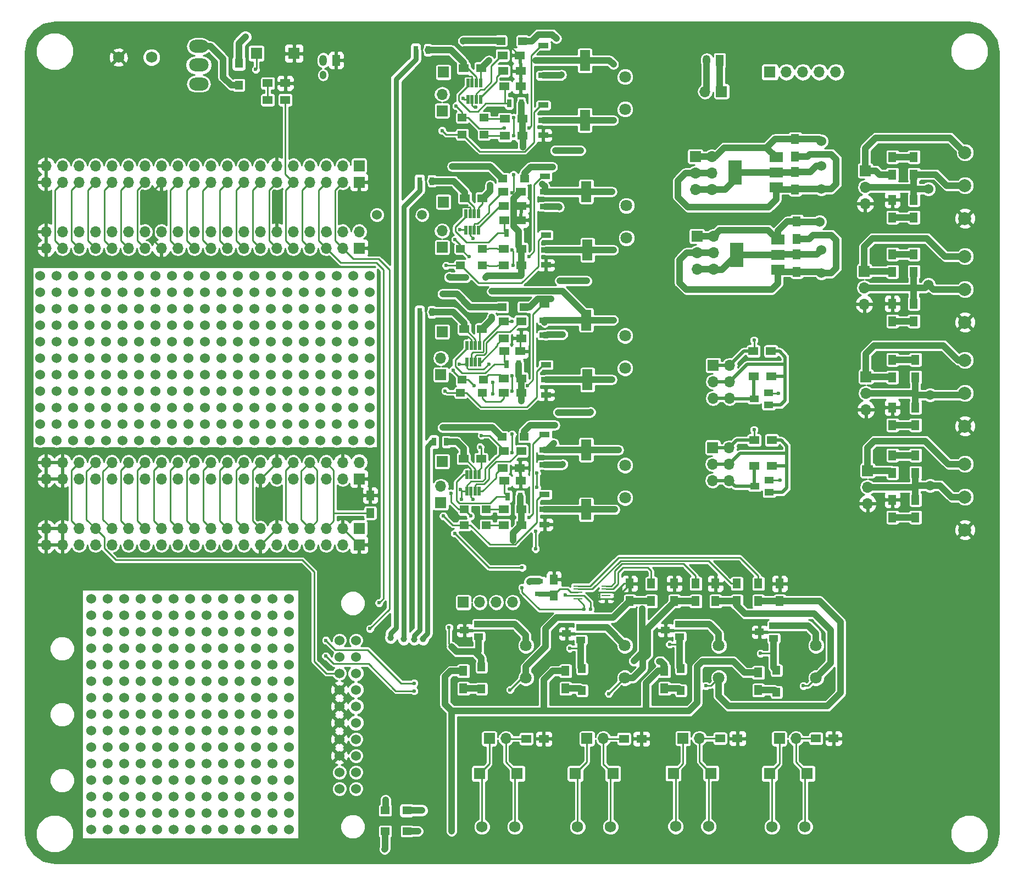
<source format=gtl>
G04 #@! TF.FileFunction,Copper,L1,Top,Signal*
%FSLAX46Y46*%
G04 Gerber Fmt 4.6, Leading zero omitted, Abs format (unit mm)*
G04 Created by KiCad (PCBNEW 4.0.7-e2-6376~60~ubuntu17.10.1) date Fri Nov 10 10:24:04 2017*
%MOMM*%
%LPD*%
G01*
G04 APERTURE LIST*
%ADD10C,0.100000*%
%ADD11R,1.700000X1.700000*%
%ADD12O,1.700000X1.700000*%
%ADD13C,1.524000*%
%ADD14R,1.300000X1.500000*%
%ADD15R,1.300000X0.700000*%
%ADD16R,0.700000X1.300000*%
%ADD17R,1.422400X0.279400*%
%ADD18R,1.500000X1.250000*%
%ADD19R,1.625600X0.889000*%
%ADD20R,1.625600X3.175000*%
%ADD21R,1.500000X1.300000*%
%ADD22R,1.350000X1.200000*%
%ADD23R,0.508000X1.320800*%
%ADD24R,1.800000X1.800000*%
%ADD25R,1.250000X1.500000*%
%ADD26R,1.200000X1.350000*%
%ADD27R,1.200000X1.700000*%
%ADD28O,1.200000X1.700000*%
%ADD29R,2.000000X3.800000*%
%ADD30R,2.000000X1.500000*%
%ADD31R,1.400000X1.000000*%
%ADD32C,1.800000*%
%ADD33C,1.750000*%
%ADD34C,2.000000*%
%ADD35O,3.000000X2.000000*%
%ADD36C,1.500000*%
%ADD37C,0.600000*%
%ADD38C,1.000000*%
%ADD39C,0.800000*%
%ADD40C,1.000000*%
%ADD41C,0.250000*%
%ADD42C,0.800000*%
%ADD43C,0.500000*%
%ADD44C,0.750000*%
%ADD45C,0.254000*%
G04 APERTURE END LIST*
D10*
D11*
X121830000Y-61290000D03*
D12*
X121830000Y-58750000D03*
X119290000Y-61290000D03*
X119290000Y-58750000D03*
X116750000Y-61290000D03*
X116750000Y-58750000D03*
X114210000Y-61290000D03*
X114210000Y-58750000D03*
X111670000Y-61290000D03*
X111670000Y-58750000D03*
X109130000Y-61290000D03*
X109130000Y-58750000D03*
X106590000Y-61290000D03*
X106590000Y-58750000D03*
X104050000Y-61290000D03*
X104050000Y-58750000D03*
X101510000Y-61290000D03*
X101510000Y-58750000D03*
X98970000Y-61290000D03*
X98970000Y-58750000D03*
X96430000Y-61290000D03*
X96430000Y-58750000D03*
X93890000Y-61290000D03*
X93890000Y-58750000D03*
X91350000Y-61290000D03*
X91350000Y-58750000D03*
X88810000Y-61290000D03*
X88810000Y-58750000D03*
X86270000Y-61290000D03*
X86270000Y-58750000D03*
X83730000Y-61290000D03*
X83730000Y-58750000D03*
X81190000Y-61290000D03*
X81190000Y-58750000D03*
X78650000Y-61290000D03*
X78650000Y-58750000D03*
X76110000Y-61290000D03*
X76110000Y-58750000D03*
X73570000Y-61290000D03*
X73570000Y-58750000D03*
D13*
X121322000Y-144602000D03*
X118782000Y-144602000D03*
X121322000Y-142062000D03*
X118782000Y-142062000D03*
X121322000Y-139522000D03*
X118782000Y-139522000D03*
X121322000Y-136982000D03*
X118782000Y-136982000D03*
X121322000Y-134442000D03*
X118782000Y-134442000D03*
X121322000Y-131902000D03*
X118782000Y-131902000D03*
X121322000Y-129362000D03*
X118782000Y-129362000D03*
X121322000Y-126822000D03*
X118782000Y-126822000D03*
X121322000Y-124282000D03*
X118782000Y-124282000D03*
X121322000Y-121742000D03*
X118782000Y-121742000D03*
D11*
X121830000Y-96850000D03*
D12*
X121830000Y-94310000D03*
X119290000Y-96850000D03*
X119290000Y-94310000D03*
X116750000Y-96850000D03*
X116750000Y-94310000D03*
X114210000Y-96850000D03*
X114210000Y-94310000D03*
X111670000Y-96850000D03*
X111670000Y-94310000D03*
X109130000Y-96850000D03*
X109130000Y-94310000D03*
X106590000Y-96850000D03*
X106590000Y-94310000D03*
X104050000Y-96850000D03*
X104050000Y-94310000D03*
X101510000Y-96850000D03*
X101510000Y-94310000D03*
X98970000Y-96850000D03*
X98970000Y-94310000D03*
X96430000Y-96850000D03*
X96430000Y-94310000D03*
X93890000Y-96850000D03*
X93890000Y-94310000D03*
X91350000Y-96850000D03*
X91350000Y-94310000D03*
X88810000Y-96850000D03*
X88810000Y-94310000D03*
X86270000Y-96850000D03*
X86270000Y-94310000D03*
X83730000Y-96850000D03*
X83730000Y-94310000D03*
X81190000Y-96850000D03*
X81190000Y-94310000D03*
X78650000Y-96850000D03*
X78650000Y-94310000D03*
X76110000Y-96850000D03*
X76110000Y-94310000D03*
X73570000Y-96850000D03*
X73570000Y-94310000D03*
D14*
X123550000Y-102100000D03*
X123550000Y-99400000D03*
D15*
X149582000Y-112644000D03*
X149582000Y-114544000D03*
D16*
X133050000Y-71150000D03*
X131150000Y-71150000D03*
X132450000Y-30750000D03*
X130550000Y-30750000D03*
X146850000Y-38950000D03*
X144950000Y-38950000D03*
D17*
X159894400Y-115346600D03*
X159894400Y-114864000D03*
X159894400Y-114356000D03*
X159894400Y-113848000D03*
X159894400Y-113365400D03*
X155525600Y-113365400D03*
X155525600Y-113848000D03*
X155525600Y-114356000D03*
X155525600Y-114864000D03*
X155525600Y-115346600D03*
D18*
X146725000Y-56975000D03*
X144225000Y-56975000D03*
D19*
X150224600Y-39263600D03*
X150224600Y-41575000D03*
X150224600Y-43886400D03*
D20*
X156625400Y-41575000D03*
D21*
X143925000Y-95175000D03*
X146625000Y-95175000D03*
D18*
X146725000Y-97175000D03*
X144225000Y-97175000D03*
D22*
X147225000Y-90375000D03*
X143875000Y-90375000D03*
D11*
X134625000Y-94175000D03*
D21*
X140625000Y-93775000D03*
X137925000Y-93775000D03*
D22*
X138075000Y-103975000D03*
X141425000Y-103975000D03*
D11*
X134425000Y-100515000D03*
D12*
X134425000Y-97975000D03*
D22*
X138075000Y-101575000D03*
X141425000Y-101575000D03*
D23*
X140355400Y-96235000D03*
X139720400Y-96235000D03*
X139060000Y-96235000D03*
X138425000Y-96235000D03*
X138425000Y-98775000D03*
X139060000Y-98775000D03*
X139720400Y-98775000D03*
X140355400Y-98775000D03*
D21*
X144125000Y-101575000D03*
X146825000Y-101575000D03*
X144125000Y-103975000D03*
X146825000Y-103975000D03*
X146825000Y-92575000D03*
X144125000Y-92575000D03*
X144025000Y-33975000D03*
X146725000Y-33975000D03*
D11*
X121830000Y-48590000D03*
D12*
X119290000Y-48590000D03*
X116750000Y-48590000D03*
X114210000Y-48590000D03*
X111670000Y-48590000D03*
X109130000Y-48590000D03*
X106590000Y-48590000D03*
X104050000Y-48590000D03*
X101510000Y-48590000D03*
X98970000Y-48590000D03*
X96430000Y-48590000D03*
X93890000Y-48590000D03*
X91350000Y-48590000D03*
X88810000Y-48590000D03*
X86270000Y-48590000D03*
X83730000Y-48590000D03*
X81190000Y-48590000D03*
X78650000Y-48590000D03*
X76110000Y-48590000D03*
X73570000Y-48590000D03*
D24*
X106002000Y-31274000D03*
X111802000Y-31274000D03*
X170252000Y-142224000D03*
X176052000Y-142224000D03*
D18*
X146725000Y-36375000D03*
X144225000Y-36375000D03*
X146675000Y-77175000D03*
X144175000Y-77175000D03*
D25*
X151868000Y-114844000D03*
X151868000Y-112344000D03*
D14*
X207326000Y-49936000D03*
X207326000Y-47236000D03*
X207326000Y-64922000D03*
X207326000Y-62222000D03*
X207580000Y-81178000D03*
X207580000Y-78478000D03*
X207580000Y-95910000D03*
X207580000Y-93210000D03*
X207326000Y-56540000D03*
X207326000Y-53840000D03*
X207326000Y-72542000D03*
X207326000Y-69842000D03*
X207580000Y-88544000D03*
X207580000Y-85844000D03*
X207580000Y-102768000D03*
X207580000Y-100068000D03*
D22*
X137725000Y-41175000D03*
X141075000Y-41175000D03*
X137475000Y-61375000D03*
X140825000Y-61375000D03*
X137675000Y-81575000D03*
X141025000Y-81575000D03*
D26*
X140692000Y-125864000D03*
X140692000Y-129214000D03*
X156186000Y-126118000D03*
X156186000Y-129468000D03*
X171426000Y-126118000D03*
X171426000Y-129468000D03*
X186158000Y-126372000D03*
X186158000Y-129722000D03*
X103302000Y-36174000D03*
X103302000Y-32824000D03*
D22*
X147025000Y-29375000D03*
X143675000Y-29375000D03*
X147325000Y-50575000D03*
X143975000Y-50575000D03*
X147225000Y-70375000D03*
X143875000Y-70375000D03*
D11*
X199833000Y-49348000D03*
D12*
X199833000Y-51888000D03*
X199833000Y-54428000D03*
D11*
X199706000Y-64842000D03*
D12*
X199706000Y-67382000D03*
X199706000Y-69922000D03*
D11*
X199960000Y-81098000D03*
D12*
X199960000Y-83638000D03*
X199960000Y-86178000D03*
D11*
X200214000Y-95576000D03*
D12*
X200214000Y-98116000D03*
X200214000Y-100656000D03*
D11*
X173645600Y-47163600D03*
D12*
X176185600Y-47163600D03*
X173645600Y-49703600D03*
X176185600Y-49703600D03*
X173645600Y-52243600D03*
X176185600Y-52243600D03*
D11*
X173899600Y-59457200D03*
D12*
X176439600Y-59457200D03*
X173899600Y-61997200D03*
X176439600Y-61997200D03*
X173899600Y-64537200D03*
X176439600Y-64537200D03*
D11*
X176401500Y-79332700D03*
D12*
X178941500Y-79332700D03*
X176401500Y-81872700D03*
X178941500Y-81872700D03*
X176401500Y-84412700D03*
X178941500Y-84412700D03*
D11*
X176338000Y-92020000D03*
D12*
X178878000Y-92020000D03*
X176338000Y-94560000D03*
X178878000Y-94560000D03*
X176338000Y-97100000D03*
X178878000Y-97100000D03*
D11*
X121830000Y-51130000D03*
D12*
X119290000Y-51130000D03*
X116750000Y-51130000D03*
X114210000Y-51130000D03*
X111670000Y-51130000D03*
X109130000Y-51130000D03*
X106590000Y-51130000D03*
X104050000Y-51130000D03*
X101510000Y-51130000D03*
X98970000Y-51130000D03*
X96430000Y-51130000D03*
X93890000Y-51130000D03*
X91350000Y-51130000D03*
X88810000Y-51130000D03*
X86270000Y-51130000D03*
X83730000Y-51130000D03*
X81190000Y-51130000D03*
X78650000Y-51130000D03*
X76110000Y-51130000D03*
X73570000Y-51130000D03*
D11*
X121830000Y-107010000D03*
D12*
X119290000Y-107010000D03*
X116750000Y-107010000D03*
X114210000Y-107010000D03*
X111670000Y-107010000D03*
X109130000Y-107010000D03*
X106590000Y-107010000D03*
X104050000Y-107010000D03*
X101510000Y-107010000D03*
X98970000Y-107010000D03*
X96430000Y-107010000D03*
X93890000Y-107010000D03*
X91350000Y-107010000D03*
X88810000Y-107010000D03*
X86270000Y-107010000D03*
X83730000Y-107010000D03*
X81190000Y-107010000D03*
X78650000Y-107010000D03*
X76110000Y-107010000D03*
X73570000Y-107010000D03*
D11*
X121830000Y-104470000D03*
D12*
X119290000Y-104470000D03*
X116750000Y-104470000D03*
X114210000Y-104470000D03*
X111670000Y-104470000D03*
X109130000Y-104470000D03*
X106590000Y-104470000D03*
X104050000Y-104470000D03*
X101510000Y-104470000D03*
X98970000Y-104470000D03*
X96430000Y-104470000D03*
X93890000Y-104470000D03*
X91350000Y-104470000D03*
X88810000Y-104470000D03*
X86270000Y-104470000D03*
X83730000Y-104470000D03*
X81190000Y-104470000D03*
X78650000Y-104470000D03*
X76110000Y-104470000D03*
X73570000Y-104470000D03*
D27*
X118302000Y-32350000D03*
D28*
X116302000Y-32350000D03*
D11*
X134625000Y-40115000D03*
D12*
X134625000Y-37575000D03*
D11*
X134625000Y-61175000D03*
D12*
X134625000Y-58635000D03*
D11*
X134425000Y-80775000D03*
D12*
X134425000Y-78235000D03*
D11*
X137898000Y-115880000D03*
D12*
X140438000Y-115880000D03*
X142978000Y-115880000D03*
X145518000Y-115880000D03*
D29*
X179792000Y-49602000D03*
D30*
X186092000Y-49602000D03*
X186092000Y-47302000D03*
X186092000Y-51902000D03*
D29*
X180046000Y-62302000D03*
D30*
X186346000Y-62302000D03*
X186346000Y-60002000D03*
X186346000Y-64602000D03*
D31*
X182731000Y-84527000D03*
X184931000Y-83577000D03*
X184931000Y-85477000D03*
X182858000Y-97989000D03*
X185058000Y-97039000D03*
X185058000Y-98939000D03*
D19*
X150624600Y-59263600D03*
X150624600Y-61575000D03*
X150624600Y-63886400D03*
D20*
X157025400Y-61575000D03*
D19*
X150224600Y-30063600D03*
X150224600Y-32375000D03*
X150224600Y-34686400D03*
D20*
X156625400Y-32375000D03*
D19*
X150440600Y-50263600D03*
X150440600Y-52575000D03*
X150440600Y-54886400D03*
D20*
X156841400Y-52575000D03*
D19*
X150624600Y-79263600D03*
X150624600Y-81575000D03*
X150624600Y-83886400D03*
D20*
X157025400Y-81575000D03*
D19*
X150424600Y-99263600D03*
X150424600Y-101575000D03*
X150424600Y-103886400D03*
D20*
X156825400Y-101575000D03*
D19*
X150424600Y-70063600D03*
X150424600Y-72375000D03*
X150424600Y-74686400D03*
D20*
X156825400Y-72375000D03*
D19*
X150424600Y-90063600D03*
X150424600Y-92375000D03*
X150424600Y-94686400D03*
D20*
X156825400Y-92375000D03*
D31*
X138068000Y-120198000D03*
X140268000Y-119248000D03*
X140268000Y-121148000D03*
X153816000Y-120706000D03*
X156016000Y-119756000D03*
X156016000Y-121656000D03*
X169056000Y-120198000D03*
X171256000Y-119248000D03*
X171256000Y-121148000D03*
X183534000Y-120452000D03*
X185734000Y-119502000D03*
X185734000Y-121402000D03*
D14*
X204024000Y-47236000D03*
X204024000Y-49936000D03*
X204024000Y-62222000D03*
X204024000Y-64922000D03*
X204024000Y-78478000D03*
X204024000Y-81178000D03*
X204024000Y-93210000D03*
X204024000Y-95910000D03*
X204024000Y-53840000D03*
X204024000Y-56540000D03*
X204024000Y-69842000D03*
X204024000Y-72542000D03*
X204024000Y-85844000D03*
X204024000Y-88544000D03*
X204024000Y-100068000D03*
X204024000Y-102768000D03*
X189038000Y-52222000D03*
X189038000Y-49522000D03*
X189038000Y-44442000D03*
X189038000Y-47142000D03*
X189292000Y-64922000D03*
X189292000Y-62222000D03*
X189292000Y-57142000D03*
X189292000Y-59842000D03*
D21*
X185308000Y-77161000D03*
X182608000Y-77161000D03*
X182671500Y-81009100D03*
X185371500Y-81009100D03*
X185435000Y-90877000D03*
X182735000Y-90877000D03*
X182735000Y-94814000D03*
X185435000Y-94814000D03*
X144275000Y-41375000D03*
X146975000Y-41375000D03*
X144125000Y-61375000D03*
X146825000Y-61375000D03*
D32*
X162825000Y-39875000D03*
X162825000Y-34875000D03*
X163039000Y-59735000D03*
X163039000Y-54735000D03*
D21*
X140625000Y-33575000D03*
X137925000Y-33575000D03*
X140825000Y-53575000D03*
X138125000Y-53575000D03*
X143925000Y-31575000D03*
X146625000Y-31575000D03*
X144075000Y-52575000D03*
X146775000Y-52575000D03*
X144125000Y-54775000D03*
X146825000Y-54775000D03*
X144125000Y-81375000D03*
X146825000Y-81375000D03*
D32*
X162825000Y-79775000D03*
X162825000Y-74775000D03*
X162825000Y-99775000D03*
X162825000Y-94775000D03*
D21*
X140775000Y-73775000D03*
X138075000Y-73775000D03*
X146825000Y-72575000D03*
X144125000Y-72575000D03*
X144125000Y-75175000D03*
X146825000Y-75175000D03*
D14*
X137898000Y-129168000D03*
X137898000Y-126468000D03*
X153646000Y-129168000D03*
X153646000Y-126468000D03*
X168886000Y-129168000D03*
X168886000Y-126468000D03*
X183364000Y-129422000D03*
X183364000Y-126722000D03*
D32*
X147550000Y-122524000D03*
X147550000Y-127524000D03*
X162790000Y-122524000D03*
X162790000Y-127524000D03*
X177268000Y-122524000D03*
X177268000Y-127524000D03*
X192254000Y-122524000D03*
X192254000Y-127524000D03*
D14*
X163552000Y-113006000D03*
X163552000Y-115706000D03*
X170410000Y-113006000D03*
X170410000Y-115706000D03*
X186666000Y-113006000D03*
X186666000Y-115706000D03*
X176760000Y-113006000D03*
X176760000Y-115706000D03*
X166854000Y-115706000D03*
X166854000Y-113006000D03*
X173712000Y-115706000D03*
X173712000Y-113006000D03*
X183364000Y-115706000D03*
X183364000Y-113006000D03*
X180062000Y-115706000D03*
X180062000Y-113006000D03*
D13*
X209612000Y-52142000D03*
X209612000Y-66874000D03*
X209866000Y-83892000D03*
X209866000Y-97862000D03*
X193102000Y-52142000D03*
X193102000Y-65096000D03*
X193102000Y-48586000D03*
X193102000Y-44776000D03*
X193102000Y-61540000D03*
X192848000Y-57222000D03*
D23*
X140555400Y-35835000D03*
X139920400Y-35835000D03*
X139260000Y-35835000D03*
X138625000Y-35835000D03*
X138625000Y-38375000D03*
X139260000Y-38375000D03*
X139920400Y-38375000D03*
X140555400Y-38375000D03*
X140225000Y-55975000D03*
X139590000Y-55975000D03*
X138929600Y-55975000D03*
X138294600Y-55975000D03*
X138294600Y-58515000D03*
X138929600Y-58515000D03*
X139590000Y-58515000D03*
X140225000Y-58515000D03*
X140390200Y-76305000D03*
X139755200Y-76305000D03*
X139094800Y-76305000D03*
X138459800Y-76305000D03*
X138459800Y-78845000D03*
X139094800Y-78845000D03*
X139755200Y-78845000D03*
X140390200Y-78845000D03*
D22*
X137725000Y-43775000D03*
X141075000Y-43775000D03*
X137475000Y-63975000D03*
X140825000Y-63975000D03*
X137475000Y-83575000D03*
X140825000Y-83575000D03*
D21*
X144275000Y-43975000D03*
X146975000Y-43975000D03*
X144125000Y-63975000D03*
X146825000Y-63975000D03*
X144125000Y-83575000D03*
X146825000Y-83575000D03*
D11*
X141902000Y-136874000D03*
D12*
X144442000Y-136874000D03*
D11*
X156952000Y-136874000D03*
D12*
X159492000Y-136874000D03*
D11*
X171752000Y-136824000D03*
D12*
X174292000Y-136824000D03*
D11*
X186602000Y-136874000D03*
D12*
X189142000Y-136874000D03*
D11*
X134825000Y-34175000D03*
X134825000Y-54175000D03*
X134625000Y-74175000D03*
X177700000Y-37150000D03*
D12*
X175160000Y-37150000D03*
D21*
X110452000Y-35874000D03*
X107752000Y-35874000D03*
D33*
X84762000Y-31874000D03*
X89842000Y-31874000D03*
X140762000Y-150474000D03*
X145842000Y-150474000D03*
X155512000Y-150474000D03*
X160592000Y-150474000D03*
X170612000Y-150424000D03*
X175692000Y-150424000D03*
X185462000Y-150474000D03*
X190542000Y-150474000D03*
D34*
X215200000Y-46554000D03*
X215200000Y-51634000D03*
X215200000Y-56714000D03*
X215200000Y-62556000D03*
X215200000Y-67636000D03*
X215200000Y-72716000D03*
X215200000Y-78558000D03*
X215200000Y-83638000D03*
X215200000Y-88718000D03*
X215200000Y-94560000D03*
X215200000Y-99640000D03*
X215200000Y-104720000D03*
D22*
X129200000Y-147950000D03*
X125850000Y-147950000D03*
X129200000Y-151150000D03*
X125850000Y-151150000D03*
D27*
X177405000Y-32369000D03*
D28*
X175405000Y-32369000D03*
D24*
X185102000Y-142274000D03*
X190902000Y-142274000D03*
X155152000Y-142274000D03*
X160952000Y-142274000D03*
X140402000Y-142274000D03*
X146202000Y-142274000D03*
D35*
X97102000Y-35974000D03*
X97102000Y-33074000D03*
X97102000Y-30174000D03*
D11*
X185140000Y-34150000D03*
D12*
X187680000Y-34150000D03*
X190220000Y-34150000D03*
X192760000Y-34150000D03*
X195300000Y-34150000D03*
D16*
X133050000Y-50950000D03*
X131150000Y-50950000D03*
X146450000Y-79175000D03*
X144550000Y-79175000D03*
X146425000Y-58975000D03*
X144525000Y-58975000D03*
X146650000Y-99550000D03*
X144750000Y-99550000D03*
X135250000Y-91150000D03*
X133350000Y-91150000D03*
D13*
X72690000Y-65570000D03*
X72690000Y-68110000D03*
X72690000Y-70650000D03*
X72690000Y-73190000D03*
X72690000Y-75730000D03*
X72690000Y-78270000D03*
X72690000Y-80810000D03*
X72690000Y-83350000D03*
X72690000Y-85890000D03*
X72690000Y-88430000D03*
X72690000Y-90970000D03*
X75230000Y-90970000D03*
X75230000Y-88430000D03*
X75230000Y-85890000D03*
X75230000Y-83350000D03*
X75230000Y-80810000D03*
X75230000Y-78270000D03*
X75230000Y-75730000D03*
X75230000Y-73190000D03*
X75230000Y-70650000D03*
X75230000Y-68110000D03*
X75230000Y-65570000D03*
X77770000Y-65570000D03*
X77770000Y-68110000D03*
X77770000Y-70650000D03*
X77770000Y-73190000D03*
X77770000Y-75730000D03*
X77770000Y-78270000D03*
X77770000Y-80810000D03*
X77770000Y-83350000D03*
X77770000Y-85890000D03*
X77770000Y-88430000D03*
X77770000Y-90970000D03*
X80310000Y-90970000D03*
X80310000Y-88430000D03*
X80310000Y-85890000D03*
X80310000Y-83350000D03*
X80310000Y-80810000D03*
X80310000Y-78270000D03*
X80310000Y-75730000D03*
X80310000Y-73190000D03*
X80310000Y-70650000D03*
X80310000Y-68110000D03*
X80310000Y-65570000D03*
X82850000Y-65570000D03*
X82850000Y-68110000D03*
X82850000Y-70650000D03*
X82850000Y-73190000D03*
X82850000Y-75730000D03*
X82850000Y-78270000D03*
X82850000Y-80810000D03*
X82850000Y-83350000D03*
X82850000Y-85890000D03*
X82850000Y-88430000D03*
X82850000Y-90970000D03*
X85390000Y-90970000D03*
X85390000Y-88430000D03*
X85390000Y-85890000D03*
X85390000Y-83350000D03*
X85390000Y-80810000D03*
X85390000Y-78270000D03*
X85390000Y-75730000D03*
X85390000Y-73190000D03*
X85390000Y-70650000D03*
X85390000Y-68110000D03*
X85390000Y-65570000D03*
X87930000Y-65570000D03*
X87930000Y-68110000D03*
X87930000Y-70650000D03*
X87930000Y-73190000D03*
X87930000Y-75730000D03*
X87930000Y-78270000D03*
X87930000Y-80810000D03*
X87930000Y-83350000D03*
X87930000Y-85890000D03*
X87930000Y-88430000D03*
X87930000Y-90970000D03*
X90470000Y-90970000D03*
X90470000Y-88430000D03*
X90470000Y-85890000D03*
X90470000Y-83350000D03*
X90470000Y-80810000D03*
X90470000Y-78270000D03*
X90470000Y-75730000D03*
X90470000Y-73190000D03*
X90470000Y-70650000D03*
X90470000Y-68110000D03*
X90470000Y-65570000D03*
X93010000Y-65570000D03*
X93010000Y-68110000D03*
X93010000Y-70650000D03*
X93010000Y-73190000D03*
X93010000Y-75730000D03*
X93010000Y-78270000D03*
X93010000Y-80810000D03*
X93010000Y-83350000D03*
X93010000Y-85890000D03*
X93010000Y-88430000D03*
X93010000Y-90970000D03*
X95550000Y-90970000D03*
X95550000Y-88430000D03*
X95550000Y-85890000D03*
X95550000Y-83350000D03*
X95550000Y-80810000D03*
X95550000Y-78270000D03*
X95550000Y-75730000D03*
X95550000Y-73190000D03*
X95550000Y-70650000D03*
X95550000Y-68110000D03*
X95550000Y-65570000D03*
X98090000Y-65570000D03*
X98090000Y-68110000D03*
X98090000Y-70650000D03*
X98090000Y-73190000D03*
X98090000Y-75730000D03*
X98090000Y-78270000D03*
X98090000Y-80810000D03*
X98090000Y-83350000D03*
X98090000Y-85890000D03*
X98090000Y-88430000D03*
X98090000Y-90970000D03*
X100630000Y-90970000D03*
X100630000Y-88430000D03*
X100630000Y-85890000D03*
X100630000Y-83350000D03*
X100630000Y-80810000D03*
X100630000Y-78270000D03*
X100630000Y-75730000D03*
X100630000Y-73190000D03*
X100630000Y-70650000D03*
X100630000Y-68110000D03*
X100630000Y-65570000D03*
X103170000Y-65570000D03*
X103170000Y-68110000D03*
X103170000Y-70650000D03*
X103170000Y-73190000D03*
X103170000Y-75730000D03*
X103170000Y-78270000D03*
X103170000Y-80810000D03*
X103170000Y-83350000D03*
X103170000Y-85890000D03*
X103170000Y-88430000D03*
X103170000Y-90970000D03*
X105710000Y-90970000D03*
X105710000Y-88430000D03*
X105710000Y-85890000D03*
X105710000Y-83350000D03*
X105710000Y-80810000D03*
X105710000Y-78270000D03*
X105710000Y-75730000D03*
X105710000Y-73190000D03*
X105710000Y-70650000D03*
X105710000Y-68110000D03*
X105710000Y-65570000D03*
X108250000Y-65570000D03*
X108250000Y-68110000D03*
X108250000Y-70650000D03*
X108250000Y-73190000D03*
X108250000Y-75730000D03*
X108250000Y-78270000D03*
X108250000Y-80810000D03*
X108250000Y-83350000D03*
X108250000Y-85890000D03*
X108250000Y-88430000D03*
X108250000Y-90970000D03*
X110790000Y-90970000D03*
X110790000Y-88430000D03*
X110790000Y-85890000D03*
X110790000Y-83350000D03*
X110790000Y-80810000D03*
X110790000Y-78270000D03*
X110790000Y-75730000D03*
X110790000Y-73190000D03*
X110790000Y-70650000D03*
X110790000Y-68110000D03*
X110790000Y-65570000D03*
X113330000Y-65570000D03*
X113330000Y-68110000D03*
X113330000Y-70650000D03*
X113330000Y-73190000D03*
X113330000Y-75730000D03*
X113330000Y-78270000D03*
X113330000Y-80810000D03*
X113330000Y-83350000D03*
X113330000Y-85890000D03*
X113330000Y-88430000D03*
X113330000Y-90970000D03*
X115870000Y-90970000D03*
X115870000Y-88430000D03*
X115870000Y-85890000D03*
X115870000Y-83350000D03*
X115870000Y-80810000D03*
X115870000Y-78270000D03*
X115870000Y-75730000D03*
X115870000Y-73190000D03*
X115870000Y-70650000D03*
X115870000Y-68110000D03*
X115870000Y-65570000D03*
X118410000Y-65570000D03*
X118410000Y-68110000D03*
X118410000Y-70650000D03*
X118410000Y-73190000D03*
X118410000Y-75730000D03*
X118410000Y-78270000D03*
X118410000Y-80810000D03*
X118410000Y-83350000D03*
X118410000Y-85890000D03*
X118410000Y-88430000D03*
X118410000Y-90970000D03*
X120950000Y-90970000D03*
X120950000Y-88430000D03*
X120950000Y-85890000D03*
X120950000Y-83350000D03*
X120950000Y-80810000D03*
X120950000Y-78270000D03*
X120950000Y-75730000D03*
X120950000Y-73190000D03*
X120950000Y-70650000D03*
X120950000Y-68110000D03*
X120950000Y-65570000D03*
X123490000Y-65570000D03*
X123490000Y-68110000D03*
X123490000Y-70650000D03*
X123490000Y-73190000D03*
X123490000Y-75730000D03*
X123490000Y-78270000D03*
X123490000Y-80810000D03*
X123490000Y-83350000D03*
X123490000Y-85890000D03*
X123490000Y-88430000D03*
X123490000Y-90970000D03*
X80560000Y-115370000D03*
X80560000Y-117910000D03*
X80560000Y-120450000D03*
X80560000Y-122990000D03*
X80560000Y-125530000D03*
X80560000Y-128070000D03*
X80560000Y-130610000D03*
X80560000Y-133150000D03*
X80560000Y-135690000D03*
X80560000Y-138230000D03*
X80560000Y-140770000D03*
X83100000Y-130610000D03*
X83100000Y-128070000D03*
X83100000Y-125530000D03*
X83100000Y-122990000D03*
X83100000Y-120450000D03*
X83100000Y-117910000D03*
X83100000Y-115370000D03*
X80560000Y-150930000D03*
X80560000Y-148390000D03*
X80560000Y-145850000D03*
X80560000Y-143310000D03*
X83100000Y-133150000D03*
X83100000Y-135690000D03*
X83100000Y-138230000D03*
X83100000Y-140770000D03*
X83100000Y-143310000D03*
X83100000Y-145850000D03*
X83100000Y-148390000D03*
X83100000Y-150930000D03*
X85640000Y-115370000D03*
X85640000Y-117910000D03*
X85640000Y-120450000D03*
X85640000Y-148390000D03*
X85640000Y-145850000D03*
X85640000Y-143310000D03*
X85640000Y-140770000D03*
X85640000Y-138230000D03*
X85640000Y-135690000D03*
X85640000Y-133150000D03*
X85640000Y-130610000D03*
X85640000Y-128070000D03*
X85640000Y-125530000D03*
X85640000Y-122990000D03*
X85640000Y-150930000D03*
X88180000Y-115370000D03*
X88180000Y-117910000D03*
X88180000Y-120450000D03*
X88180000Y-122990000D03*
X88180000Y-125530000D03*
X88180000Y-128070000D03*
X88180000Y-130610000D03*
X88180000Y-133150000D03*
X88180000Y-135690000D03*
X88180000Y-138230000D03*
X90720000Y-128070000D03*
X90720000Y-125530000D03*
X90720000Y-122990000D03*
X90720000Y-120450000D03*
X90720000Y-117910000D03*
X90720000Y-115370000D03*
X88180000Y-150930000D03*
X88180000Y-148390000D03*
X88180000Y-145850000D03*
X88180000Y-143310000D03*
X88180000Y-140770000D03*
X90720000Y-130610000D03*
X90720000Y-133150000D03*
X90720000Y-135690000D03*
X90720000Y-138230000D03*
X90720000Y-140770000D03*
X90720000Y-143310000D03*
X90720000Y-145850000D03*
X90720000Y-148390000D03*
X90720000Y-150930000D03*
X93260000Y-115370000D03*
X93260000Y-117910000D03*
X93260000Y-145850000D03*
X93260000Y-143310000D03*
X93260000Y-140770000D03*
X93260000Y-138230000D03*
X93260000Y-135690000D03*
X93260000Y-133150000D03*
X93260000Y-130610000D03*
X93260000Y-128070000D03*
X93260000Y-125530000D03*
X93260000Y-122990000D03*
X93260000Y-120450000D03*
X93260000Y-148390000D03*
X93260000Y-150930000D03*
X95800000Y-115370000D03*
X95800000Y-117910000D03*
X95800000Y-120450000D03*
X95800000Y-122990000D03*
X95800000Y-125530000D03*
X95800000Y-128070000D03*
X95800000Y-130610000D03*
X95800000Y-133150000D03*
X95800000Y-135690000D03*
X98340000Y-125530000D03*
X98340000Y-122990000D03*
X98340000Y-120450000D03*
X98340000Y-117910000D03*
X98340000Y-115370000D03*
X95800000Y-150930000D03*
X95800000Y-148390000D03*
X95800000Y-145850000D03*
X95800000Y-143310000D03*
X95800000Y-140770000D03*
X95800000Y-138230000D03*
X98340000Y-128070000D03*
X98340000Y-130610000D03*
X98340000Y-133150000D03*
X98340000Y-135690000D03*
X98340000Y-138230000D03*
X98340000Y-140770000D03*
X98340000Y-143310000D03*
X98340000Y-145850000D03*
X98340000Y-148390000D03*
X98340000Y-150930000D03*
X100880000Y-115370000D03*
X100880000Y-143310000D03*
X100880000Y-140770000D03*
X100880000Y-138230000D03*
X100880000Y-135690000D03*
X100880000Y-133150000D03*
X100880000Y-130610000D03*
X100880000Y-128070000D03*
X100880000Y-125530000D03*
X100880000Y-122990000D03*
X100880000Y-120450000D03*
X100880000Y-117910000D03*
X100880000Y-145850000D03*
X100880000Y-148390000D03*
X100880000Y-150930000D03*
X103420000Y-115370000D03*
X103420000Y-117910000D03*
X103420000Y-120450000D03*
X103420000Y-122990000D03*
X103420000Y-125530000D03*
X103420000Y-128070000D03*
X103420000Y-130610000D03*
X103420000Y-133150000D03*
X105960000Y-122990000D03*
X105960000Y-120450000D03*
X105960000Y-117910000D03*
X105960000Y-115370000D03*
X103420000Y-150930000D03*
X103420000Y-148390000D03*
X103420000Y-145850000D03*
X103420000Y-143310000D03*
X103420000Y-140770000D03*
X103420000Y-138230000D03*
X103420000Y-135690000D03*
X105960000Y-125530000D03*
X105960000Y-128070000D03*
X105960000Y-130610000D03*
X105960000Y-133150000D03*
X105960000Y-135690000D03*
X105960000Y-138230000D03*
X105960000Y-140770000D03*
X105960000Y-143310000D03*
X105960000Y-145850000D03*
X105960000Y-148390000D03*
X105960000Y-150930000D03*
X108500000Y-140770000D03*
X108500000Y-138230000D03*
X108500000Y-135690000D03*
X108500000Y-133150000D03*
X108500000Y-130610000D03*
X108500000Y-128070000D03*
X108500000Y-125530000D03*
X108500000Y-122990000D03*
X108500000Y-120450000D03*
X108500000Y-117910000D03*
X108500000Y-115370000D03*
X108500000Y-143310000D03*
X108500000Y-145850000D03*
X108500000Y-148390000D03*
X108500000Y-150930000D03*
X111040000Y-115370000D03*
X111040000Y-117910000D03*
X111040000Y-120450000D03*
X111040000Y-122990000D03*
X111040000Y-125530000D03*
X111040000Y-128070000D03*
X111040000Y-130610000D03*
X111040000Y-150930000D03*
X111040000Y-148390000D03*
X111040000Y-145850000D03*
X111040000Y-143310000D03*
X111040000Y-140770000D03*
X111040000Y-138230000D03*
X111040000Y-135690000D03*
X111040000Y-133150000D03*
D21*
X110450000Y-38450000D03*
X107750000Y-38450000D03*
D36*
X131550000Y-56150000D03*
D13*
X124550000Y-56150000D03*
D21*
X150300000Y-136900000D03*
X147600000Y-136900000D03*
X165350000Y-136900000D03*
X162650000Y-136900000D03*
X180150000Y-136850000D03*
X177450000Y-136850000D03*
X194950000Y-136850000D03*
X192250000Y-136850000D03*
D37*
X189500000Y-112950000D03*
X181300000Y-120350000D03*
X154700000Y-49350000D03*
X148100000Y-56950000D03*
D38*
X148100000Y-112750000D03*
X131500000Y-147950000D03*
X168100000Y-124950000D03*
X136100000Y-151150000D03*
X130900000Y-151150000D03*
X157500000Y-86550000D03*
X156900000Y-66350000D03*
X135725000Y-65750000D03*
X138300000Y-65825000D03*
X141350000Y-65825000D03*
X152800000Y-66325000D03*
X146775000Y-65550000D03*
X147075000Y-45775000D03*
X152050000Y-46250000D03*
X155950000Y-46250000D03*
X165500000Y-116875000D03*
X164175000Y-124925000D03*
X145575000Y-106325000D03*
X146825000Y-84875000D03*
X152550000Y-86600000D03*
D37*
X136774990Y-39375000D03*
X148025000Y-42775000D03*
X144224998Y-42775000D03*
X136625000Y-59975000D03*
X138825000Y-62575000D03*
X148025000Y-62575000D03*
X136320550Y-80079450D03*
X139525001Y-82500001D03*
X147792948Y-82474999D03*
X135999262Y-99050250D03*
X139025000Y-102575000D03*
X148025000Y-102775000D03*
X135700000Y-119750000D03*
X154300000Y-122950000D03*
X169700000Y-122350000D03*
X183700000Y-123750000D03*
D38*
X104300000Y-28750000D03*
D37*
X152225000Y-28975000D03*
X153025000Y-34575000D03*
X152699992Y-54950000D03*
X151625000Y-48775000D03*
X151410474Y-69150010D03*
X153225000Y-74575000D03*
X152025000Y-88575000D03*
X153225000Y-94575000D03*
X145100000Y-129350000D03*
X160300000Y-129950000D03*
X175300000Y-128750000D03*
X190300000Y-128750000D03*
D38*
X126700000Y-121350000D03*
X128700000Y-121549996D03*
X130301139Y-121606809D03*
X131700004Y-121550000D03*
D37*
X149050000Y-104925000D03*
X149025000Y-107625000D03*
X153600000Y-114750000D03*
X145425000Y-52775000D03*
X145625000Y-49975000D03*
X145625000Y-43975000D03*
X145625000Y-41175000D03*
X139825000Y-39575000D03*
X139425000Y-59775000D03*
X145425000Y-61575000D03*
X145574998Y-63975000D03*
X139425000Y-99975000D03*
X149225000Y-98175000D03*
X149225000Y-95975000D03*
X145425000Y-92775000D03*
X145425000Y-89975000D03*
X145425000Y-83375000D03*
X145425000Y-80975000D03*
X145425000Y-72575000D03*
X157500013Y-116950000D03*
X130300000Y-129550000D03*
X116700000Y-124150000D03*
X140700000Y-90150000D03*
X141815516Y-79164175D03*
X142425000Y-82000010D03*
X137575000Y-99974998D03*
X137450000Y-98464834D03*
X136575000Y-105250000D03*
X146950000Y-110525000D03*
X146950000Y-113625000D03*
X137275000Y-79225000D03*
X137375000Y-58450000D03*
X137825000Y-38225000D03*
X142425000Y-83775000D03*
X156500000Y-116950000D03*
X130300000Y-128350000D03*
X116708000Y-121742000D03*
X124900000Y-115950000D03*
X123500000Y-119950000D03*
X186502000Y-83674000D03*
X182702000Y-75474000D03*
X186702000Y-97074000D03*
X182702000Y-89274000D03*
X105900000Y-33750000D03*
X134625000Y-43175000D03*
X135225000Y-63975000D03*
X135099999Y-83300001D03*
X134825000Y-102575000D03*
D39*
X161025000Y-41575000D03*
D37*
X161025000Y-61575000D03*
X161025000Y-32975000D03*
X141825000Y-32374998D03*
X149025000Y-32375000D03*
X142025000Y-51575000D03*
X150025000Y-51375000D03*
X160825000Y-52575000D03*
X160825000Y-81575000D03*
X161225000Y-101575000D03*
X142300000Y-67950000D03*
X142275000Y-71925000D03*
X161025000Y-72375000D03*
X140500000Y-91950000D03*
X151825000Y-91375000D03*
X161825000Y-92375000D03*
X137825000Y-29375000D03*
X136150000Y-48700000D03*
X134700000Y-68350000D03*
X134700000Y-88950000D03*
D38*
X125900000Y-146350002D03*
X125750000Y-153950000D03*
D40*
X116302000Y-34474000D02*
X116302000Y-34724000D01*
D41*
X117420000Y-59150000D02*
X117420000Y-58896000D01*
X119600000Y-102957919D02*
X122542081Y-102957919D01*
X119290000Y-104470000D02*
X119290000Y-103267919D01*
X119290000Y-103267919D02*
X119600000Y-102957919D01*
X119290000Y-104470000D02*
X120139999Y-105319999D01*
X120139999Y-105319999D02*
X121830000Y-107010000D01*
X91350000Y-61290000D02*
X90174999Y-60114999D01*
X90174999Y-60114999D02*
X90174999Y-52305001D01*
X90174999Y-52305001D02*
X91350000Y-51130000D01*
X163552000Y-113006000D02*
X163552000Y-113106000D01*
X163552000Y-113106000D02*
X161311400Y-115346600D01*
X161311400Y-115346600D02*
X159894400Y-115346600D01*
X163896000Y-114350000D02*
X170300000Y-114350000D01*
X163552000Y-113006000D02*
X163552000Y-114006000D01*
X163552000Y-114006000D02*
X163896000Y-114350000D01*
X189500000Y-112950000D02*
X186722000Y-112950000D01*
X186722000Y-112950000D02*
X186666000Y-113006000D01*
X183534000Y-120452000D02*
X181402000Y-120452000D01*
X181402000Y-120452000D02*
X181300000Y-120350000D01*
X170300000Y-114350000D02*
X170500000Y-114350000D01*
X176760000Y-114290000D02*
X176700000Y-114350000D01*
X176700000Y-114350000D02*
X170300000Y-114350000D01*
X176760000Y-113006000D02*
X176760000Y-114290000D01*
X170500000Y-114350000D02*
X170410000Y-114260000D01*
X170410000Y-114260000D02*
X170410000Y-113006000D01*
X158896600Y-115346600D02*
X158858199Y-115308199D01*
X158858199Y-115308199D02*
X158858199Y-114431001D01*
X158858199Y-114431001D02*
X158933200Y-114356000D01*
X158933200Y-114356000D02*
X159894400Y-114356000D01*
X159894400Y-115346600D02*
X158896600Y-115346600D01*
X163552000Y-113006000D02*
X162652000Y-113006000D01*
X161302000Y-114356000D02*
X159894400Y-114356000D01*
X162652000Y-113006000D02*
X161302000Y-114356000D01*
X146725000Y-56975000D02*
X147075000Y-56975000D01*
X137214597Y-34849599D02*
X139184999Y-34849599D01*
X136500000Y-33564998D02*
X136500000Y-34135002D01*
X136500000Y-34135002D02*
X137214597Y-34849599D01*
X139184999Y-34849599D02*
X139260000Y-34924600D01*
X139260000Y-34924600D02*
X139260000Y-35835000D01*
X132300000Y-32350000D02*
X135285002Y-32350000D01*
X135285002Y-32350000D02*
X136500000Y-33564998D01*
X131500000Y-31550000D02*
X132300000Y-32350000D01*
X131500000Y-30114998D02*
X131500000Y-31550000D01*
X135700000Y-28950000D02*
X132664998Y-28950000D01*
X132664998Y-28950000D02*
X131500000Y-30114998D01*
X137100000Y-30350000D02*
X135700000Y-28950000D01*
X145300000Y-30350000D02*
X137100000Y-30350000D01*
X146625000Y-31575000D02*
X146525000Y-31575000D01*
X146525000Y-31575000D02*
X145300000Y-30350000D01*
X136500000Y-53950000D02*
X137539599Y-54989599D01*
X137539599Y-54989599D02*
X138854599Y-54989599D01*
X138854599Y-54989599D02*
X138929600Y-55064600D01*
X138929600Y-55064600D02*
X138929600Y-55975000D01*
X136500000Y-53150000D02*
X136500000Y-53950000D01*
X135900000Y-52550000D02*
X136500000Y-53150000D01*
X133064998Y-52550000D02*
X135900000Y-52550000D01*
X132100000Y-49350000D02*
X132100000Y-51585002D01*
X132100000Y-51585002D02*
X133064998Y-52550000D01*
X133900000Y-47550000D02*
X132100000Y-49350000D01*
X152900000Y-47550000D02*
X133900000Y-47550000D01*
X154700000Y-49350000D02*
X152900000Y-47550000D01*
X146725000Y-56975000D02*
X148075000Y-56975000D01*
X148075000Y-56975000D02*
X148100000Y-56950000D01*
X137264998Y-74950000D02*
X138650200Y-74950000D01*
X138650200Y-74950000D02*
X139094800Y-75394600D01*
X139094800Y-75394600D02*
X139094800Y-76305000D01*
X136500000Y-73350000D02*
X136500000Y-74185002D01*
X136500000Y-74185002D02*
X137264998Y-74950000D01*
X135700000Y-72550000D02*
X136500000Y-73350000D01*
X132864998Y-72550000D02*
X135700000Y-72550000D01*
X132100000Y-68750000D02*
X132100000Y-71785002D01*
X132100000Y-71785002D02*
X132864998Y-72550000D01*
X133700000Y-67150000D02*
X132100000Y-68750000D01*
X137700000Y-67150000D02*
X133700000Y-67150000D01*
X139700000Y-69150000D02*
X137700000Y-67150000D01*
X144900000Y-69150000D02*
X139700000Y-69150000D01*
X145700000Y-69950000D02*
X144900000Y-69150000D01*
X145700000Y-71250002D02*
X145700000Y-69950000D01*
X145650001Y-71300001D02*
X145700000Y-71250002D01*
X148100000Y-77150000D02*
X148100000Y-71864998D01*
X148100000Y-71864998D02*
X147535003Y-71300001D01*
X147535003Y-71300001D02*
X145650001Y-71300001D01*
X148075000Y-77175000D02*
X148100000Y-77150000D01*
X146675000Y-77175000D02*
X148075000Y-77175000D01*
X146675000Y-77175000D02*
X146675000Y-75325000D01*
X146675000Y-75325000D02*
X146825000Y-75175000D01*
X146224999Y-88980501D02*
X146655500Y-88550000D01*
X146655500Y-88550000D02*
X150624600Y-84580900D01*
X136914999Y-94750001D02*
X136100000Y-93935002D01*
X145855500Y-87750000D02*
X146655500Y-88550000D01*
X139060000Y-96235000D02*
X139060000Y-95324600D01*
X139060000Y-95324600D02*
X138485401Y-94750001D01*
X133500000Y-88350000D02*
X134100000Y-87750000D01*
X134100000Y-87750000D02*
X145855500Y-87750000D01*
X138485401Y-94750001D02*
X136914999Y-94750001D01*
X136100000Y-93935002D02*
X136100000Y-92950000D01*
X136100000Y-92950000D02*
X135700000Y-92550000D01*
X135700000Y-92550000D02*
X135064998Y-92550000D01*
X135064998Y-92550000D02*
X134300000Y-91785002D01*
X134300000Y-91785002D02*
X134300000Y-89950000D01*
X134300000Y-89950000D02*
X133500000Y-89150000D01*
X133500000Y-89150000D02*
X133500000Y-88350000D01*
X147700000Y-91350000D02*
X146339998Y-91350000D01*
X146339998Y-91350000D02*
X146224999Y-91235001D01*
X146224999Y-91235001D02*
X146224999Y-88980501D01*
X150624600Y-84580900D02*
X150624600Y-83886400D01*
X148100000Y-91750000D02*
X147700000Y-91350000D01*
X148100000Y-94950000D02*
X148100000Y-91750000D01*
X147875000Y-95175000D02*
X148100000Y-94950000D01*
X146625000Y-95175000D02*
X147875000Y-95175000D01*
X109130000Y-104470000D02*
X106590000Y-107010000D01*
X109130000Y-94310000D02*
X106590000Y-96850000D01*
X144325000Y-38950000D02*
X144325000Y-36475000D01*
X138625000Y-36241400D02*
X137199998Y-37666402D01*
X138625000Y-35835000D02*
X138625000Y-36241400D01*
X144325000Y-36475000D02*
X144225000Y-36375000D01*
X144325000Y-38975000D02*
X144325000Y-38950000D01*
X144950000Y-38950000D02*
X144325000Y-38950000D01*
X141350004Y-38975000D02*
X144325000Y-38975000D01*
X140125002Y-40200002D02*
X141350004Y-38975000D01*
X138874998Y-40200002D02*
X140125002Y-40200002D01*
X137199998Y-38525002D02*
X138874998Y-40200002D01*
X137199998Y-37666402D02*
X137199998Y-38525002D01*
X144525000Y-58975000D02*
X143225000Y-58975000D01*
X138349999Y-60400001D02*
X136674999Y-58725001D01*
X143225000Y-58975000D02*
X141799999Y-60400001D01*
X141799999Y-60400001D02*
X138349999Y-60400001D01*
X136674999Y-58001001D02*
X138294600Y-56381400D01*
X136674999Y-58725001D02*
X136674999Y-58001001D01*
X138294600Y-56381400D02*
X138294600Y-55975000D01*
X144225000Y-56975000D02*
X144225000Y-58675000D01*
X144225000Y-58675000D02*
X144525000Y-58975000D01*
X144175000Y-77175000D02*
X144175000Y-78800000D01*
X144175000Y-78800000D02*
X144550000Y-79175000D01*
X144550000Y-79175000D02*
X142688589Y-79175000D01*
X141288589Y-80575000D02*
X137699998Y-80575000D01*
X142688589Y-79175000D02*
X141288589Y-80575000D01*
X137699998Y-80575000D02*
X136649999Y-79525001D01*
X136649999Y-79525001D02*
X136649999Y-78521201D01*
X136649999Y-78521201D02*
X138459800Y-76711400D01*
X138459800Y-76711400D02*
X138459800Y-76305000D01*
X144125000Y-77225000D02*
X144175000Y-77175000D01*
X144750000Y-99550000D02*
X143050000Y-99550000D01*
X143050000Y-99550000D02*
X141999999Y-100600001D01*
X141999999Y-100600001D02*
X138250001Y-100600001D01*
X138250001Y-100600001D02*
X138225001Y-100625001D01*
X136824999Y-100175001D02*
X136824999Y-97331001D01*
X138225001Y-100625001D02*
X137274999Y-100625001D01*
X137274999Y-100625001D02*
X136824999Y-100175001D01*
X136824999Y-97331001D02*
X137921000Y-96235000D01*
X137921000Y-96235000D02*
X138425000Y-96235000D01*
X144225000Y-97175000D02*
X144225000Y-99025000D01*
X144225000Y-99025000D02*
X144750000Y-99550000D01*
D40*
X149582000Y-112644000D02*
X148206000Y-112644000D01*
X148206000Y-112644000D02*
X148100000Y-112750000D01*
X129200000Y-147950000D02*
X131500000Y-147950000D01*
X209612000Y-52142000D02*
X207580000Y-52142000D01*
X207580000Y-52142000D02*
X207326000Y-51888000D01*
X199833000Y-51888000D02*
X207326000Y-51888000D01*
X207326000Y-53332000D02*
X207326000Y-51888000D01*
X207326000Y-51888000D02*
X207326000Y-49936000D01*
X207326000Y-49936000D02*
X210708000Y-49936000D01*
X212406000Y-51634000D02*
X215200000Y-51634000D01*
X210708000Y-49936000D02*
X212406000Y-51634000D01*
X204024000Y-47236000D02*
X207326000Y-47236000D01*
X215200000Y-67636000D02*
X210374000Y-67636000D01*
X210374000Y-67636000D02*
X209612000Y-66874000D01*
X207326000Y-67382000D02*
X209104000Y-67382000D01*
X209104000Y-67382000D02*
X209612000Y-66874000D01*
X199706000Y-67382000D02*
X207326000Y-67382000D01*
X207326000Y-67382000D02*
X207326000Y-67128000D01*
X207326000Y-64922000D02*
X207326000Y-67128000D01*
X207326000Y-67128000D02*
X207326000Y-69842000D01*
X204024000Y-62222000D02*
X207326000Y-62222000D01*
X209866000Y-83892000D02*
X214946000Y-83892000D01*
X214946000Y-83892000D02*
X215200000Y-83638000D01*
X199960000Y-83638000D02*
X207326000Y-83638000D01*
X207326000Y-83638000D02*
X207580000Y-83892000D01*
X207580000Y-83892000D02*
X209866000Y-83892000D01*
X207580000Y-81178000D02*
X207580000Y-83892000D01*
X207580000Y-83892000D02*
X207580000Y-85844000D01*
X204024000Y-78478000D02*
X207580000Y-78478000D01*
X209866000Y-97862000D02*
X211390000Y-97862000D01*
X213168000Y-99640000D02*
X215200000Y-99640000D01*
X211390000Y-97862000D02*
X213168000Y-99640000D01*
X209866000Y-97862000D02*
X207834000Y-97862000D01*
X207834000Y-97862000D02*
X207580000Y-98116000D01*
X207580000Y-98116000D02*
X200214000Y-98116000D01*
X207580000Y-95910000D02*
X207580000Y-98116000D01*
X207580000Y-98116000D02*
X207580000Y-99560000D01*
X204024000Y-93210000D02*
X207580000Y-93210000D01*
X204024000Y-56540000D02*
X207326000Y-56540000D01*
X204024000Y-72542000D02*
X207326000Y-72542000D01*
X204024000Y-88544000D02*
X207580000Y-88544000D01*
X204024000Y-102768000D02*
X207580000Y-102768000D01*
X168368000Y-124950000D02*
X168100000Y-124950000D01*
X168886000Y-125468000D02*
X168368000Y-124950000D01*
X168886000Y-126468000D02*
X168886000Y-125468000D01*
X146650000Y-99550000D02*
X146650000Y-101400000D01*
X146650000Y-101400000D02*
X146825000Y-101575000D01*
X146450000Y-79175000D02*
X146450000Y-81000000D01*
X146450000Y-81000000D02*
X146825000Y-81375000D01*
X146425000Y-58975000D02*
X146425000Y-58675000D01*
X146425000Y-58675000D02*
X145649999Y-57899999D01*
X145649999Y-57899999D02*
X145649999Y-53600001D01*
X146425000Y-58975000D02*
X146425000Y-60975000D01*
X146425000Y-60975000D02*
X146825000Y-61375000D01*
X146850000Y-38950000D02*
X146850000Y-41250000D01*
X146850000Y-41250000D02*
X146975000Y-41375000D01*
X136100000Y-151150000D02*
X136100000Y-135920000D01*
X136100000Y-135920000D02*
X136120000Y-135900000D01*
X129200000Y-151150000D02*
X130900000Y-151150000D01*
X157450000Y-86600000D02*
X157500000Y-86550000D01*
X152550000Y-86600000D02*
X157450000Y-86600000D01*
X152800000Y-66325000D02*
X156875000Y-66325000D01*
X156875000Y-66325000D02*
X156900000Y-66350000D01*
X138300000Y-65825000D02*
X135800000Y-65825000D01*
X135800000Y-65825000D02*
X135725000Y-65750000D01*
X146775000Y-65550000D02*
X141625000Y-65550000D01*
X141625000Y-65550000D02*
X141350000Y-65825000D01*
X146825000Y-63975000D02*
X146825000Y-65500000D01*
X146825000Y-65500000D02*
X146775000Y-65550000D01*
X147075000Y-45775000D02*
X147075000Y-44075000D01*
X147075000Y-44075000D02*
X146975000Y-43975000D01*
X155950000Y-46250000D02*
X152050000Y-46250000D01*
X164175000Y-124925000D02*
X165500000Y-123600000D01*
X165500000Y-123600000D02*
X165500000Y-116875000D01*
X146825000Y-103975000D02*
X146775000Y-103975000D01*
X146775000Y-103975000D02*
X145575000Y-105175000D01*
X145575000Y-105175000D02*
X145575000Y-106325000D01*
X146825000Y-84875000D02*
X146825000Y-83575000D01*
X146675000Y-52575000D02*
X145649999Y-53600001D01*
X146775000Y-52575000D02*
X146675000Y-52575000D01*
X146825000Y-103975000D02*
X146825000Y-101575000D01*
X146825000Y-83575000D02*
X146825000Y-81375000D01*
X146825000Y-63975000D02*
X146825000Y-61375000D01*
X146975000Y-43975000D02*
X146975000Y-41375000D01*
X137898000Y-126468000D02*
X137898000Y-126368000D01*
X136120000Y-135900000D02*
X136120000Y-132644000D01*
X168886000Y-126468000D02*
X167950000Y-126468000D01*
X166092000Y-128326000D02*
X166092000Y-132644000D01*
X167950000Y-126468000D02*
X166092000Y-128326000D01*
X153646000Y-126468000D02*
X151694000Y-126468000D01*
X150344000Y-127818000D02*
X150344000Y-132644000D01*
X151694000Y-126468000D02*
X150344000Y-127818000D01*
X183364000Y-126722000D02*
X181252000Y-126722000D01*
X135946000Y-126468000D02*
X137898000Y-126468000D01*
X135104000Y-127310000D02*
X135946000Y-126468000D01*
X135104000Y-131628000D02*
X135104000Y-127310000D01*
X136120000Y-132644000D02*
X135104000Y-131628000D01*
X172696000Y-132644000D02*
X166092000Y-132644000D01*
X166092000Y-132644000D02*
X150344000Y-132644000D01*
X150344000Y-132644000D02*
X136120000Y-132644000D01*
X173966000Y-131374000D02*
X172696000Y-132644000D01*
X173966000Y-125786000D02*
X173966000Y-131374000D01*
X174728000Y-125024000D02*
X173966000Y-125786000D01*
X179554000Y-125024000D02*
X174728000Y-125024000D01*
X181252000Y-126722000D02*
X179554000Y-125024000D01*
D41*
X136775000Y-39375000D02*
X136774990Y-39375000D01*
X137725000Y-40325000D02*
X136775000Y-39375000D01*
X137725000Y-41175000D02*
X137725000Y-40325000D01*
X148324999Y-42475001D02*
X148025000Y-42775000D01*
X148324999Y-31594901D02*
X148324999Y-42475001D01*
X149856300Y-30063600D02*
X148324999Y-31594901D01*
X150224600Y-30063600D02*
X149856300Y-30063600D01*
X143750746Y-42824988D02*
X143800734Y-42775000D01*
X140299988Y-42824988D02*
X143750746Y-42824988D01*
X138650000Y-41175000D02*
X140299988Y-42824988D01*
X137725000Y-41175000D02*
X138650000Y-41175000D01*
X143800734Y-42775000D02*
X144224998Y-42775000D01*
X144275000Y-41375000D02*
X141275000Y-41375000D01*
X141275000Y-41375000D02*
X141075000Y-41175000D01*
X137475000Y-61375000D02*
X137475000Y-60825000D01*
X137475000Y-60825000D02*
X136625000Y-59975000D01*
X150440600Y-50263600D02*
X150072300Y-50263600D01*
X150072300Y-50263600D02*
X148825000Y-51510900D01*
X148825000Y-61775000D02*
X148025000Y-62575000D01*
X148825000Y-51510900D02*
X148825000Y-61775000D01*
X138825000Y-62575000D02*
X138675000Y-62575000D01*
X138675000Y-62575000D02*
X137475000Y-61375000D01*
X141775002Y-61349998D02*
X141750000Y-61375000D01*
X143099998Y-61349998D02*
X141775002Y-61349998D01*
X144125000Y-61375000D02*
X143125000Y-61375000D01*
X143125000Y-61375000D02*
X143099998Y-61349998D01*
X141750000Y-61375000D02*
X140825000Y-61375000D01*
X136320550Y-80295550D02*
X136320550Y-80079450D01*
X137600000Y-81575000D02*
X136320550Y-80295550D01*
X137675000Y-81575000D02*
X137600000Y-81575000D01*
X148625000Y-81560002D02*
X147792948Y-82474999D01*
X148625000Y-71494900D02*
X148625000Y-81560002D01*
X139525001Y-82500001D02*
X138600000Y-81575000D01*
X138600000Y-81575000D02*
X137675000Y-81575000D01*
X150424600Y-70063600D02*
X150056300Y-70063600D01*
X150056300Y-70063600D02*
X148625000Y-71494900D01*
X144125000Y-81375000D02*
X143550000Y-80800000D01*
X143550000Y-80800000D02*
X141800000Y-80800000D01*
X141800000Y-80800000D02*
X141025000Y-81575000D01*
X137150000Y-101575000D02*
X135999262Y-100424262D01*
X135999262Y-100424262D02*
X135999262Y-99050250D01*
X138075000Y-101575000D02*
X137150000Y-101575000D01*
X148599999Y-102200001D02*
X148025000Y-102775000D01*
X148599999Y-95674999D02*
X148599999Y-102200001D01*
X148625000Y-95649998D02*
X148599999Y-95674999D01*
X148625000Y-91494900D02*
X148625000Y-95649998D01*
X150424600Y-90063600D02*
X150056300Y-90063600D01*
X150056300Y-90063600D02*
X148625000Y-91494900D01*
X139025000Y-102575000D02*
X139025000Y-102525000D01*
X139025000Y-102525000D02*
X138075000Y-101575000D01*
X144125000Y-101575000D02*
X141425000Y-101575000D01*
X135700000Y-119750000D02*
X135700000Y-122318000D01*
X135700000Y-122318000D02*
X136120000Y-122738000D01*
D40*
X140692000Y-125864000D02*
X140692000Y-124516000D01*
X140692000Y-124516000D02*
X139676000Y-123500000D01*
X136120000Y-122738000D02*
X136882000Y-123500000D01*
X136882000Y-123500000D02*
X139676000Y-123500000D01*
X139676000Y-123500000D02*
X140184000Y-123500000D01*
X140184000Y-123500000D02*
X140268000Y-123416000D01*
X140268000Y-123416000D02*
X140268000Y-121148000D01*
X137898000Y-129168000D02*
X140646000Y-129168000D01*
X140646000Y-129168000D02*
X140692000Y-129214000D01*
X156016000Y-121656000D02*
X156016000Y-122750000D01*
X156016000Y-122750000D02*
X156016000Y-125948000D01*
D41*
X154300000Y-122950000D02*
X155816000Y-122950000D01*
X155816000Y-122950000D02*
X156016000Y-122750000D01*
D40*
X156016000Y-125948000D02*
X156186000Y-126118000D01*
X153646000Y-129168000D02*
X155886000Y-129168000D01*
X155886000Y-129168000D02*
X156186000Y-129468000D01*
X171256000Y-121148000D02*
X171256000Y-122350000D01*
X171256000Y-122350000D02*
X171256000Y-125948000D01*
D41*
X169700000Y-122350000D02*
X171256000Y-122350000D01*
D40*
X171256000Y-125948000D02*
X171426000Y-126118000D01*
X168886000Y-129168000D02*
X171126000Y-129168000D01*
X171126000Y-129168000D02*
X171426000Y-129468000D01*
X185734000Y-121402000D02*
X185734000Y-123750000D01*
X185734000Y-123750000D02*
X185734000Y-125948000D01*
D41*
X183700000Y-123750000D02*
X185734000Y-123750000D01*
D40*
X185734000Y-125948000D02*
X186158000Y-126372000D01*
X183364000Y-129422000D02*
X185858000Y-129422000D01*
X185858000Y-129422000D02*
X186158000Y-129722000D01*
X103302000Y-32824000D02*
X103302000Y-29748000D01*
X103302000Y-29748000D02*
X104300000Y-28750000D01*
X147025000Y-29375000D02*
X148425000Y-29375000D01*
X151600000Y-28350000D02*
X152225000Y-28975000D01*
X148425000Y-29375000D02*
X149450000Y-28350000D01*
X149450000Y-28350000D02*
X151600000Y-28350000D01*
X150224600Y-34686400D02*
X152913600Y-34686400D01*
X152913600Y-34686400D02*
X153025000Y-34575000D01*
X152636392Y-54886400D02*
X152699992Y-54950000D01*
X150440600Y-54886400D02*
X152636392Y-54886400D01*
X151625000Y-48775000D02*
X148275000Y-48775000D01*
X148275000Y-48775000D02*
X147325000Y-49725000D01*
X147325000Y-49725000D02*
X147325000Y-50575000D01*
X149374990Y-69150010D02*
X151410474Y-69150010D01*
X148150000Y-70375000D02*
X149374990Y-69150010D01*
X147225000Y-70375000D02*
X148150000Y-70375000D01*
X150424600Y-74686400D02*
X150792900Y-74686400D01*
X150792900Y-74686400D02*
X150904300Y-74575000D01*
X150904300Y-74575000D02*
X153225000Y-74575000D01*
X152025000Y-88575000D02*
X148175000Y-88575000D01*
X148175000Y-88575000D02*
X147225000Y-89525000D01*
X147225000Y-89525000D02*
X147225000Y-90375000D01*
X150424600Y-94686400D02*
X153113600Y-94686400D01*
X153113600Y-94686400D02*
X153225000Y-94575000D01*
D41*
X145100000Y-129350000D02*
X146926000Y-127524000D01*
X146926000Y-127524000D02*
X147550000Y-127524000D01*
D40*
X147550000Y-127524000D02*
X147550000Y-125786000D01*
X161012000Y-118246000D02*
X152296000Y-118246000D01*
X152296000Y-118246000D02*
X150598000Y-119944000D01*
X161012000Y-118246000D02*
X163552000Y-115706000D01*
X150598000Y-122738000D02*
X150598000Y-119944000D01*
X147550000Y-125786000D02*
X150598000Y-122738000D01*
X163552000Y-115706000D02*
X166854000Y-115706000D01*
X164062792Y-127524000D02*
X162790000Y-127524000D01*
X165584000Y-126002792D02*
X164062792Y-127524000D01*
X166325011Y-123941730D02*
X165584000Y-124682740D01*
X165584000Y-124682740D02*
X165584000Y-126002792D01*
X166325011Y-119890989D02*
X166325011Y-123941730D01*
X170410000Y-115806000D02*
X166325011Y-119890989D01*
X170410000Y-115706000D02*
X170410000Y-115806000D01*
D41*
X160300000Y-129950000D02*
X162726000Y-127524000D01*
X162726000Y-127524000D02*
X162790000Y-127524000D01*
D40*
X170410000Y-115706000D02*
X173712000Y-115706000D01*
D41*
X175300000Y-128750000D02*
X176042000Y-128750000D01*
X176042000Y-128750000D02*
X177268000Y-127524000D01*
D40*
X186666000Y-115706000D02*
X192842000Y-115706000D01*
X196064000Y-129850000D02*
X194032000Y-131882000D01*
X194032000Y-131882000D02*
X178792000Y-131882000D01*
X178792000Y-131882000D02*
X177268000Y-130358000D01*
X177268000Y-130358000D02*
X177268000Y-127524000D01*
X196064000Y-118928000D02*
X196064000Y-129850000D01*
X192842000Y-115706000D02*
X196064000Y-118928000D01*
X183364000Y-115706000D02*
X186666000Y-115706000D01*
D41*
X190300000Y-128750000D02*
X191028000Y-128750000D01*
X191028000Y-128750000D02*
X192254000Y-127524000D01*
D40*
X180062000Y-115706000D02*
X180062000Y-116388000D01*
X180062000Y-116388000D02*
X181332000Y-117658000D01*
X181332000Y-117658000D02*
X192000000Y-117658000D01*
X192000000Y-117658000D02*
X194540000Y-120198000D01*
X194540000Y-120198000D02*
X194540000Y-125238000D01*
X194540000Y-125238000D02*
X192254000Y-127524000D01*
X176760000Y-115706000D02*
X180062000Y-115706000D01*
D42*
X130550000Y-32200000D02*
X127499989Y-35250011D01*
X130550000Y-30750000D02*
X130550000Y-32200000D01*
X127499989Y-119842905D02*
X126700000Y-120642894D01*
X126700000Y-120642894D02*
X126700000Y-121350000D01*
X127499989Y-35250011D02*
X127499989Y-119842905D01*
X128700000Y-120842890D02*
X128700000Y-121549996D01*
X131150000Y-50950000D02*
X131150000Y-52400000D01*
X131150000Y-52400000D02*
X128699998Y-54850002D01*
X128699998Y-120842888D02*
X128700000Y-120842890D01*
X128699998Y-54850002D02*
X128699998Y-120842888D01*
X130301139Y-121024855D02*
X130301139Y-121606809D01*
X131150000Y-71150000D02*
X131150000Y-120175994D01*
X131150000Y-120175994D02*
X130301139Y-121024855D01*
X133050000Y-91150000D02*
X132350011Y-91849989D01*
X132350011Y-91849989D02*
X132350011Y-120673054D01*
X132350011Y-120673054D02*
X131700004Y-121323061D01*
X131700004Y-121323061D02*
X131700004Y-121550000D01*
D41*
X149025000Y-107625000D02*
X149025000Y-104950000D01*
X149025000Y-104950000D02*
X149050000Y-104925000D01*
X153714000Y-114864000D02*
X153600000Y-114750000D01*
X155525600Y-114864000D02*
X153714000Y-114864000D01*
X145625000Y-49975000D02*
X145625000Y-52575000D01*
X145625000Y-52575000D02*
X145425000Y-52775000D01*
X145625000Y-41175000D02*
X145625000Y-43975000D01*
X139260000Y-38375000D02*
X139260000Y-39285400D01*
X139260000Y-39285400D02*
X139549600Y-39575000D01*
X139549600Y-39575000D02*
X139825000Y-39575000D01*
X139425000Y-59775000D02*
X138929600Y-59279600D01*
X138929600Y-59279600D02*
X138929600Y-58515000D01*
X145574998Y-63975000D02*
X145574998Y-61724998D01*
X145574998Y-61724998D02*
X145425000Y-61575000D01*
X139425000Y-99975000D02*
X139060000Y-99610000D01*
X139060000Y-99610000D02*
X139060000Y-98775000D01*
X149225000Y-95975000D02*
X149225000Y-98175000D01*
X145425000Y-89975000D02*
X145425000Y-92775000D01*
X145425000Y-80975000D02*
X145425000Y-83375000D01*
X144125000Y-72575000D02*
X145425000Y-72575000D01*
X139094800Y-77583787D02*
X139094800Y-78845000D01*
X140904201Y-77290401D02*
X139388186Y-77290401D01*
X140969201Y-75630799D02*
X140969201Y-77225401D01*
X144025000Y-72575000D02*
X140969201Y-75630799D01*
X144125000Y-72575000D02*
X144025000Y-72575000D01*
X139388186Y-77290401D02*
X139094800Y-77583787D01*
X140969201Y-77225401D02*
X140904201Y-77290401D01*
X157500013Y-115877213D02*
X157500013Y-116950000D01*
X155525600Y-114864000D02*
X156486800Y-114864000D01*
X156486800Y-114864000D02*
X157500013Y-115877213D01*
X123280999Y-125369001D02*
X127461998Y-129550000D01*
X127461998Y-129550000D02*
X130300000Y-129550000D01*
X116700000Y-124150000D02*
X117919001Y-125369001D01*
X117919001Y-125369001D02*
X123280999Y-125369001D01*
X141900000Y-90150000D02*
X140700000Y-90150000D01*
X144025000Y-92275000D02*
X141900000Y-90150000D01*
X144025000Y-92575000D02*
X144025000Y-92275000D01*
X138679400Y-79975000D02*
X141004691Y-79975000D01*
X138459800Y-79755400D02*
X138679400Y-79975000D01*
X141004691Y-79975000D02*
X141815516Y-79164175D01*
X138459800Y-78845000D02*
X138459800Y-79755400D01*
X142425000Y-83775000D02*
X142425000Y-82000010D01*
X137575000Y-99974998D02*
X137575000Y-98589834D01*
X137575000Y-98589834D02*
X137450000Y-98464834D01*
X137760166Y-98775000D02*
X137450000Y-98464834D01*
X138425000Y-98775000D02*
X137760166Y-98775000D01*
X146950000Y-110525000D02*
X141850000Y-110525000D01*
X141850000Y-110525000D02*
X136575000Y-105250000D01*
X156500000Y-116950000D02*
X149602998Y-116950000D01*
X149602998Y-116950000D02*
X146950000Y-114297002D01*
X146950000Y-114297002D02*
X146950000Y-113625000D01*
X137275000Y-79225000D02*
X138079800Y-79225000D01*
X138079800Y-79225000D02*
X138459800Y-78845000D01*
X137375000Y-58450000D02*
X138229600Y-58450000D01*
X138229600Y-58450000D02*
X138294600Y-58515000D01*
X138625000Y-38375000D02*
X137975000Y-38375000D01*
X137975000Y-38375000D02*
X137825000Y-38225000D01*
X138425000Y-98775000D02*
X138425000Y-97864600D01*
X138425000Y-97864600D02*
X139069199Y-97220401D01*
X141225000Y-95253587D02*
X143003587Y-93475000D01*
X143125000Y-93475000D02*
X144025000Y-92575000D01*
X139069199Y-97220401D02*
X140869401Y-97220401D01*
X140869401Y-97220401D02*
X141225000Y-96864802D01*
X141225000Y-96864802D02*
X141225000Y-95253587D01*
X143003587Y-93475000D02*
X143125000Y-93475000D01*
X144025000Y-92575000D02*
X144125000Y-92575000D01*
X156500000Y-116950000D02*
X156500000Y-116321000D01*
X156500000Y-116321000D02*
X155525600Y-115346600D01*
X123144999Y-123194999D02*
X128300000Y-128350000D01*
X128300000Y-128350000D02*
X130300000Y-128350000D01*
X116708000Y-121742000D02*
X118160999Y-123194999D01*
X118160999Y-123194999D02*
X123144999Y-123194999D01*
X116750000Y-61290000D02*
X119010000Y-63550000D01*
X116750000Y-51130000D02*
X115574999Y-52305001D01*
X115574999Y-52305001D02*
X115574999Y-60114999D01*
X115574999Y-60114999D02*
X116750000Y-61290000D01*
X124450000Y-63550000D02*
X125550000Y-64650000D01*
X119010000Y-63550000D02*
X124450000Y-63550000D01*
X125550000Y-64650000D02*
X125550000Y-115300000D01*
X125550000Y-115300000D02*
X124900000Y-115950000D01*
X119290000Y-61290000D02*
X120950000Y-62950000D01*
X120950000Y-62950000D02*
X124850000Y-62950000D01*
X124850000Y-62950000D02*
X126500000Y-64600000D01*
X126500000Y-64600000D02*
X126500000Y-116950000D01*
X126500000Y-116950000D02*
X123500000Y-119950000D01*
X119290000Y-51130000D02*
X118114999Y-52305001D01*
X118114999Y-52305001D02*
X118114999Y-60114999D01*
X118114999Y-60114999D02*
X119290000Y-61290000D01*
X81190000Y-104470000D02*
X82554999Y-105834999D01*
X82554999Y-105834999D02*
X82554999Y-107574001D01*
X82554999Y-107574001D02*
X84330998Y-109350000D01*
X84330998Y-109350000D02*
X113100000Y-109350000D01*
X113100000Y-109350000D02*
X114900000Y-111150000D01*
X114900000Y-111150000D02*
X114900000Y-124950000D01*
X114900000Y-124950000D02*
X116772000Y-126822000D01*
X116772000Y-126822000D02*
X118782000Y-126822000D01*
X81190000Y-94310000D02*
X79825001Y-95674999D01*
X79825001Y-95674999D02*
X79825001Y-103105001D01*
X79825001Y-103105001D02*
X81190000Y-104470000D01*
D40*
X199833000Y-49348000D02*
X199833000Y-45919000D01*
X212914000Y-44268000D02*
X215200000Y-46554000D01*
X201484000Y-44268000D02*
X212914000Y-44268000D01*
X199833000Y-45919000D02*
X201484000Y-44268000D01*
X199833000Y-49348000D02*
X201484000Y-49348000D01*
X202072000Y-49936000D02*
X204024000Y-49936000D01*
X201484000Y-49348000D02*
X202072000Y-49936000D01*
X215200000Y-62556000D02*
X212152000Y-62556000D01*
X199706000Y-61032000D02*
X199706000Y-64842000D01*
X200976000Y-59762000D02*
X199706000Y-61032000D01*
X209358000Y-59762000D02*
X200976000Y-59762000D01*
X212152000Y-62556000D02*
X209358000Y-59762000D01*
X199706000Y-64842000D02*
X203944000Y-64842000D01*
X203944000Y-64842000D02*
X204024000Y-64922000D01*
X215200000Y-78558000D02*
X214184000Y-78558000D01*
X199960000Y-77542000D02*
X199960000Y-81098000D01*
X201230000Y-76272000D02*
X199960000Y-77542000D01*
X211898000Y-76272000D02*
X201230000Y-76272000D01*
X214184000Y-78558000D02*
X211898000Y-76272000D01*
X199960000Y-81098000D02*
X203944000Y-81098000D01*
X203944000Y-81098000D02*
X204024000Y-81178000D01*
X189038000Y-44442000D02*
X192768000Y-44442000D01*
X192768000Y-44442000D02*
X193102000Y-44776000D01*
X189038000Y-44442000D02*
X185932000Y-44442000D01*
X185932000Y-44442000D02*
X184582000Y-45792000D01*
X176185600Y-47163600D02*
X176744400Y-47163600D01*
X176744400Y-47163600D02*
X178116000Y-45792000D01*
X184582000Y-45792000D02*
X186092000Y-47302000D01*
X178116000Y-45792000D02*
X184582000Y-45792000D01*
X173645600Y-47163600D02*
X176185600Y-47163600D01*
X189038000Y-47142000D02*
X190990000Y-47142000D01*
X194626000Y-52142000D02*
X193102000Y-52142000D01*
X195388000Y-51380000D02*
X194626000Y-52142000D01*
X195388000Y-47570000D02*
X195388000Y-51380000D01*
X194626000Y-46808000D02*
X195388000Y-47570000D01*
X191324000Y-46808000D02*
X194626000Y-46808000D01*
X190990000Y-47142000D02*
X191324000Y-46808000D01*
X193102000Y-52142000D02*
X189118000Y-52142000D01*
X189118000Y-52142000D02*
X189038000Y-52222000D01*
X189038000Y-52222000D02*
X186412000Y-52222000D01*
X186412000Y-52222000D02*
X186092000Y-51902000D01*
X173645600Y-49703600D02*
X172172400Y-49703600D01*
X186092000Y-53818000D02*
X186092000Y-51902000D01*
X184974000Y-54936000D02*
X186092000Y-53818000D01*
X172528000Y-54936000D02*
X184974000Y-54936000D01*
X171004000Y-53412000D02*
X172528000Y-54936000D01*
X171004000Y-50872000D02*
X171004000Y-53412000D01*
X172172400Y-49703600D02*
X171004000Y-50872000D01*
X176185600Y-49703600D02*
X173645600Y-49703600D01*
X193102000Y-48586000D02*
X192340000Y-48586000D01*
X192340000Y-48586000D02*
X191404000Y-49522000D01*
X191404000Y-49522000D02*
X189038000Y-49522000D01*
X186092000Y-49602000D02*
X188958000Y-49602000D01*
X188958000Y-49602000D02*
X189038000Y-49522000D01*
X179792000Y-49602000D02*
X186092000Y-49602000D01*
X173645600Y-52243600D02*
X176185600Y-52243600D01*
X176185600Y-52243600D02*
X178268400Y-52243600D01*
X178268400Y-52243600D02*
X179792000Y-50720000D01*
X179792000Y-50720000D02*
X179792000Y-49602000D01*
X192848000Y-57222000D02*
X189372000Y-57222000D01*
X189372000Y-57222000D02*
X189292000Y-57142000D01*
X186346000Y-60002000D02*
X186346000Y-58644000D01*
X187848000Y-57142000D02*
X189292000Y-57142000D01*
X186346000Y-58644000D02*
X187848000Y-57142000D01*
X173899600Y-59457200D02*
X176439600Y-59457200D01*
X176439600Y-59457200D02*
X177404800Y-58492000D01*
X177404800Y-58492000D02*
X184836000Y-58492000D01*
X184836000Y-58492000D02*
X186346000Y-60002000D01*
X189292000Y-59842000D02*
X191244000Y-59842000D01*
X194626000Y-65096000D02*
X193102000Y-65096000D01*
X195388000Y-64334000D02*
X194626000Y-65096000D01*
X195388000Y-60016000D02*
X195388000Y-64334000D01*
X194626000Y-59254000D02*
X195388000Y-60016000D01*
X191832000Y-59254000D02*
X194626000Y-59254000D01*
X191244000Y-59842000D02*
X191832000Y-59254000D01*
X189292000Y-64922000D02*
X186666000Y-64922000D01*
X186666000Y-64922000D02*
X186346000Y-64602000D01*
X173899600Y-61997200D02*
X172324800Y-61997200D01*
X186346000Y-66772000D02*
X186346000Y-64602000D01*
X185482000Y-67636000D02*
X186346000Y-66772000D01*
X172274000Y-67636000D02*
X185482000Y-67636000D01*
X171258000Y-66620000D02*
X172274000Y-67636000D01*
X171258000Y-63064000D02*
X171258000Y-66620000D01*
X172324800Y-61997200D02*
X171258000Y-63064000D01*
X176439600Y-61997200D02*
X173899600Y-61997200D01*
X189292000Y-64922000D02*
X192928000Y-64922000D01*
X192928000Y-64922000D02*
X193102000Y-65096000D01*
X189292000Y-62222000D02*
X192420000Y-62222000D01*
X192420000Y-62222000D02*
X193102000Y-61540000D01*
X189292000Y-62222000D02*
X186426000Y-62222000D01*
X186426000Y-62222000D02*
X186346000Y-62302000D01*
X186346000Y-62302000D02*
X180046000Y-62302000D01*
X173899600Y-64537200D02*
X176439600Y-64537200D01*
X176439600Y-64537200D02*
X176490400Y-64588000D01*
X176490400Y-64588000D02*
X177760000Y-64588000D01*
X177760000Y-64588000D02*
X180046000Y-62302000D01*
D41*
X184931000Y-83577000D02*
X185028000Y-83674000D01*
X185028000Y-83674000D02*
X186502000Y-83674000D01*
X182702000Y-75474000D02*
X182702000Y-77067000D01*
X182702000Y-77067000D02*
X182608000Y-77161000D01*
D43*
X176401500Y-79332700D02*
X178941500Y-79332700D01*
X178941500Y-79332700D02*
X181113200Y-77161000D01*
X181113200Y-77161000D02*
X182608000Y-77161000D01*
X176401500Y-81872700D02*
X178941500Y-81872700D01*
X178941500Y-81872700D02*
X181621200Y-79193000D01*
X181621200Y-79193000D02*
X187514000Y-79193000D01*
X185371500Y-81009100D02*
X187514000Y-81009100D01*
X187514000Y-81009100D02*
X187514000Y-81098000D01*
X185308000Y-77161000D02*
X186625000Y-77161000D01*
X186818000Y-85477000D02*
X184931000Y-85477000D01*
X187514000Y-84781000D02*
X186818000Y-85477000D01*
X187514000Y-78050000D02*
X187514000Y-79193000D01*
X187514000Y-79193000D02*
X187514000Y-81098000D01*
X187514000Y-81098000D02*
X187514000Y-84781000D01*
X186625000Y-77161000D02*
X187514000Y-78050000D01*
X176401500Y-84412700D02*
X178941500Y-84412700D01*
X178941500Y-84412700D02*
X179055800Y-84527000D01*
X179055800Y-84527000D02*
X182731000Y-84527000D01*
X182731000Y-84527000D02*
X182671500Y-84467500D01*
X182671500Y-84467500D02*
X182671500Y-81009100D01*
D41*
X185058000Y-97039000D02*
X185093000Y-97074000D01*
X185093000Y-97074000D02*
X186702000Y-97074000D01*
X182702000Y-89274000D02*
X182702000Y-90844000D01*
X182702000Y-90844000D02*
X182735000Y-90877000D01*
D43*
X176338000Y-92020000D02*
X178878000Y-92020000D01*
X178878000Y-92020000D02*
X180021000Y-90877000D01*
X180021000Y-90877000D02*
X182735000Y-90877000D01*
X185435000Y-94814000D02*
X187768000Y-94814000D01*
X176338000Y-94560000D02*
X178878000Y-94560000D01*
X178878000Y-94560000D02*
X180529000Y-92909000D01*
X180529000Y-92909000D02*
X187768000Y-92909000D01*
X185435000Y-90877000D02*
X186879000Y-90877000D01*
X187072000Y-98939000D02*
X185058000Y-98939000D01*
X187768000Y-98243000D02*
X187072000Y-98939000D01*
X187768000Y-91766000D02*
X187768000Y-92909000D01*
X187768000Y-92909000D02*
X187768000Y-94814000D01*
X187768000Y-94814000D02*
X187768000Y-98243000D01*
X186879000Y-90877000D02*
X187768000Y-91766000D01*
X176338000Y-97100000D02*
X178878000Y-97100000D01*
X178878000Y-97100000D02*
X179767000Y-97989000D01*
X179767000Y-97989000D02*
X182858000Y-97989000D01*
X182735000Y-94814000D02*
X182735000Y-97866000D01*
X182735000Y-97866000D02*
X182858000Y-97989000D01*
D41*
X114210000Y-51130000D02*
X113034999Y-52305001D01*
X113034999Y-52305001D02*
X113034999Y-60114999D01*
X113034999Y-60114999D02*
X114210000Y-61290000D01*
X109130000Y-51130000D02*
X107954999Y-52305001D01*
X107954999Y-60114999D02*
X109130000Y-61290000D01*
X107954999Y-52305001D02*
X107954999Y-60114999D01*
X106590000Y-51130000D02*
X105414999Y-52305001D01*
X105414999Y-52305001D02*
X105414999Y-60114999D01*
X105414999Y-60114999D02*
X106590000Y-61290000D01*
X104050000Y-51130000D02*
X102874999Y-52305001D01*
X102874999Y-52305001D02*
X102874999Y-60114999D01*
X102874999Y-60114999D02*
X104050000Y-61290000D01*
X101510000Y-51130000D02*
X100334999Y-52305001D01*
X100334999Y-52305001D02*
X100334999Y-60114999D01*
X100334999Y-60114999D02*
X101510000Y-61290000D01*
X98970000Y-51130000D02*
X97700000Y-52400000D01*
X97700000Y-52400000D02*
X97700000Y-60020000D01*
X97700000Y-60020000D02*
X98970000Y-61290000D01*
X96430000Y-51130000D02*
X95254999Y-52305001D01*
X95254999Y-52305001D02*
X95254999Y-60114999D01*
X95254999Y-60114999D02*
X96430000Y-61290000D01*
X93890000Y-51130000D02*
X92714999Y-52305001D01*
X92714999Y-52305001D02*
X92714999Y-60114999D01*
X92714999Y-60114999D02*
X93890000Y-61290000D01*
X88810000Y-51130000D02*
X87634999Y-52305001D01*
X87634999Y-60114999D02*
X88810000Y-61290000D01*
X87634999Y-52305001D02*
X87634999Y-60114999D01*
X86270000Y-51130000D02*
X85094999Y-52305001D01*
X85094999Y-52305001D02*
X85094999Y-60114999D01*
X85094999Y-60114999D02*
X86270000Y-61290000D01*
X83730000Y-51130000D02*
X82554999Y-52305001D01*
X82554999Y-52305001D02*
X82554999Y-60114999D01*
X82554999Y-60114999D02*
X83730000Y-61290000D01*
X81190000Y-51130000D02*
X80014999Y-52305001D01*
X80014999Y-52305001D02*
X80014999Y-60114999D01*
X80014999Y-60114999D02*
X81190000Y-61290000D01*
X78650000Y-51130000D02*
X77474999Y-52305001D01*
X77474999Y-60114999D02*
X78650000Y-61290000D01*
X77474999Y-52305001D02*
X77474999Y-60114999D01*
X76110000Y-51130000D02*
X74934999Y-52305001D01*
X74934999Y-52305001D02*
X74934999Y-60114999D01*
X74934999Y-60114999D02*
X76110000Y-61290000D01*
X119706000Y-58896000D02*
X119960000Y-58896000D01*
X114210000Y-104470000D02*
X112900000Y-103160000D01*
X112900000Y-103160000D02*
X112900000Y-95620000D01*
X112900000Y-95620000D02*
X114210000Y-94310000D01*
X114210000Y-94310000D02*
X115385001Y-95485001D01*
X115385001Y-95485001D02*
X115385001Y-103294999D01*
X115385001Y-103294999D02*
X114210000Y-104470000D01*
X117925001Y-100400000D02*
X117925001Y-102100000D01*
X117925001Y-102100000D02*
X117925001Y-103294999D01*
X123550000Y-102100000D02*
X119120000Y-102100000D01*
X119120000Y-102100000D02*
X117925001Y-102100000D01*
X117925001Y-95485001D02*
X117925001Y-100400000D01*
X117925001Y-100474999D02*
X117925001Y-100400000D01*
X116750000Y-94310000D02*
X117925001Y-95485001D01*
X117925001Y-103294999D02*
X116750000Y-104470000D01*
X106002000Y-31274000D02*
X106002000Y-33648000D01*
X106002000Y-33648000D02*
X105900000Y-33750000D01*
X111670000Y-94310000D02*
X110494999Y-95485001D01*
X110494999Y-95485001D02*
X110494999Y-103294999D01*
X110494999Y-103294999D02*
X111670000Y-104470000D01*
X109700000Y-107256000D02*
X109800000Y-107156000D01*
D43*
X81606000Y-107410000D02*
X81860000Y-107156000D01*
D41*
X106590000Y-94310000D02*
X105414999Y-95485001D01*
X105414999Y-95485001D02*
X105414999Y-103294999D01*
X105414999Y-103294999D02*
X106590000Y-104470000D01*
X104050000Y-94310000D02*
X102874999Y-95485001D01*
X102874999Y-95485001D02*
X102874999Y-103294999D01*
X102874999Y-103294999D02*
X104050000Y-104470000D01*
X101510000Y-94310000D02*
X100334999Y-95485001D01*
X100334999Y-95485001D02*
X100334999Y-103294999D01*
X100334999Y-103294999D02*
X101510000Y-104470000D01*
X98970000Y-94310000D02*
X97794999Y-95485001D01*
X97794999Y-95485001D02*
X97794999Y-103294999D01*
X97794999Y-103294999D02*
X98970000Y-104470000D01*
X96430000Y-94310000D02*
X95254999Y-95485001D01*
X95254999Y-95485001D02*
X95254999Y-103294999D01*
X95254999Y-103294999D02*
X96430000Y-104470000D01*
X93890000Y-94310000D02*
X92714999Y-95485001D01*
X92714999Y-95485001D02*
X92714999Y-103294999D01*
X92714999Y-103294999D02*
X93890000Y-104470000D01*
X91350000Y-94310000D02*
X90174999Y-95485001D01*
X90174999Y-95485001D02*
X90174999Y-103294999D01*
X90174999Y-103294999D02*
X91350000Y-104470000D01*
X88810000Y-94310000D02*
X87634999Y-95485001D01*
X87634999Y-95485001D02*
X87634999Y-103294999D01*
X87634999Y-103294999D02*
X88810000Y-104470000D01*
X86270000Y-94310000D02*
X85094999Y-95485001D01*
X85094999Y-95485001D02*
X85094999Y-103294999D01*
X85094999Y-103294999D02*
X86270000Y-104470000D01*
X83730000Y-94310000D02*
X82365001Y-95674999D01*
X82365001Y-103105001D02*
X83730000Y-104470000D01*
X82365001Y-95674999D02*
X82365001Y-103105001D01*
X78650000Y-94310000D02*
X77474999Y-95485001D01*
X77474999Y-95485001D02*
X77474999Y-103294999D01*
X77474999Y-103294999D02*
X78650000Y-104470000D01*
X137800000Y-43775000D02*
X137725000Y-43775000D01*
X147375001Y-46400001D02*
X140425000Y-46400000D01*
X148825000Y-44950002D02*
X147375001Y-46400001D01*
X149856300Y-39263600D02*
X148825000Y-40294900D01*
X148825000Y-40294900D02*
X148825000Y-44950002D01*
X150224600Y-39263600D02*
X149856300Y-39263600D01*
X140425000Y-46400000D02*
X137800000Y-43775000D01*
X150592900Y-39263600D02*
X150224600Y-39263600D01*
X137725000Y-43775000D02*
X135225000Y-43775000D01*
X135225000Y-43775000D02*
X134625000Y-43175000D01*
X137550000Y-63975000D02*
X137475000Y-63975000D01*
X140249978Y-66674978D02*
X137550000Y-63975000D01*
X149425000Y-60094900D02*
X149425000Y-64100000D01*
X146850022Y-66674978D02*
X140249978Y-66674978D01*
X150256300Y-59263600D02*
X149425000Y-60094900D01*
X149425000Y-64100000D02*
X146850022Y-66674978D01*
X150624600Y-59263600D02*
X150256300Y-59263600D01*
X137475000Y-63975000D02*
X135225000Y-63975000D01*
X135374998Y-83575000D02*
X135099999Y-83300001D01*
X137475000Y-83575000D02*
X135374998Y-83575000D01*
X150624600Y-79263600D02*
X150256300Y-79263600D01*
X150256300Y-79263600D02*
X149225000Y-80294900D01*
X149225000Y-80294900D02*
X149225000Y-84225000D01*
X149225000Y-84225000D02*
X147675000Y-85775000D01*
X147675000Y-85775000D02*
X140600000Y-85775000D01*
X140600000Y-85775000D02*
X138400000Y-83575000D01*
X138400000Y-83575000D02*
X137475000Y-83575000D01*
X150424600Y-99263600D02*
X150056300Y-99263600D01*
X150056300Y-99263600D02*
X149225000Y-100094900D01*
X149225000Y-100094900D02*
X149225000Y-103550000D01*
X149225000Y-103550000D02*
X146200002Y-106574998D01*
X146200002Y-106574998D02*
X146200002Y-106625002D01*
X146200002Y-106625002D02*
X145875002Y-106950002D01*
X145875002Y-106950002D02*
X141975002Y-106950002D01*
X141975002Y-106950002D02*
X139000000Y-103975000D01*
X139000000Y-103975000D02*
X138075000Y-103975000D01*
X138075000Y-103975000D02*
X136225000Y-103975000D01*
X136225000Y-103975000D02*
X134825000Y-102575000D01*
D40*
X161025000Y-41575000D02*
X156625400Y-41575000D01*
X150224600Y-41575000D02*
X156625400Y-41575000D01*
X157025400Y-61575000D02*
X150624600Y-61575000D01*
X161025000Y-61575000D02*
X157025400Y-61575000D01*
D41*
X160400000Y-32350000D02*
X160375000Y-32375000D01*
D40*
X160375000Y-32375000D02*
X156625400Y-32375000D01*
X161025000Y-32975000D02*
X160400000Y-32350000D01*
D41*
X157225400Y-32975000D02*
X156625400Y-32375000D01*
X140555400Y-35835000D02*
X140555400Y-33644600D01*
X140555400Y-33644600D02*
X140625000Y-33575000D01*
D40*
X140555400Y-33644598D02*
X141825000Y-32374998D01*
D41*
X140555400Y-35835000D02*
X140555400Y-33644598D01*
D40*
X150224600Y-32375000D02*
X149025000Y-32375000D01*
X156625400Y-32375000D02*
X150224600Y-32375000D01*
X142025000Y-51575000D02*
X142025000Y-52475000D01*
X142025000Y-52475000D02*
X140925000Y-53575000D01*
D41*
X140925000Y-53575000D02*
X140825000Y-53575000D01*
D40*
X150440600Y-52575000D02*
X150440600Y-51790600D01*
X150440600Y-51790600D02*
X150025000Y-51375000D01*
D41*
X140325000Y-54975000D02*
X140314600Y-54975000D01*
X140314600Y-54975000D02*
X140225000Y-55064600D01*
X140225000Y-55064600D02*
X140225000Y-55975000D01*
X140825000Y-53575000D02*
X140825000Y-54475000D01*
X140825000Y-54475000D02*
X140325000Y-54975000D01*
D40*
X156841400Y-52575000D02*
X150440600Y-52575000D01*
X160825000Y-52575000D02*
X156841400Y-52575000D01*
X157025400Y-81575000D02*
X150624600Y-81575000D01*
X160825000Y-81575000D02*
X157025400Y-81575000D01*
X156825400Y-101575000D02*
X150424600Y-101575000D01*
X161225000Y-101575000D02*
X156825400Y-101575000D01*
X153175100Y-67950000D02*
X142300000Y-67950000D01*
X156825400Y-71600300D02*
X153175100Y-67950000D01*
X156825400Y-72375000D02*
X156825400Y-71600300D01*
X142275000Y-71925000D02*
X142275000Y-72275000D01*
X142275000Y-72275000D02*
X140775000Y-73775000D01*
X140875000Y-73775000D02*
X140775000Y-73775000D01*
X150424600Y-72375000D02*
X150424600Y-72725400D01*
D41*
X140390200Y-76305000D02*
X140390200Y-74159800D01*
X140390200Y-74159800D02*
X140775000Y-73775000D01*
D40*
X156825400Y-72375000D02*
X150424600Y-72375000D01*
X161025000Y-72375000D02*
X156825400Y-72375000D01*
D41*
X140625000Y-92075000D02*
X140500000Y-91950000D01*
X140625000Y-93775000D02*
X140625000Y-92075000D01*
X140625000Y-93775000D02*
X140625000Y-95175000D01*
X140625000Y-95175000D02*
X140355400Y-95444600D01*
X140355400Y-95444600D02*
X140355400Y-96235000D01*
X150424600Y-92375000D02*
X150825000Y-92375000D01*
D40*
X150825000Y-92375000D02*
X151825000Y-91375000D01*
X156825400Y-92375000D02*
X150424600Y-92375000D01*
X161825000Y-92375000D02*
X156825400Y-92375000D01*
X140268000Y-119248000D02*
X145838000Y-119248000D01*
X147550000Y-120960000D02*
X147550000Y-122524000D01*
X145838000Y-119248000D02*
X147550000Y-120960000D01*
X162790000Y-122524000D02*
X160022000Y-119756000D01*
X160022000Y-119756000D02*
X156016000Y-119756000D01*
X171256000Y-119248000D02*
X175810000Y-119248000D01*
X177268000Y-120706000D02*
X177268000Y-122524000D01*
X175810000Y-119248000D02*
X177268000Y-120706000D01*
X185734000Y-119502000D02*
X191050000Y-119502000D01*
X192254000Y-120706000D02*
X192254000Y-122524000D01*
X191050000Y-119502000D02*
X192254000Y-120706000D01*
D41*
X139920400Y-38375000D02*
X139920400Y-37479600D01*
X139920400Y-37479600D02*
X140579599Y-36820401D01*
X140579599Y-36820401D02*
X141067189Y-36820401D01*
X141067189Y-36820401D02*
X142225000Y-35662590D01*
X142225000Y-35662590D02*
X142225000Y-33175000D01*
X143825000Y-31575000D02*
X143925000Y-31575000D01*
X142225000Y-33175000D02*
X143825000Y-31575000D01*
X144075000Y-52575000D02*
X143975000Y-52575000D01*
X139665001Y-57529599D02*
X139590000Y-57604600D01*
X143975000Y-52575000D02*
X141825000Y-54725000D01*
X141825000Y-54725000D02*
X141825000Y-55775000D01*
X141825000Y-55775000D02*
X140070401Y-57529599D01*
X140070401Y-57529599D02*
X139665001Y-57529599D01*
X139590000Y-57604600D02*
X139590000Y-58515000D01*
X140555400Y-38375000D02*
X140555400Y-38044600D01*
X140555400Y-38044600D02*
X143025000Y-35575000D01*
X143025000Y-35575000D02*
X143025000Y-34875000D01*
X143925000Y-33975000D02*
X144025000Y-33975000D01*
X143025000Y-34875000D02*
X143925000Y-33975000D01*
X143558600Y-54775000D02*
X140225000Y-58108600D01*
X140225000Y-58108600D02*
X140225000Y-58515000D01*
X144125000Y-54775000D02*
X143558600Y-54775000D01*
X139949388Y-77740412D02*
X139755200Y-77934600D01*
X146825000Y-72575000D02*
X146725000Y-72575000D01*
X146725000Y-72575000D02*
X145100001Y-74199999D01*
X145100001Y-74199999D02*
X143114999Y-74199999D01*
X143114999Y-74199999D02*
X141419212Y-75895786D01*
X141419212Y-77411801D02*
X141090601Y-77740412D01*
X141419212Y-75895786D02*
X141419212Y-77411801D01*
X141090601Y-77740412D02*
X139949388Y-77740412D01*
X139755200Y-77934600D02*
X139755200Y-78845000D01*
X141825000Y-96901213D02*
X141055801Y-97670412D01*
X141055801Y-97670412D02*
X139914588Y-97670412D01*
X139914588Y-97670412D02*
X139720400Y-97864600D01*
X142914999Y-94199999D02*
X141825000Y-95289998D01*
X141825000Y-95289998D02*
X141825000Y-96901213D01*
X139720400Y-97864600D02*
X139720400Y-98775000D01*
X145100001Y-94199999D02*
X142914999Y-94199999D01*
X146725000Y-92575000D02*
X145100001Y-94199999D01*
X146825000Y-92575000D02*
X146725000Y-92575000D01*
X144025000Y-75175000D02*
X144125000Y-75175000D01*
X140390200Y-78845000D02*
X140622424Y-78845000D01*
X143125000Y-76342424D02*
X143125000Y-76075000D01*
X140622424Y-78845000D02*
X143125000Y-76342424D01*
X143125000Y-76075000D02*
X144025000Y-75175000D01*
X142925000Y-96709400D02*
X140859400Y-98775000D01*
X143825000Y-95175000D02*
X142925000Y-96075000D01*
X143925000Y-95175000D02*
X143825000Y-95175000D01*
X140859400Y-98775000D02*
X140355400Y-98775000D01*
X142925000Y-96075000D02*
X142925000Y-96709400D01*
X159894400Y-113848000D02*
X161002000Y-113848000D01*
X161002000Y-113848000D02*
X161774000Y-113076000D01*
X161774000Y-113076000D02*
X161774000Y-111308000D01*
X161774000Y-111308000D02*
X162536000Y-110546000D01*
X162536000Y-110546000D02*
X166346000Y-110546000D01*
X166346000Y-110546000D02*
X166854000Y-111054000D01*
X166854000Y-111054000D02*
X166854000Y-113006000D01*
X159894400Y-113365400D02*
X160684600Y-113365400D01*
X160684600Y-113365400D02*
X161266000Y-112784000D01*
X161266000Y-112784000D02*
X161266000Y-111054000D01*
X161266000Y-111054000D02*
X162370000Y-109950000D01*
X162370000Y-109950000D02*
X171846000Y-109950000D01*
X171846000Y-109950000D02*
X173712000Y-111816000D01*
X173712000Y-111816000D02*
X173712000Y-113006000D01*
X173712000Y-112324000D02*
X173712000Y-113006000D01*
X183364000Y-113006000D02*
X183364000Y-111816000D01*
X183364000Y-111816000D02*
X180498000Y-108950000D01*
X180498000Y-108950000D02*
X161846000Y-108950000D01*
X161846000Y-108950000D02*
X157430600Y-113365400D01*
X157430600Y-113365400D02*
X155525600Y-113365400D01*
X155525600Y-113848000D02*
X157802000Y-113848000D01*
X157802000Y-113848000D02*
X162150011Y-109499989D01*
X162150011Y-109499989D02*
X172032400Y-109499989D01*
X172032400Y-109499989D02*
X172062411Y-109530000D01*
X172062411Y-109530000D02*
X175686000Y-109530000D01*
X175686000Y-109530000D02*
X179162000Y-113006000D01*
X179162000Y-113006000D02*
X180062000Y-113006000D01*
X144275000Y-43975000D02*
X141275000Y-43975000D01*
X141275000Y-43975000D02*
X141075000Y-43775000D01*
X141775001Y-64000001D02*
X141750000Y-63975000D01*
X143099999Y-64000001D02*
X141775001Y-64000001D01*
X141750000Y-63975000D02*
X140825000Y-63975000D01*
X143125000Y-63975000D02*
X143099999Y-64000001D01*
X144125000Y-63975000D02*
X143125000Y-63975000D01*
X140825000Y-83575000D02*
X140825000Y-84425000D01*
X140825000Y-84425000D02*
X141375000Y-84975000D01*
X141375000Y-84975000D02*
X143625000Y-84975000D01*
X143625000Y-84975000D02*
X144125000Y-84475000D01*
X144125000Y-84475000D02*
X144125000Y-83575000D01*
X144125000Y-103975000D02*
X141425000Y-103975000D01*
D40*
X97102000Y-30174000D02*
X98924000Y-30174000D01*
X98924000Y-30174000D02*
X100900000Y-32150000D01*
X100900000Y-32150000D02*
X100900000Y-34950000D01*
X100900000Y-34950000D02*
X102100000Y-36150000D01*
X102100000Y-36150000D02*
X103278000Y-36150000D01*
X103278000Y-36150000D02*
X103302000Y-36174000D01*
X200214000Y-95576000D02*
X200214000Y-92020000D01*
X212660000Y-94560000D02*
X215200000Y-94560000D01*
X209104000Y-91004000D02*
X212660000Y-94560000D01*
X201230000Y-91004000D02*
X209104000Y-91004000D01*
X200214000Y-92020000D02*
X201230000Y-91004000D01*
X200214000Y-95576000D02*
X203690000Y-95576000D01*
X203690000Y-95576000D02*
X204024000Y-95910000D01*
D41*
X151868000Y-114844000D02*
X151868000Y-114719000D01*
X151868000Y-114719000D02*
X152743000Y-113844000D01*
D44*
X149582000Y-114544000D02*
X151568000Y-114544000D01*
D41*
X151568000Y-114544000D02*
X151868000Y-114844000D01*
X153944004Y-113844000D02*
X152743000Y-113844000D01*
X154456004Y-114356000D02*
X153944004Y-113844000D01*
X155525600Y-114356000D02*
X154456004Y-114356000D01*
D40*
X137825000Y-29375000D02*
X137850000Y-29350000D01*
X143650000Y-29350000D02*
X143675000Y-29375000D01*
X137850000Y-29350000D02*
X143650000Y-29350000D01*
X136574264Y-48700000D02*
X136150000Y-48700000D01*
X142025000Y-48700000D02*
X136574264Y-48700000D01*
X143975000Y-50575000D02*
X143900000Y-50575000D01*
X143900000Y-50575000D02*
X142025000Y-48700000D01*
X143875000Y-70375000D02*
X143850000Y-70350000D01*
X143850000Y-70350000D02*
X138900000Y-70350000D01*
X138900000Y-70350000D02*
X136900000Y-68350000D01*
X136900000Y-68350000D02*
X134700000Y-68350000D01*
X142375000Y-88950000D02*
X134700000Y-88950000D01*
X143800000Y-90375000D02*
X142375000Y-88950000D01*
D41*
X143875000Y-90375000D02*
X143800000Y-90375000D01*
X140402000Y-142274000D02*
X141902000Y-140774000D01*
X141902000Y-140774000D02*
X141902000Y-136874000D01*
X140762000Y-150474000D02*
X140762000Y-142634000D01*
X140762000Y-142634000D02*
X140402000Y-142274000D01*
X147600000Y-136900000D02*
X144468000Y-136900000D01*
X144468000Y-136900000D02*
X144442000Y-136874000D01*
X146202000Y-142274000D02*
X144442000Y-140514000D01*
X144442000Y-140514000D02*
X144442000Y-136874000D01*
X145842000Y-150474000D02*
X145842000Y-142634000D01*
X145842000Y-142634000D02*
X146202000Y-142274000D01*
X155152000Y-142274000D02*
X156952000Y-140474000D01*
X156952000Y-140474000D02*
X156952000Y-136874000D01*
X155512000Y-150474000D02*
X155512000Y-142634000D01*
X155512000Y-142634000D02*
X155152000Y-142274000D01*
X162650000Y-136900000D02*
X159518000Y-136900000D01*
X159518000Y-136900000D02*
X159492000Y-136874000D01*
X160952000Y-142274000D02*
X160592000Y-142634000D01*
X160592000Y-142634000D02*
X160592000Y-150474000D01*
X159492000Y-136874000D02*
X159492000Y-140814000D01*
X159492000Y-140814000D02*
X160952000Y-142274000D01*
X170252000Y-142224000D02*
X171752000Y-140724000D01*
X171752000Y-140724000D02*
X171752000Y-136824000D01*
X170612000Y-150424000D02*
X170612000Y-142584000D01*
X170612000Y-142584000D02*
X170252000Y-142224000D01*
X177450000Y-136850000D02*
X174318000Y-136850000D01*
X174318000Y-136850000D02*
X174292000Y-136824000D01*
X176052000Y-142224000D02*
X174292000Y-140464000D01*
X174292000Y-140464000D02*
X174292000Y-136824000D01*
X175692000Y-150424000D02*
X175692000Y-142584000D01*
X175692000Y-142584000D02*
X176052000Y-142224000D01*
X175692000Y-142584000D02*
X176052000Y-142224000D01*
X185102000Y-142274000D02*
X186602000Y-140774000D01*
X186602000Y-140774000D02*
X186602000Y-136874000D01*
X185462000Y-150474000D02*
X185462000Y-142634000D01*
X185462000Y-142634000D02*
X185102000Y-142274000D01*
X192250000Y-136850000D02*
X189166000Y-136850000D01*
X189166000Y-136850000D02*
X189142000Y-136874000D01*
X190902000Y-142274000D02*
X189142000Y-140514000D01*
X189142000Y-140514000D02*
X189142000Y-136874000D01*
X190542000Y-150474000D02*
X190542000Y-142634000D01*
X190542000Y-142634000D02*
X190902000Y-142274000D01*
X138570800Y-33575000D02*
X137925000Y-33575000D01*
X139920400Y-34924600D02*
X138570800Y-33575000D01*
X139920400Y-35835000D02*
X139920400Y-34924600D01*
D40*
X136000000Y-30750000D02*
X132450000Y-30750000D01*
X137925000Y-33575000D02*
X137925000Y-32675000D01*
X137925000Y-32675000D02*
X136000000Y-30750000D01*
D41*
X138025000Y-33475000D02*
X137925000Y-33575000D01*
D40*
X136400000Y-50950000D02*
X133050000Y-50950000D01*
X136400000Y-50950000D02*
X138125000Y-52675000D01*
X138125000Y-52675000D02*
X138125000Y-53575000D01*
D41*
X139590000Y-55975000D02*
X139590000Y-54940000D01*
X139590000Y-54940000D02*
X138225000Y-53575000D01*
X138225000Y-53575000D02*
X138125000Y-53575000D01*
D40*
X133050000Y-71150000D02*
X136350000Y-71150000D01*
X138075000Y-73775000D02*
X138075000Y-72875000D01*
X138075000Y-72875000D02*
X136350000Y-71150000D01*
D41*
X138075000Y-73775000D02*
X138175000Y-73775000D01*
X138175000Y-73775000D02*
X139755200Y-75355200D01*
X139755200Y-75355200D02*
X139755200Y-76305000D01*
D40*
X137925000Y-92175000D02*
X136900000Y-91150000D01*
X136900000Y-91150000D02*
X135550000Y-91150000D01*
X137925000Y-93775000D02*
X137925000Y-92175000D01*
D41*
X137925000Y-93775000D02*
X138170800Y-93775000D01*
X138170800Y-93775000D02*
X139720400Y-95324600D01*
X139720400Y-95324600D02*
X139720400Y-96235000D01*
X138025000Y-93775000D02*
X137925000Y-93775000D01*
D40*
X177405000Y-32369000D02*
X177405000Y-36855000D01*
X177405000Y-36855000D02*
X177700000Y-37150000D01*
X175405000Y-32369000D02*
X175405000Y-36905000D01*
D41*
X175405000Y-36905000D02*
X175160000Y-37150000D01*
D40*
X175373000Y-32401000D02*
X175405000Y-32369000D01*
X125900000Y-146350002D02*
X125900000Y-147900000D01*
X125900000Y-147900000D02*
X125850000Y-147950000D01*
X125850000Y-153850000D02*
X125750000Y-153950000D01*
X125850000Y-151150000D02*
X125850000Y-153850000D01*
D41*
X107750000Y-38450000D02*
X107750000Y-35876000D01*
X107750000Y-35876000D02*
X107752000Y-35874000D01*
X107700000Y-35926000D02*
X107752000Y-35874000D01*
X111670000Y-51130000D02*
X110450000Y-49910000D01*
X110450000Y-49910000D02*
X110450000Y-39472000D01*
X110450000Y-39472000D02*
X110450000Y-38450000D01*
X111670000Y-51130000D02*
X110494999Y-52305001D01*
X110494999Y-52305001D02*
X110494999Y-60114999D01*
X110494999Y-60114999D02*
X111670000Y-61290000D01*
D45*
G36*
X217627302Y-26779927D02*
X219091636Y-27758364D01*
X220070073Y-29222698D01*
X220423000Y-30996982D01*
X220423000Y-151503018D01*
X220070073Y-153277302D01*
X219091636Y-154741636D01*
X217627302Y-155720073D01*
X215853018Y-156073000D01*
X74946982Y-156073000D01*
X73172698Y-155720073D01*
X71708364Y-154741636D01*
X70729927Y-153277302D01*
X70501648Y-152129662D01*
X71972493Y-152129662D01*
X72417164Y-153205846D01*
X73239823Y-154029943D01*
X74315229Y-154476490D01*
X75479662Y-154477507D01*
X76555846Y-154032836D01*
X77379943Y-153210177D01*
X77826490Y-152134771D01*
X77827507Y-150970338D01*
X77382836Y-149894154D01*
X76560177Y-149070057D01*
X75484771Y-148623510D01*
X74320338Y-148622493D01*
X73244154Y-149067164D01*
X72420057Y-149889823D01*
X71973510Y-150965229D01*
X71972493Y-152129662D01*
X70501648Y-152129662D01*
X70377000Y-151503018D01*
X70377000Y-143681622D01*
X74122666Y-143681622D01*
X74415416Y-144390132D01*
X74957017Y-144932678D01*
X75665014Y-145226665D01*
X76431622Y-145227334D01*
X77140132Y-144934584D01*
X77682678Y-144392983D01*
X77976665Y-143684986D01*
X77977334Y-142918378D01*
X77684584Y-142209868D01*
X77142983Y-141667322D01*
X76434986Y-141373335D01*
X75668378Y-141372666D01*
X74959868Y-141665416D01*
X74417322Y-142207017D01*
X74123335Y-142915014D01*
X74122666Y-143681622D01*
X70377000Y-143681622D01*
X70377000Y-133531622D01*
X74122666Y-133531622D01*
X74415416Y-134240132D01*
X74957017Y-134782678D01*
X75665014Y-135076665D01*
X76431622Y-135077334D01*
X77140132Y-134784584D01*
X77682678Y-134242983D01*
X77976665Y-133534986D01*
X77977334Y-132768378D01*
X77684584Y-132059868D01*
X77142983Y-131517322D01*
X76434986Y-131223335D01*
X75668378Y-131222666D01*
X74959868Y-131515416D01*
X74417322Y-132057017D01*
X74123335Y-132765014D01*
X74122666Y-133531622D01*
X70377000Y-133531622D01*
X70377000Y-123381622D01*
X74122666Y-123381622D01*
X74415416Y-124090132D01*
X74957017Y-124632678D01*
X75665014Y-124926665D01*
X76431622Y-124927334D01*
X77140132Y-124634584D01*
X77682678Y-124092983D01*
X77976665Y-123384986D01*
X77977334Y-122618378D01*
X77684584Y-121909868D01*
X77142983Y-121367322D01*
X76434986Y-121073335D01*
X75668378Y-121072666D01*
X74959868Y-121365416D01*
X74417322Y-121907017D01*
X74123335Y-122615014D01*
X74122666Y-123381622D01*
X70377000Y-123381622D01*
X70377000Y-114050000D01*
X79073000Y-114050000D01*
X79073000Y-152250000D01*
X79081685Y-152296159D01*
X79108965Y-152338553D01*
X79150590Y-152366994D01*
X79200000Y-152377000D01*
X112400000Y-152377000D01*
X112446159Y-152368315D01*
X112488553Y-152341035D01*
X112516994Y-152299410D01*
X112527000Y-152250000D01*
X112527000Y-150831622D01*
X118922666Y-150831622D01*
X119215416Y-151540132D01*
X119757017Y-152082678D01*
X120465014Y-152376665D01*
X121231622Y-152377334D01*
X121940132Y-152084584D01*
X122482678Y-151542983D01*
X122776665Y-150834986D01*
X122776913Y-150550000D01*
X124739635Y-150550000D01*
X124739635Y-151750000D01*
X124769409Y-151908237D01*
X124862927Y-152053567D01*
X124923000Y-152094613D01*
X124923000Y-153524361D01*
X124823161Y-153764799D01*
X124822839Y-154133583D01*
X124963669Y-154474417D01*
X125224211Y-154735414D01*
X125564799Y-154876839D01*
X125933583Y-154877161D01*
X126274417Y-154736331D01*
X126535414Y-154475789D01*
X126551965Y-154435931D01*
X126706436Y-154204748D01*
X126777000Y-153850000D01*
X126777000Y-152095256D01*
X126828567Y-152062073D01*
X126926064Y-151919381D01*
X126960365Y-151750000D01*
X126960365Y-150550000D01*
X128089635Y-150550000D01*
X128089635Y-151750000D01*
X128119409Y-151908237D01*
X128212927Y-152053567D01*
X128355619Y-152151064D01*
X128525000Y-152185365D01*
X129875000Y-152185365D01*
X130033237Y-152155591D01*
X130073531Y-152129662D01*
X212972493Y-152129662D01*
X213417164Y-153205846D01*
X214239823Y-154029943D01*
X215315229Y-154476490D01*
X216479662Y-154477507D01*
X217555846Y-154032836D01*
X218379943Y-153210177D01*
X218826490Y-152134771D01*
X218827507Y-150970338D01*
X218382836Y-149894154D01*
X217560177Y-149070057D01*
X216484771Y-148623510D01*
X215320338Y-148622493D01*
X214244154Y-149067164D01*
X213420057Y-149889823D01*
X212973510Y-150965229D01*
X212972493Y-152129662D01*
X130073531Y-152129662D01*
X130155370Y-152077000D01*
X130899191Y-152077000D01*
X131083583Y-152077161D01*
X131424417Y-151936331D01*
X131685414Y-151675789D01*
X131826839Y-151335201D01*
X131827161Y-150966417D01*
X131686331Y-150625583D01*
X131425789Y-150364586D01*
X131085201Y-150223161D01*
X130716417Y-150222839D01*
X130716027Y-150223000D01*
X130152778Y-150223000D01*
X130044381Y-150148936D01*
X129875000Y-150114635D01*
X128525000Y-150114635D01*
X128366763Y-150144409D01*
X128221433Y-150237927D01*
X128123936Y-150380619D01*
X128089635Y-150550000D01*
X126960365Y-150550000D01*
X126930591Y-150391763D01*
X126837073Y-150246433D01*
X126694381Y-150148936D01*
X126525000Y-150114635D01*
X125175000Y-150114635D01*
X125016763Y-150144409D01*
X124871433Y-150237927D01*
X124773936Y-150380619D01*
X124739635Y-150550000D01*
X122776913Y-150550000D01*
X122777334Y-150068378D01*
X122484584Y-149359868D01*
X121942983Y-148817322D01*
X121234986Y-148523335D01*
X120468378Y-148522666D01*
X119759868Y-148815416D01*
X119217322Y-149357017D01*
X118923335Y-150065014D01*
X118922666Y-150831622D01*
X112527000Y-150831622D01*
X112527000Y-147350000D01*
X124739635Y-147350000D01*
X124739635Y-148550000D01*
X124769409Y-148708237D01*
X124862927Y-148853567D01*
X125005619Y-148951064D01*
X125175000Y-148985365D01*
X126525000Y-148985365D01*
X126683237Y-148955591D01*
X126828567Y-148862073D01*
X126926064Y-148719381D01*
X126960365Y-148550000D01*
X126960365Y-147350000D01*
X127987676Y-147350000D01*
X127987676Y-148550000D01*
X128024423Y-148745294D01*
X128139842Y-148924660D01*
X128315951Y-149044990D01*
X128525000Y-149087324D01*
X129875000Y-149087324D01*
X130070294Y-149050577D01*
X130184636Y-148977000D01*
X131499676Y-148977000D01*
X131703387Y-148977178D01*
X132080989Y-148821156D01*
X132370140Y-148532508D01*
X132526821Y-148155179D01*
X132527178Y-147746613D01*
X132371156Y-147369011D01*
X132082508Y-147079860D01*
X131705179Y-146923179D01*
X131296613Y-146922822D01*
X131296182Y-146923000D01*
X130183556Y-146923000D01*
X130084049Y-146855010D01*
X129875000Y-146812676D01*
X128525000Y-146812676D01*
X128329706Y-146849423D01*
X128150340Y-146964842D01*
X128030010Y-147140951D01*
X127987676Y-147350000D01*
X126960365Y-147350000D01*
X126930591Y-147191763D01*
X126837073Y-147046433D01*
X126827000Y-147039550D01*
X126827000Y-146350811D01*
X126827161Y-146166419D01*
X126686331Y-145825585D01*
X126425789Y-145564588D01*
X126085201Y-145423163D01*
X125716417Y-145422841D01*
X125375583Y-145563671D01*
X125114586Y-145824213D01*
X124973161Y-146164801D01*
X124972839Y-146533585D01*
X124973000Y-146533975D01*
X124973000Y-146972570D01*
X124871433Y-147037927D01*
X124773936Y-147180619D01*
X124739635Y-147350000D01*
X112527000Y-147350000D01*
X112527000Y-144837469D01*
X117592794Y-144837469D01*
X117773427Y-145274635D01*
X118107606Y-145609397D01*
X118544456Y-145790793D01*
X119017469Y-145791206D01*
X119454635Y-145610573D01*
X119789397Y-145276394D01*
X119970793Y-144839544D01*
X119970794Y-144837469D01*
X120132794Y-144837469D01*
X120313427Y-145274635D01*
X120647606Y-145609397D01*
X121084456Y-145790793D01*
X121557469Y-145791206D01*
X121994635Y-145610573D01*
X122329397Y-145276394D01*
X122510793Y-144839544D01*
X122511206Y-144366531D01*
X122330573Y-143929365D01*
X121996394Y-143594603D01*
X121559544Y-143413207D01*
X121086531Y-143412794D01*
X120649365Y-143593427D01*
X120314603Y-143927606D01*
X120133207Y-144364456D01*
X120132794Y-144837469D01*
X119970794Y-144837469D01*
X119971206Y-144366531D01*
X119790573Y-143929365D01*
X119456394Y-143594603D01*
X119019544Y-143413207D01*
X118546531Y-143412794D01*
X118109365Y-143593427D01*
X117774603Y-143927606D01*
X117593207Y-144364456D01*
X117592794Y-144837469D01*
X112527000Y-144837469D01*
X112527000Y-142297469D01*
X117592794Y-142297469D01*
X117773427Y-142734635D01*
X118107606Y-143069397D01*
X118544456Y-143250793D01*
X119017469Y-143251206D01*
X119454635Y-143070573D01*
X119789397Y-142736394D01*
X119970793Y-142299544D01*
X119970794Y-142297469D01*
X120132794Y-142297469D01*
X120313427Y-142734635D01*
X120647606Y-143069397D01*
X121084456Y-143250793D01*
X121557469Y-143251206D01*
X121994635Y-143070573D01*
X122329397Y-142736394D01*
X122510793Y-142299544D01*
X122511206Y-141826531D01*
X122330573Y-141389365D01*
X121996394Y-141054603D01*
X121559544Y-140873207D01*
X121086531Y-140872794D01*
X120649365Y-141053427D01*
X120314603Y-141387606D01*
X120133207Y-141824456D01*
X120132794Y-142297469D01*
X119970794Y-142297469D01*
X119971206Y-141826531D01*
X119790573Y-141389365D01*
X119456394Y-141054603D01*
X119096167Y-140905024D01*
X119129368Y-140903362D01*
X119513143Y-140744397D01*
X119582608Y-140502213D01*
X118782000Y-139701605D01*
X117981392Y-140502213D01*
X118050857Y-140744397D01*
X118483615Y-140898790D01*
X118109365Y-141053427D01*
X117774603Y-141387606D01*
X117593207Y-141824456D01*
X117592794Y-142297469D01*
X112527000Y-142297469D01*
X112527000Y-139314302D01*
X117372856Y-139314302D01*
X117400638Y-139869368D01*
X117559603Y-140253143D01*
X117801787Y-140322608D01*
X118602395Y-139522000D01*
X118961605Y-139522000D01*
X119762213Y-140322608D01*
X120004397Y-140253143D01*
X120158790Y-139820385D01*
X120313427Y-140194635D01*
X120647606Y-140529397D01*
X121084456Y-140710793D01*
X121557469Y-140711206D01*
X121994635Y-140530573D01*
X122329397Y-140196394D01*
X122510793Y-139759544D01*
X122511206Y-139286531D01*
X122330573Y-138849365D01*
X121996394Y-138514603D01*
X121559544Y-138333207D01*
X121086531Y-138332794D01*
X120649365Y-138513427D01*
X120314603Y-138847606D01*
X120165024Y-139207833D01*
X120163362Y-139174632D01*
X120004397Y-138790857D01*
X119762213Y-138721392D01*
X118961605Y-139522000D01*
X118602395Y-139522000D01*
X117801787Y-138721392D01*
X117559603Y-138790857D01*
X117372856Y-139314302D01*
X112527000Y-139314302D01*
X112527000Y-137962213D01*
X117981392Y-137962213D01*
X118050857Y-138204397D01*
X118174344Y-138248453D01*
X118050857Y-138299603D01*
X117981392Y-138541787D01*
X118782000Y-139342395D01*
X119582608Y-138541787D01*
X119513143Y-138299603D01*
X119389656Y-138255547D01*
X119513143Y-138204397D01*
X119582608Y-137962213D01*
X118782000Y-137161605D01*
X117981392Y-137962213D01*
X112527000Y-137962213D01*
X112527000Y-136774302D01*
X117372856Y-136774302D01*
X117400638Y-137329368D01*
X117559603Y-137713143D01*
X117801787Y-137782608D01*
X118602395Y-136982000D01*
X118961605Y-136982000D01*
X119762213Y-137782608D01*
X120004397Y-137713143D01*
X120158790Y-137280385D01*
X120313427Y-137654635D01*
X120647606Y-137989397D01*
X121084456Y-138170793D01*
X121557469Y-138171206D01*
X121994635Y-137990573D01*
X122329397Y-137656394D01*
X122510793Y-137219544D01*
X122511206Y-136746531D01*
X122330573Y-136309365D01*
X121996394Y-135974603D01*
X121559544Y-135793207D01*
X121086531Y-135792794D01*
X120649365Y-135973427D01*
X120314603Y-136307606D01*
X120165024Y-136667833D01*
X120163362Y-136634632D01*
X120004397Y-136250857D01*
X119762213Y-136181392D01*
X118961605Y-136982000D01*
X118602395Y-136982000D01*
X117801787Y-136181392D01*
X117559603Y-136250857D01*
X117372856Y-136774302D01*
X112527000Y-136774302D01*
X112527000Y-135422213D01*
X117981392Y-135422213D01*
X118050857Y-135664397D01*
X118174344Y-135708453D01*
X118050857Y-135759603D01*
X117981392Y-136001787D01*
X118782000Y-136802395D01*
X119582608Y-136001787D01*
X119513143Y-135759603D01*
X119389656Y-135715547D01*
X119513143Y-135664397D01*
X119582608Y-135422213D01*
X118782000Y-134621605D01*
X117981392Y-135422213D01*
X112527000Y-135422213D01*
X112527000Y-134234302D01*
X117372856Y-134234302D01*
X117400638Y-134789368D01*
X117559603Y-135173143D01*
X117801787Y-135242608D01*
X118602395Y-134442000D01*
X117801787Y-133641392D01*
X117559603Y-133710857D01*
X117372856Y-134234302D01*
X112527000Y-134234302D01*
X112527000Y-132882213D01*
X117981392Y-132882213D01*
X118050857Y-133124397D01*
X118174344Y-133168453D01*
X118050857Y-133219603D01*
X117981392Y-133461787D01*
X118782000Y-134262395D01*
X119582608Y-133461787D01*
X119513143Y-133219603D01*
X119389656Y-133175547D01*
X119513143Y-133124397D01*
X119582608Y-132882213D01*
X118782000Y-132081605D01*
X117981392Y-132882213D01*
X112527000Y-132882213D01*
X112527000Y-131694302D01*
X117372856Y-131694302D01*
X117400638Y-132249368D01*
X117559603Y-132633143D01*
X117801787Y-132702608D01*
X118602395Y-131902000D01*
X117801787Y-131101392D01*
X117559603Y-131170857D01*
X117372856Y-131694302D01*
X112527000Y-131694302D01*
X112527000Y-130342213D01*
X117981392Y-130342213D01*
X118050857Y-130584397D01*
X118174344Y-130628453D01*
X118050857Y-130679603D01*
X117981392Y-130921787D01*
X118782000Y-131722395D01*
X119582608Y-130921787D01*
X119513143Y-130679603D01*
X119389656Y-130635547D01*
X119513143Y-130584397D01*
X119582608Y-130342213D01*
X118782000Y-129541605D01*
X117981392Y-130342213D01*
X112527000Y-130342213D01*
X112527000Y-129154302D01*
X117372856Y-129154302D01*
X117400638Y-129709368D01*
X117559603Y-130093143D01*
X117801787Y-130162608D01*
X118602395Y-129362000D01*
X117801787Y-128561392D01*
X117559603Y-128630857D01*
X117372856Y-129154302D01*
X112527000Y-129154302D01*
X112527000Y-114050000D01*
X112518315Y-114003841D01*
X112491035Y-113961447D01*
X112449410Y-113933006D01*
X112400000Y-113923000D01*
X79200000Y-113923000D01*
X79153841Y-113931685D01*
X79111447Y-113958965D01*
X79083006Y-114000590D01*
X79073000Y-114050000D01*
X70377000Y-114050000D01*
X70377000Y-107366892D01*
X72128514Y-107366892D01*
X72374817Y-107891358D01*
X72803076Y-108281645D01*
X73213110Y-108451476D01*
X73443000Y-108330155D01*
X73443000Y-107137000D01*
X73697000Y-107137000D01*
X73697000Y-108330155D01*
X73926890Y-108451476D01*
X74336924Y-108281645D01*
X74765183Y-107891358D01*
X74840000Y-107732046D01*
X74914817Y-107891358D01*
X75343076Y-108281645D01*
X75753110Y-108451476D01*
X75983000Y-108330155D01*
X75983000Y-107137000D01*
X73697000Y-107137000D01*
X73443000Y-107137000D01*
X72249181Y-107137000D01*
X72128514Y-107366892D01*
X70377000Y-107366892D01*
X70377000Y-104826892D01*
X72128514Y-104826892D01*
X72374817Y-105351358D01*
X72801271Y-105740000D01*
X72374817Y-106128642D01*
X72128514Y-106653108D01*
X72249181Y-106883000D01*
X73443000Y-106883000D01*
X73443000Y-104597000D01*
X73697000Y-104597000D01*
X73697000Y-106883000D01*
X75983000Y-106883000D01*
X75983000Y-104597000D01*
X73697000Y-104597000D01*
X73443000Y-104597000D01*
X72249181Y-104597000D01*
X72128514Y-104826892D01*
X70377000Y-104826892D01*
X70377000Y-104113108D01*
X72128514Y-104113108D01*
X72249181Y-104343000D01*
X73443000Y-104343000D01*
X73443000Y-103149845D01*
X73697000Y-103149845D01*
X73697000Y-104343000D01*
X75983000Y-104343000D01*
X75983000Y-103149845D01*
X75753110Y-103028524D01*
X75343076Y-103198355D01*
X74914817Y-103588642D01*
X74840000Y-103747954D01*
X74765183Y-103588642D01*
X74336924Y-103198355D01*
X73926890Y-103028524D01*
X73697000Y-103149845D01*
X73443000Y-103149845D01*
X73213110Y-103028524D01*
X72803076Y-103198355D01*
X72374817Y-103588642D01*
X72128514Y-104113108D01*
X70377000Y-104113108D01*
X70377000Y-97206892D01*
X72128514Y-97206892D01*
X72374817Y-97731358D01*
X72803076Y-98121645D01*
X73213110Y-98291476D01*
X73443000Y-98170155D01*
X73443000Y-96977000D01*
X73697000Y-96977000D01*
X73697000Y-98170155D01*
X73926890Y-98291476D01*
X74336924Y-98121645D01*
X74765183Y-97731358D01*
X74840000Y-97572046D01*
X74914817Y-97731358D01*
X75343076Y-98121645D01*
X75753110Y-98291476D01*
X75983000Y-98170155D01*
X75983000Y-96977000D01*
X73697000Y-96977000D01*
X73443000Y-96977000D01*
X72249181Y-96977000D01*
X72128514Y-97206892D01*
X70377000Y-97206892D01*
X70377000Y-94666892D01*
X72128514Y-94666892D01*
X72374817Y-95191358D01*
X72801271Y-95580000D01*
X72374817Y-95968642D01*
X72128514Y-96493108D01*
X72249181Y-96723000D01*
X73443000Y-96723000D01*
X73443000Y-94437000D01*
X73697000Y-94437000D01*
X73697000Y-96723000D01*
X75983000Y-96723000D01*
X75983000Y-94437000D01*
X73697000Y-94437000D01*
X73443000Y-94437000D01*
X72249181Y-94437000D01*
X72128514Y-94666892D01*
X70377000Y-94666892D01*
X70377000Y-93953108D01*
X72128514Y-93953108D01*
X72249181Y-94183000D01*
X73443000Y-94183000D01*
X73443000Y-92989845D01*
X73697000Y-92989845D01*
X73697000Y-94183000D01*
X75983000Y-94183000D01*
X75983000Y-92989845D01*
X76237000Y-92989845D01*
X76237000Y-94183000D01*
X76257000Y-94183000D01*
X76257000Y-94437000D01*
X76237000Y-94437000D01*
X76237000Y-96723000D01*
X76257000Y-96723000D01*
X76257000Y-96977000D01*
X76237000Y-96977000D01*
X76237000Y-98170155D01*
X76466890Y-98291476D01*
X76876924Y-98121645D01*
X76922999Y-98079655D01*
X76922999Y-103240345D01*
X76876924Y-103198355D01*
X76466890Y-103028524D01*
X76237000Y-103149845D01*
X76237000Y-104343000D01*
X76257000Y-104343000D01*
X76257000Y-104597000D01*
X76237000Y-104597000D01*
X76237000Y-106883000D01*
X76257000Y-106883000D01*
X76257000Y-107137000D01*
X76237000Y-107137000D01*
X76237000Y-108330155D01*
X76466890Y-108451476D01*
X76876924Y-108281645D01*
X77305183Y-107891358D01*
X77474691Y-107530417D01*
X77747025Y-107937993D01*
X78161313Y-108214812D01*
X78650000Y-108312018D01*
X79138687Y-108214812D01*
X79552975Y-107937993D01*
X79829794Y-107523705D01*
X79920000Y-107070209D01*
X80010206Y-107523705D01*
X80287025Y-107937993D01*
X80701313Y-108214812D01*
X81190000Y-108312018D01*
X81678687Y-108214812D01*
X82092975Y-107937993D01*
X82120028Y-107897505D01*
X82164676Y-107964324D01*
X83940675Y-109740323D01*
X84119756Y-109859982D01*
X84330998Y-109902000D01*
X112871354Y-109902000D01*
X114348000Y-111378646D01*
X114348000Y-124950000D01*
X114390018Y-125161242D01*
X114509677Y-125340323D01*
X116381677Y-127212323D01*
X116560758Y-127331982D01*
X116772000Y-127374000D01*
X117723582Y-127374000D01*
X117773427Y-127494635D01*
X118107606Y-127829397D01*
X118467833Y-127978976D01*
X118434632Y-127980638D01*
X118050857Y-128139603D01*
X117981392Y-128381787D01*
X118782000Y-129182395D01*
X119582608Y-128381787D01*
X119513143Y-128139603D01*
X119080385Y-127985210D01*
X119454635Y-127830573D01*
X119789397Y-127496394D01*
X119970793Y-127059544D01*
X119971206Y-126586531D01*
X119790573Y-126149365D01*
X119562607Y-125921001D01*
X120400059Y-125921001D01*
X120229876Y-126090887D01*
X120033224Y-126564477D01*
X120032777Y-127077273D01*
X120228602Y-127551206D01*
X120590887Y-127914124D01*
X121019730Y-128092196D01*
X120592794Y-128268602D01*
X120229876Y-128630887D01*
X120117004Y-128902713D01*
X120004397Y-128630857D01*
X119762213Y-128561392D01*
X118961605Y-129362000D01*
X119762213Y-130162608D01*
X120004397Y-130093143D01*
X120108655Y-129800912D01*
X120228602Y-130091206D01*
X120590887Y-130454124D01*
X121019730Y-130632196D01*
X120592794Y-130808602D01*
X120229876Y-131170887D01*
X120117004Y-131442713D01*
X120004397Y-131170857D01*
X119762213Y-131101392D01*
X118961605Y-131902000D01*
X119762213Y-132702608D01*
X120004397Y-132633143D01*
X120108655Y-132340912D01*
X120228602Y-132631206D01*
X120590887Y-132994124D01*
X121019730Y-133172196D01*
X120592794Y-133348602D01*
X120229876Y-133710887D01*
X120117004Y-133982713D01*
X120004397Y-133710857D01*
X119762213Y-133641392D01*
X118961605Y-134442000D01*
X119762213Y-135242608D01*
X120004397Y-135173143D01*
X120108655Y-134880912D01*
X120228602Y-135171206D01*
X120590887Y-135534124D01*
X121064477Y-135730776D01*
X121577273Y-135731223D01*
X122051206Y-135535398D01*
X122414124Y-135173113D01*
X122610776Y-134699523D01*
X122611223Y-134186727D01*
X122415398Y-133712794D01*
X122053113Y-133349876D01*
X121624270Y-133171804D01*
X122051206Y-132995398D01*
X122414124Y-132633113D01*
X122610776Y-132159523D01*
X122611223Y-131646727D01*
X122415398Y-131172794D01*
X122053113Y-130809876D01*
X121624270Y-130631804D01*
X122051206Y-130455398D01*
X122414124Y-130093113D01*
X122610776Y-129619523D01*
X122611223Y-129106727D01*
X122415398Y-128632794D01*
X122053113Y-128269876D01*
X121624270Y-128091804D01*
X122051206Y-127915398D01*
X122414124Y-127553113D01*
X122610776Y-127079523D01*
X122611223Y-126566727D01*
X122415398Y-126092794D01*
X122243905Y-125921001D01*
X123052353Y-125921001D01*
X127071675Y-129940323D01*
X127250757Y-130059982D01*
X127461998Y-130102000D01*
X129823800Y-130102000D01*
X129887650Y-130165961D01*
X130154756Y-130276874D01*
X130443975Y-130277126D01*
X130711275Y-130166680D01*
X130915961Y-129962350D01*
X131026874Y-129695244D01*
X131027126Y-129406025D01*
X130916680Y-129138725D01*
X130728134Y-128949850D01*
X130915961Y-128762350D01*
X131026874Y-128495244D01*
X131027126Y-128206025D01*
X130916680Y-127938725D01*
X130712350Y-127734039D01*
X130445244Y-127623126D01*
X130156025Y-127622874D01*
X129888725Y-127733320D01*
X129823932Y-127798000D01*
X128528646Y-127798000D01*
X128040646Y-127310000D01*
X134177000Y-127310000D01*
X134177000Y-131628000D01*
X134247564Y-131982748D01*
X134413064Y-132230436D01*
X134448512Y-132283488D01*
X135193000Y-133027976D01*
X135193000Y-135819454D01*
X135173000Y-135920000D01*
X135173000Y-151149191D01*
X135172839Y-151333583D01*
X135313669Y-151674417D01*
X135574211Y-151935414D01*
X135914799Y-152076839D01*
X136283583Y-152077161D01*
X136624417Y-151936331D01*
X136885414Y-151675789D01*
X137026839Y-151335201D01*
X137027161Y-150966417D01*
X137027000Y-150966027D01*
X137027000Y-141374000D01*
X139066635Y-141374000D01*
X139066635Y-143174000D01*
X139096409Y-143332237D01*
X139189927Y-143477567D01*
X139332619Y-143575064D01*
X139502000Y-143609365D01*
X140210000Y-143609365D01*
X140210000Y-149293315D01*
X140025440Y-149369574D01*
X139658861Y-149735513D01*
X139460226Y-150213880D01*
X139459774Y-150731848D01*
X139657574Y-151210560D01*
X140023513Y-151577139D01*
X140501880Y-151775774D01*
X141019848Y-151776226D01*
X141498560Y-151578426D01*
X141865139Y-151212487D01*
X142063774Y-150734120D01*
X142064226Y-150216152D01*
X141866426Y-149737440D01*
X141500487Y-149370861D01*
X141314000Y-149293425D01*
X141314000Y-143607107D01*
X141460237Y-143579591D01*
X141605567Y-143486073D01*
X141703064Y-143343381D01*
X141737365Y-143174000D01*
X141737365Y-141719281D01*
X142292323Y-141164323D01*
X142360742Y-141061927D01*
X142411982Y-140985241D01*
X142454000Y-140774000D01*
X142454000Y-138159365D01*
X142752000Y-138159365D01*
X142910237Y-138129591D01*
X143055567Y-138036073D01*
X143153064Y-137893381D01*
X143187365Y-137724000D01*
X143187365Y-137112210D01*
X143237188Y-137362687D01*
X143514007Y-137776975D01*
X143890000Y-138028206D01*
X143890000Y-140514000D01*
X143932018Y-140725242D01*
X144051677Y-140904323D01*
X144866635Y-141719281D01*
X144866635Y-143174000D01*
X144896409Y-143332237D01*
X144989927Y-143477567D01*
X145132619Y-143575064D01*
X145290000Y-143606935D01*
X145290000Y-149293315D01*
X145105440Y-149369574D01*
X144738861Y-149735513D01*
X144540226Y-150213880D01*
X144539774Y-150731848D01*
X144737574Y-151210560D01*
X145103513Y-151577139D01*
X145581880Y-151775774D01*
X146099848Y-151776226D01*
X146578560Y-151578426D01*
X146945139Y-151212487D01*
X147143774Y-150734120D01*
X147144226Y-150216152D01*
X146946426Y-149737440D01*
X146580487Y-149370861D01*
X146394000Y-149293425D01*
X146394000Y-143609365D01*
X147102000Y-143609365D01*
X147260237Y-143579591D01*
X147405567Y-143486073D01*
X147503064Y-143343381D01*
X147537365Y-143174000D01*
X147537365Y-141374000D01*
X153816635Y-141374000D01*
X153816635Y-143174000D01*
X153846409Y-143332237D01*
X153939927Y-143477567D01*
X154082619Y-143575064D01*
X154252000Y-143609365D01*
X154960000Y-143609365D01*
X154960000Y-149293315D01*
X154775440Y-149369574D01*
X154408861Y-149735513D01*
X154210226Y-150213880D01*
X154209774Y-150731848D01*
X154407574Y-151210560D01*
X154773513Y-151577139D01*
X155251880Y-151775774D01*
X155769848Y-151776226D01*
X156248560Y-151578426D01*
X156615139Y-151212487D01*
X156813774Y-150734120D01*
X156814226Y-150216152D01*
X156616426Y-149737440D01*
X156250487Y-149370861D01*
X156064000Y-149293425D01*
X156064000Y-143607107D01*
X156210237Y-143579591D01*
X156355567Y-143486073D01*
X156453064Y-143343381D01*
X156487365Y-143174000D01*
X156487365Y-141719281D01*
X157342323Y-140864323D01*
X157436084Y-140724000D01*
X157461982Y-140685241D01*
X157504000Y-140474000D01*
X157504000Y-138159365D01*
X157802000Y-138159365D01*
X157960237Y-138129591D01*
X158105567Y-138036073D01*
X158203064Y-137893381D01*
X158237365Y-137724000D01*
X158237365Y-137112210D01*
X158287188Y-137362687D01*
X158564007Y-137776975D01*
X158940000Y-138028206D01*
X158940000Y-140814000D01*
X158982018Y-141025242D01*
X159101677Y-141204323D01*
X159616635Y-141719281D01*
X159616635Y-143174000D01*
X159646409Y-143332237D01*
X159739927Y-143477567D01*
X159882619Y-143575064D01*
X160040000Y-143606935D01*
X160040000Y-149293315D01*
X159855440Y-149369574D01*
X159488861Y-149735513D01*
X159290226Y-150213880D01*
X159289774Y-150731848D01*
X159487574Y-151210560D01*
X159853513Y-151577139D01*
X160331880Y-151775774D01*
X160849848Y-151776226D01*
X161328560Y-151578426D01*
X161695139Y-151212487D01*
X161893774Y-150734120D01*
X161894226Y-150216152D01*
X161696426Y-149737440D01*
X161330487Y-149370861D01*
X161144000Y-149293425D01*
X161144000Y-143609365D01*
X161852000Y-143609365D01*
X162010237Y-143579591D01*
X162155567Y-143486073D01*
X162253064Y-143343381D01*
X162287365Y-143174000D01*
X162287365Y-141374000D01*
X162277957Y-141324000D01*
X168916635Y-141324000D01*
X168916635Y-143124000D01*
X168946409Y-143282237D01*
X169039927Y-143427567D01*
X169182619Y-143525064D01*
X169352000Y-143559365D01*
X170060000Y-143559365D01*
X170060000Y-149243315D01*
X169875440Y-149319574D01*
X169508861Y-149685513D01*
X169310226Y-150163880D01*
X169309774Y-150681848D01*
X169507574Y-151160560D01*
X169873513Y-151527139D01*
X170351880Y-151725774D01*
X170869848Y-151726226D01*
X171348560Y-151528426D01*
X171715139Y-151162487D01*
X171913774Y-150684120D01*
X171914226Y-150166152D01*
X171716426Y-149687440D01*
X171350487Y-149320861D01*
X171164000Y-149243425D01*
X171164000Y-143557107D01*
X171310237Y-143529591D01*
X171455567Y-143436073D01*
X171553064Y-143293381D01*
X171587365Y-143124000D01*
X171587365Y-141669281D01*
X172142323Y-141114323D01*
X172183012Y-141053427D01*
X172261982Y-140935241D01*
X172304000Y-140724000D01*
X172304000Y-138109365D01*
X172602000Y-138109365D01*
X172760237Y-138079591D01*
X172905567Y-137986073D01*
X173003064Y-137843381D01*
X173037365Y-137674000D01*
X173037365Y-137062210D01*
X173087188Y-137312687D01*
X173364007Y-137726975D01*
X173740000Y-137978206D01*
X173740000Y-140464000D01*
X173782018Y-140675242D01*
X173901677Y-140854323D01*
X174716635Y-141669281D01*
X174716635Y-143124000D01*
X174746409Y-143282237D01*
X174839927Y-143427567D01*
X174982619Y-143525064D01*
X175140000Y-143556935D01*
X175140000Y-149243315D01*
X174955440Y-149319574D01*
X174588861Y-149685513D01*
X174390226Y-150163880D01*
X174389774Y-150681848D01*
X174587574Y-151160560D01*
X174953513Y-151527139D01*
X175431880Y-151725774D01*
X175949848Y-151726226D01*
X176428560Y-151528426D01*
X176795139Y-151162487D01*
X176993774Y-150684120D01*
X176994226Y-150166152D01*
X176796426Y-149687440D01*
X176430487Y-149320861D01*
X176244000Y-149243425D01*
X176244000Y-143559365D01*
X176952000Y-143559365D01*
X177110237Y-143529591D01*
X177255567Y-143436073D01*
X177353064Y-143293381D01*
X177387365Y-143124000D01*
X177387365Y-141374000D01*
X183766635Y-141374000D01*
X183766635Y-143174000D01*
X183796409Y-143332237D01*
X183889927Y-143477567D01*
X184032619Y-143575064D01*
X184202000Y-143609365D01*
X184910000Y-143609365D01*
X184910000Y-149293315D01*
X184725440Y-149369574D01*
X184358861Y-149735513D01*
X184160226Y-150213880D01*
X184159774Y-150731848D01*
X184357574Y-151210560D01*
X184723513Y-151577139D01*
X185201880Y-151775774D01*
X185719848Y-151776226D01*
X186198560Y-151578426D01*
X186565139Y-151212487D01*
X186763774Y-150734120D01*
X186764226Y-150216152D01*
X186566426Y-149737440D01*
X186200487Y-149370861D01*
X186014000Y-149293425D01*
X186014000Y-143607107D01*
X186160237Y-143579591D01*
X186305567Y-143486073D01*
X186403064Y-143343381D01*
X186437365Y-143174000D01*
X186437365Y-141719281D01*
X186992323Y-141164323D01*
X187060742Y-141061927D01*
X187111982Y-140985241D01*
X187154000Y-140774000D01*
X187154000Y-138159365D01*
X187452000Y-138159365D01*
X187610237Y-138129591D01*
X187755567Y-138036073D01*
X187853064Y-137893381D01*
X187887365Y-137724000D01*
X187887365Y-137112210D01*
X187937188Y-137362687D01*
X188214007Y-137776975D01*
X188590000Y-138028206D01*
X188590000Y-140514000D01*
X188632018Y-140725242D01*
X188751677Y-140904323D01*
X189566635Y-141719281D01*
X189566635Y-143174000D01*
X189596409Y-143332237D01*
X189689927Y-143477567D01*
X189832619Y-143575064D01*
X189990000Y-143606935D01*
X189990000Y-149293315D01*
X189805440Y-149369574D01*
X189438861Y-149735513D01*
X189240226Y-150213880D01*
X189239774Y-150731848D01*
X189437574Y-151210560D01*
X189803513Y-151577139D01*
X190281880Y-151775774D01*
X190799848Y-151776226D01*
X191278560Y-151578426D01*
X191645139Y-151212487D01*
X191843774Y-150734120D01*
X191844226Y-150216152D01*
X191646426Y-149737440D01*
X191280487Y-149370861D01*
X191094000Y-149293425D01*
X191094000Y-143609365D01*
X191802000Y-143609365D01*
X191960237Y-143579591D01*
X192105567Y-143486073D01*
X192203064Y-143343381D01*
X192237365Y-143174000D01*
X192237365Y-141374000D01*
X192207591Y-141215763D01*
X192114073Y-141070433D01*
X191971381Y-140972936D01*
X191802000Y-140938635D01*
X190347281Y-140938635D01*
X189694000Y-140285354D01*
X189694000Y-138028206D01*
X190069993Y-137776975D01*
X190320544Y-137402000D01*
X191064635Y-137402000D01*
X191064635Y-137500000D01*
X191094409Y-137658237D01*
X191187927Y-137803567D01*
X191330619Y-137901064D01*
X191500000Y-137935365D01*
X193000000Y-137935365D01*
X193158237Y-137905591D01*
X193303567Y-137812073D01*
X193401064Y-137669381D01*
X193435365Y-137500000D01*
X193435365Y-137135750D01*
X193565000Y-137135750D01*
X193565000Y-137626310D01*
X193661673Y-137859699D01*
X193840302Y-138038327D01*
X194073691Y-138135000D01*
X194664250Y-138135000D01*
X194823000Y-137976250D01*
X194823000Y-136977000D01*
X195077000Y-136977000D01*
X195077000Y-137976250D01*
X195235750Y-138135000D01*
X195826309Y-138135000D01*
X196059698Y-138038327D01*
X196238327Y-137859699D01*
X196335000Y-137626310D01*
X196335000Y-137135750D01*
X196176250Y-136977000D01*
X195077000Y-136977000D01*
X194823000Y-136977000D01*
X193723750Y-136977000D01*
X193565000Y-137135750D01*
X193435365Y-137135750D01*
X193435365Y-136200000D01*
X193411599Y-136073690D01*
X193565000Y-136073690D01*
X193565000Y-136564250D01*
X193723750Y-136723000D01*
X194823000Y-136723000D01*
X194823000Y-135723750D01*
X195077000Y-135723750D01*
X195077000Y-136723000D01*
X196176250Y-136723000D01*
X196335000Y-136564250D01*
X196335000Y-136073690D01*
X196238327Y-135840301D01*
X196059698Y-135661673D01*
X195826309Y-135565000D01*
X195235750Y-135565000D01*
X195077000Y-135723750D01*
X194823000Y-135723750D01*
X194664250Y-135565000D01*
X194073691Y-135565000D01*
X193840302Y-135661673D01*
X193661673Y-135840301D01*
X193565000Y-136073690D01*
X193411599Y-136073690D01*
X193405591Y-136041763D01*
X193312073Y-135896433D01*
X193169381Y-135798936D01*
X193000000Y-135764635D01*
X191500000Y-135764635D01*
X191341763Y-135794409D01*
X191196433Y-135887927D01*
X191098936Y-136030619D01*
X191064635Y-136200000D01*
X191064635Y-136298000D01*
X190288471Y-136298000D01*
X190069993Y-135971025D01*
X189655705Y-135694206D01*
X189167018Y-135597000D01*
X189116982Y-135597000D01*
X188628295Y-135694206D01*
X188214007Y-135971025D01*
X187937188Y-136385313D01*
X187887365Y-136635790D01*
X187887365Y-136024000D01*
X187857591Y-135865763D01*
X187764073Y-135720433D01*
X187621381Y-135622936D01*
X187452000Y-135588635D01*
X185752000Y-135588635D01*
X185593763Y-135618409D01*
X185448433Y-135711927D01*
X185350936Y-135854619D01*
X185316635Y-136024000D01*
X185316635Y-137724000D01*
X185346409Y-137882237D01*
X185439927Y-138027567D01*
X185582619Y-138125064D01*
X185752000Y-138159365D01*
X186050000Y-138159365D01*
X186050000Y-140545354D01*
X185656719Y-140938635D01*
X184202000Y-140938635D01*
X184043763Y-140968409D01*
X183898433Y-141061927D01*
X183800936Y-141204619D01*
X183766635Y-141374000D01*
X177387365Y-141374000D01*
X177387365Y-141324000D01*
X177357591Y-141165763D01*
X177264073Y-141020433D01*
X177121381Y-140922936D01*
X176952000Y-140888635D01*
X175497281Y-140888635D01*
X174844000Y-140235354D01*
X174844000Y-137978206D01*
X175219993Y-137726975D01*
X175437135Y-137402000D01*
X176264635Y-137402000D01*
X176264635Y-137500000D01*
X176294409Y-137658237D01*
X176387927Y-137803567D01*
X176530619Y-137901064D01*
X176700000Y-137935365D01*
X178200000Y-137935365D01*
X178358237Y-137905591D01*
X178503567Y-137812073D01*
X178601064Y-137669381D01*
X178635365Y-137500000D01*
X178635365Y-137135750D01*
X178765000Y-137135750D01*
X178765000Y-137626310D01*
X178861673Y-137859699D01*
X179040302Y-138038327D01*
X179273691Y-138135000D01*
X179864250Y-138135000D01*
X180023000Y-137976250D01*
X180023000Y-136977000D01*
X180277000Y-136977000D01*
X180277000Y-137976250D01*
X180435750Y-138135000D01*
X181026309Y-138135000D01*
X181259698Y-138038327D01*
X181438327Y-137859699D01*
X181535000Y-137626310D01*
X181535000Y-137135750D01*
X181376250Y-136977000D01*
X180277000Y-136977000D01*
X180023000Y-136977000D01*
X178923750Y-136977000D01*
X178765000Y-137135750D01*
X178635365Y-137135750D01*
X178635365Y-136200000D01*
X178611599Y-136073690D01*
X178765000Y-136073690D01*
X178765000Y-136564250D01*
X178923750Y-136723000D01*
X180023000Y-136723000D01*
X180023000Y-135723750D01*
X180277000Y-135723750D01*
X180277000Y-136723000D01*
X181376250Y-136723000D01*
X181535000Y-136564250D01*
X181535000Y-136073690D01*
X181438327Y-135840301D01*
X181259698Y-135661673D01*
X181026309Y-135565000D01*
X180435750Y-135565000D01*
X180277000Y-135723750D01*
X180023000Y-135723750D01*
X179864250Y-135565000D01*
X179273691Y-135565000D01*
X179040302Y-135661673D01*
X178861673Y-135840301D01*
X178765000Y-136073690D01*
X178611599Y-136073690D01*
X178605591Y-136041763D01*
X178512073Y-135896433D01*
X178369381Y-135798936D01*
X178200000Y-135764635D01*
X176700000Y-135764635D01*
X176541763Y-135794409D01*
X176396433Y-135887927D01*
X176298936Y-136030619D01*
X176264635Y-136200000D01*
X176264635Y-136298000D01*
X175471880Y-136298000D01*
X175219993Y-135921025D01*
X174805705Y-135644206D01*
X174317018Y-135547000D01*
X174266982Y-135547000D01*
X173778295Y-135644206D01*
X173364007Y-135921025D01*
X173087188Y-136335313D01*
X173037365Y-136585790D01*
X173037365Y-135974000D01*
X173007591Y-135815763D01*
X172914073Y-135670433D01*
X172771381Y-135572936D01*
X172602000Y-135538635D01*
X170902000Y-135538635D01*
X170743763Y-135568409D01*
X170598433Y-135661927D01*
X170500936Y-135804619D01*
X170466635Y-135974000D01*
X170466635Y-137674000D01*
X170496409Y-137832237D01*
X170589927Y-137977567D01*
X170732619Y-138075064D01*
X170902000Y-138109365D01*
X171200000Y-138109365D01*
X171200000Y-140495354D01*
X170806719Y-140888635D01*
X169352000Y-140888635D01*
X169193763Y-140918409D01*
X169048433Y-141011927D01*
X168950936Y-141154619D01*
X168916635Y-141324000D01*
X162277957Y-141324000D01*
X162257591Y-141215763D01*
X162164073Y-141070433D01*
X162021381Y-140972936D01*
X161852000Y-140938635D01*
X160397281Y-140938635D01*
X160044000Y-140585354D01*
X160044000Y-138028206D01*
X160419993Y-137776975D01*
X160637135Y-137452000D01*
X161464635Y-137452000D01*
X161464635Y-137550000D01*
X161494409Y-137708237D01*
X161587927Y-137853567D01*
X161730619Y-137951064D01*
X161900000Y-137985365D01*
X163400000Y-137985365D01*
X163558237Y-137955591D01*
X163703567Y-137862073D01*
X163801064Y-137719381D01*
X163835365Y-137550000D01*
X163835365Y-137185750D01*
X163965000Y-137185750D01*
X163965000Y-137676310D01*
X164061673Y-137909699D01*
X164240302Y-138088327D01*
X164473691Y-138185000D01*
X165064250Y-138185000D01*
X165223000Y-138026250D01*
X165223000Y-137027000D01*
X165477000Y-137027000D01*
X165477000Y-138026250D01*
X165635750Y-138185000D01*
X166226309Y-138185000D01*
X166459698Y-138088327D01*
X166638327Y-137909699D01*
X166735000Y-137676310D01*
X166735000Y-137185750D01*
X166576250Y-137027000D01*
X165477000Y-137027000D01*
X165223000Y-137027000D01*
X164123750Y-137027000D01*
X163965000Y-137185750D01*
X163835365Y-137185750D01*
X163835365Y-136250000D01*
X163811599Y-136123690D01*
X163965000Y-136123690D01*
X163965000Y-136614250D01*
X164123750Y-136773000D01*
X165223000Y-136773000D01*
X165223000Y-135773750D01*
X165477000Y-135773750D01*
X165477000Y-136773000D01*
X166576250Y-136773000D01*
X166735000Y-136614250D01*
X166735000Y-136123690D01*
X166638327Y-135890301D01*
X166459698Y-135711673D01*
X166226309Y-135615000D01*
X165635750Y-135615000D01*
X165477000Y-135773750D01*
X165223000Y-135773750D01*
X165064250Y-135615000D01*
X164473691Y-135615000D01*
X164240302Y-135711673D01*
X164061673Y-135890301D01*
X163965000Y-136123690D01*
X163811599Y-136123690D01*
X163805591Y-136091763D01*
X163712073Y-135946433D01*
X163569381Y-135848936D01*
X163400000Y-135814635D01*
X161900000Y-135814635D01*
X161741763Y-135844409D01*
X161596433Y-135937927D01*
X161498936Y-136080619D01*
X161464635Y-136250000D01*
X161464635Y-136348000D01*
X160671880Y-136348000D01*
X160419993Y-135971025D01*
X160005705Y-135694206D01*
X159517018Y-135597000D01*
X159466982Y-135597000D01*
X158978295Y-135694206D01*
X158564007Y-135971025D01*
X158287188Y-136385313D01*
X158237365Y-136635790D01*
X158237365Y-136024000D01*
X158207591Y-135865763D01*
X158114073Y-135720433D01*
X157971381Y-135622936D01*
X157802000Y-135588635D01*
X156102000Y-135588635D01*
X155943763Y-135618409D01*
X155798433Y-135711927D01*
X155700936Y-135854619D01*
X155666635Y-136024000D01*
X155666635Y-137724000D01*
X155696409Y-137882237D01*
X155789927Y-138027567D01*
X155932619Y-138125064D01*
X156102000Y-138159365D01*
X156400000Y-138159365D01*
X156400000Y-140245354D01*
X155706719Y-140938635D01*
X154252000Y-140938635D01*
X154093763Y-140968409D01*
X153948433Y-141061927D01*
X153850936Y-141204619D01*
X153816635Y-141374000D01*
X147537365Y-141374000D01*
X147507591Y-141215763D01*
X147414073Y-141070433D01*
X147271381Y-140972936D01*
X147102000Y-140938635D01*
X145647281Y-140938635D01*
X144994000Y-140285354D01*
X144994000Y-138028206D01*
X145369993Y-137776975D01*
X145587135Y-137452000D01*
X146414635Y-137452000D01*
X146414635Y-137550000D01*
X146444409Y-137708237D01*
X146537927Y-137853567D01*
X146680619Y-137951064D01*
X146850000Y-137985365D01*
X148350000Y-137985365D01*
X148508237Y-137955591D01*
X148653567Y-137862073D01*
X148751064Y-137719381D01*
X148785365Y-137550000D01*
X148785365Y-137185750D01*
X148915000Y-137185750D01*
X148915000Y-137676310D01*
X149011673Y-137909699D01*
X149190302Y-138088327D01*
X149423691Y-138185000D01*
X150014250Y-138185000D01*
X150173000Y-138026250D01*
X150173000Y-137027000D01*
X150427000Y-137027000D01*
X150427000Y-138026250D01*
X150585750Y-138185000D01*
X151176309Y-138185000D01*
X151409698Y-138088327D01*
X151588327Y-137909699D01*
X151685000Y-137676310D01*
X151685000Y-137185750D01*
X151526250Y-137027000D01*
X150427000Y-137027000D01*
X150173000Y-137027000D01*
X149073750Y-137027000D01*
X148915000Y-137185750D01*
X148785365Y-137185750D01*
X148785365Y-136250000D01*
X148761599Y-136123690D01*
X148915000Y-136123690D01*
X148915000Y-136614250D01*
X149073750Y-136773000D01*
X150173000Y-136773000D01*
X150173000Y-135773750D01*
X150427000Y-135773750D01*
X150427000Y-136773000D01*
X151526250Y-136773000D01*
X151685000Y-136614250D01*
X151685000Y-136123690D01*
X151588327Y-135890301D01*
X151409698Y-135711673D01*
X151176309Y-135615000D01*
X150585750Y-135615000D01*
X150427000Y-135773750D01*
X150173000Y-135773750D01*
X150014250Y-135615000D01*
X149423691Y-135615000D01*
X149190302Y-135711673D01*
X149011673Y-135890301D01*
X148915000Y-136123690D01*
X148761599Y-136123690D01*
X148755591Y-136091763D01*
X148662073Y-135946433D01*
X148519381Y-135848936D01*
X148350000Y-135814635D01*
X146850000Y-135814635D01*
X146691763Y-135844409D01*
X146546433Y-135937927D01*
X146448936Y-136080619D01*
X146414635Y-136250000D01*
X146414635Y-136348000D01*
X145621880Y-136348000D01*
X145369993Y-135971025D01*
X144955705Y-135694206D01*
X144467018Y-135597000D01*
X144416982Y-135597000D01*
X143928295Y-135694206D01*
X143514007Y-135971025D01*
X143237188Y-136385313D01*
X143187365Y-136635790D01*
X143187365Y-136024000D01*
X143157591Y-135865763D01*
X143064073Y-135720433D01*
X142921381Y-135622936D01*
X142752000Y-135588635D01*
X141052000Y-135588635D01*
X140893763Y-135618409D01*
X140748433Y-135711927D01*
X140650936Y-135854619D01*
X140616635Y-136024000D01*
X140616635Y-137724000D01*
X140646409Y-137882237D01*
X140739927Y-138027567D01*
X140882619Y-138125064D01*
X141052000Y-138159365D01*
X141350000Y-138159365D01*
X141350000Y-140545354D01*
X140956719Y-140938635D01*
X139502000Y-140938635D01*
X139343763Y-140968409D01*
X139198433Y-141061927D01*
X139100936Y-141204619D01*
X139066635Y-141374000D01*
X137027000Y-141374000D01*
X137027000Y-136000546D01*
X137047000Y-135900000D01*
X137047000Y-133571000D01*
X172696000Y-133571000D01*
X173050748Y-133500436D01*
X173351488Y-133299488D01*
X174621488Y-132029488D01*
X174667388Y-131960794D01*
X174822436Y-131728748D01*
X174893000Y-131374000D01*
X174893000Y-129368183D01*
X175154756Y-129476874D01*
X175443975Y-129477126D01*
X175711275Y-129366680D01*
X175776068Y-129302000D01*
X176042000Y-129302000D01*
X176253242Y-129259982D01*
X176341000Y-129201344D01*
X176341000Y-130358000D01*
X176411564Y-130712748D01*
X176573432Y-130955000D01*
X176612512Y-131013488D01*
X178136512Y-132537488D01*
X178437252Y-132738436D01*
X178792000Y-132809000D01*
X194032000Y-132809000D01*
X194386748Y-132738436D01*
X194687488Y-132537488D01*
X196719488Y-130505488D01*
X196791977Y-130397000D01*
X196920436Y-130204748D01*
X196991000Y-129850000D01*
X196991000Y-118928000D01*
X196920436Y-118573252D01*
X196719488Y-118272512D01*
X193497488Y-115050512D01*
X193427429Y-115003700D01*
X193196748Y-114849564D01*
X192842000Y-114779000D01*
X187709517Y-114779000D01*
X187628073Y-114652433D01*
X187485381Y-114554936D01*
X187316000Y-114520635D01*
X186016000Y-114520635D01*
X185857763Y-114550409D01*
X185712433Y-114643927D01*
X185620142Y-114779000D01*
X184407517Y-114779000D01*
X184326073Y-114652433D01*
X184183381Y-114554936D01*
X184014000Y-114520635D01*
X182714000Y-114520635D01*
X182555763Y-114550409D01*
X182410433Y-114643927D01*
X182312936Y-114786619D01*
X182278635Y-114956000D01*
X182278635Y-116456000D01*
X182308409Y-116614237D01*
X182383545Y-116731000D01*
X181715976Y-116731000D01*
X181147365Y-116162389D01*
X181147365Y-114956000D01*
X181117591Y-114797763D01*
X181024073Y-114652433D01*
X180881381Y-114554936D01*
X180712000Y-114520635D01*
X179412000Y-114520635D01*
X179253763Y-114550409D01*
X179108433Y-114643927D01*
X179016142Y-114779000D01*
X177803517Y-114779000D01*
X177722073Y-114652433D01*
X177579381Y-114554936D01*
X177410000Y-114520635D01*
X176110000Y-114520635D01*
X175951763Y-114550409D01*
X175806433Y-114643927D01*
X175708936Y-114786619D01*
X175674635Y-114956000D01*
X175674635Y-116456000D01*
X175704409Y-116614237D01*
X175797927Y-116759567D01*
X175940619Y-116857064D01*
X176110000Y-116891365D01*
X177410000Y-116891365D01*
X177568237Y-116861591D01*
X177713567Y-116768073D01*
X177805858Y-116633000D01*
X179018483Y-116633000D01*
X179099927Y-116759567D01*
X179242619Y-116857064D01*
X179288102Y-116866275D01*
X179379133Y-117002512D01*
X179406512Y-117043488D01*
X180676512Y-118313488D01*
X180977252Y-118514436D01*
X181332000Y-118585000D01*
X184936397Y-118585000D01*
X184875763Y-118596409D01*
X184730433Y-118689927D01*
X184632936Y-118832619D01*
X184598635Y-119002000D01*
X184598635Y-119418609D01*
X184593699Y-119413673D01*
X184360310Y-119317000D01*
X183819750Y-119317000D01*
X183661000Y-119475750D01*
X183661000Y-120325000D01*
X184710250Y-120325000D01*
X184726535Y-120308715D01*
X184864619Y-120403064D01*
X185034000Y-120437365D01*
X186434000Y-120437365D01*
X186478457Y-120429000D01*
X190666024Y-120429000D01*
X191327000Y-121089976D01*
X191327000Y-121574359D01*
X191129681Y-121771334D01*
X190927231Y-122258885D01*
X190926771Y-122786798D01*
X191128369Y-123274703D01*
X191501334Y-123648319D01*
X191988885Y-123850769D01*
X192516798Y-123851229D01*
X193004703Y-123649631D01*
X193378319Y-123276666D01*
X193580769Y-122789115D01*
X193581229Y-122261202D01*
X193379631Y-121773297D01*
X193181000Y-121574319D01*
X193181000Y-120706000D01*
X193110436Y-120351252D01*
X192909488Y-120050512D01*
X191705488Y-118846512D01*
X191558054Y-118748000D01*
X191404748Y-118645564D01*
X191100273Y-118585000D01*
X191616024Y-118585000D01*
X193613000Y-120581976D01*
X193613000Y-124854024D01*
X192270010Y-126197014D01*
X191991202Y-126196771D01*
X191503297Y-126398369D01*
X191129681Y-126771334D01*
X190927231Y-127258885D01*
X190926771Y-127786798D01*
X191009745Y-127987609D01*
X190799354Y-128198000D01*
X190776200Y-128198000D01*
X190712350Y-128134039D01*
X190445244Y-128023126D01*
X190156025Y-128022874D01*
X189888725Y-128133320D01*
X189684039Y-128337650D01*
X189573126Y-128604756D01*
X189572874Y-128893975D01*
X189683320Y-129161275D01*
X189887650Y-129365961D01*
X190154756Y-129476874D01*
X190443975Y-129477126D01*
X190711275Y-129366680D01*
X190776068Y-129302000D01*
X191028000Y-129302000D01*
X191239242Y-129259982D01*
X191418323Y-129140323D01*
X191790326Y-128768320D01*
X191988885Y-128850769D01*
X192516798Y-128851229D01*
X193004703Y-128649631D01*
X193378319Y-128276666D01*
X193580769Y-127789115D01*
X193581014Y-127507962D01*
X195137000Y-125951976D01*
X195137000Y-129466024D01*
X193648024Y-130955000D01*
X179175976Y-130955000D01*
X178195000Y-129974024D01*
X178195000Y-128672000D01*
X182278635Y-128672000D01*
X182278635Y-130172000D01*
X182308409Y-130330237D01*
X182401927Y-130475567D01*
X182544619Y-130573064D01*
X182714000Y-130607365D01*
X184014000Y-130607365D01*
X184172237Y-130577591D01*
X184317567Y-130484073D01*
X184409858Y-130349000D01*
X185122635Y-130349000D01*
X185122635Y-130397000D01*
X185152409Y-130555237D01*
X185245927Y-130700567D01*
X185388619Y-130798064D01*
X185558000Y-130832365D01*
X186758000Y-130832365D01*
X186916237Y-130802591D01*
X187061567Y-130709073D01*
X187159064Y-130566381D01*
X187193365Y-130397000D01*
X187193365Y-129047000D01*
X187163591Y-128888763D01*
X187070073Y-128743433D01*
X186927381Y-128645936D01*
X186758000Y-128611635D01*
X186281698Y-128611635D01*
X186212748Y-128565564D01*
X185858000Y-128495000D01*
X184407517Y-128495000D01*
X184326073Y-128368433D01*
X184183381Y-128270936D01*
X184014000Y-128236635D01*
X182714000Y-128236635D01*
X182555763Y-128266409D01*
X182410433Y-128359927D01*
X182312936Y-128502619D01*
X182278635Y-128672000D01*
X178195000Y-128672000D01*
X178195000Y-128473641D01*
X178392319Y-128276666D01*
X178594769Y-127789115D01*
X178595229Y-127261202D01*
X178393631Y-126773297D01*
X178020666Y-126399681D01*
X177533115Y-126197231D01*
X177005202Y-126196771D01*
X176517297Y-126398369D01*
X176143681Y-126771334D01*
X175941231Y-127258885D01*
X175940771Y-127786798D01*
X176023745Y-127987609D01*
X175813354Y-128198000D01*
X175776200Y-128198000D01*
X175712350Y-128134039D01*
X175445244Y-128023126D01*
X175156025Y-128022874D01*
X174893000Y-128131554D01*
X174893000Y-126169976D01*
X175111976Y-125951000D01*
X179170024Y-125951000D01*
X180596512Y-127377488D01*
X180897253Y-127578437D01*
X181252000Y-127649000D01*
X182320483Y-127649000D01*
X182401927Y-127775567D01*
X182544619Y-127873064D01*
X182714000Y-127907365D01*
X184014000Y-127907365D01*
X184172237Y-127877591D01*
X184317567Y-127784073D01*
X184415064Y-127641381D01*
X184449365Y-127472000D01*
X184449365Y-125972000D01*
X184419591Y-125813763D01*
X184326073Y-125668433D01*
X184183381Y-125570936D01*
X184014000Y-125536635D01*
X182714000Y-125536635D01*
X182555763Y-125566409D01*
X182410433Y-125659927D01*
X182318142Y-125795000D01*
X181635976Y-125795000D01*
X180209488Y-124368512D01*
X180191415Y-124356436D01*
X179908748Y-124167564D01*
X179554000Y-124097000D01*
X174728000Y-124097000D01*
X174373253Y-124167563D01*
X174072512Y-124368512D01*
X173310512Y-125130512D01*
X173109564Y-125431252D01*
X173039000Y-125786000D01*
X173039000Y-130990024D01*
X172312024Y-131717000D01*
X167019000Y-131717000D01*
X167019000Y-128709976D01*
X167310976Y-128418000D01*
X167800635Y-128418000D01*
X167800635Y-129918000D01*
X167830409Y-130076237D01*
X167923927Y-130221567D01*
X168066619Y-130319064D01*
X168236000Y-130353365D01*
X169536000Y-130353365D01*
X169694237Y-130323591D01*
X169839567Y-130230073D01*
X169931858Y-130095000D01*
X170390635Y-130095000D01*
X170390635Y-130143000D01*
X170420409Y-130301237D01*
X170513927Y-130446567D01*
X170656619Y-130544064D01*
X170826000Y-130578365D01*
X172026000Y-130578365D01*
X172184237Y-130548591D01*
X172329567Y-130455073D01*
X172427064Y-130312381D01*
X172461365Y-130143000D01*
X172461365Y-128793000D01*
X172431591Y-128634763D01*
X172338073Y-128489433D01*
X172195381Y-128391936D01*
X172026000Y-128357635D01*
X171549698Y-128357635D01*
X171480748Y-128311564D01*
X171126000Y-128241000D01*
X169929517Y-128241000D01*
X169848073Y-128114433D01*
X169705381Y-128016936D01*
X169536000Y-127982635D01*
X168236000Y-127982635D01*
X168077763Y-128012409D01*
X167932433Y-128105927D01*
X167834936Y-128248619D01*
X167800635Y-128418000D01*
X167310976Y-128418000D01*
X168102621Y-127626355D01*
X168236000Y-127653365D01*
X169536000Y-127653365D01*
X169694237Y-127623591D01*
X169839567Y-127530073D01*
X169937064Y-127387381D01*
X169971365Y-127218000D01*
X169971365Y-125718000D01*
X169941591Y-125559763D01*
X169848073Y-125414433D01*
X169795153Y-125378274D01*
X169742437Y-125113253D01*
X169541488Y-124812512D01*
X169023488Y-124294512D01*
X168850302Y-124178793D01*
X168722748Y-124093564D01*
X168368000Y-124023000D01*
X168100809Y-124023000D01*
X167916417Y-124022839D01*
X167575583Y-124163669D01*
X167314586Y-124424211D01*
X167173161Y-124764799D01*
X167172839Y-125133583D01*
X167313669Y-125474417D01*
X167508465Y-125669553D01*
X167294512Y-125812512D01*
X165436512Y-127670512D01*
X165235564Y-127971252D01*
X165165000Y-128326000D01*
X165165000Y-131717000D01*
X151271000Y-131717000D01*
X151271000Y-128418000D01*
X152560635Y-128418000D01*
X152560635Y-129918000D01*
X152590409Y-130076237D01*
X152683927Y-130221567D01*
X152826619Y-130319064D01*
X152996000Y-130353365D01*
X154296000Y-130353365D01*
X154454237Y-130323591D01*
X154599567Y-130230073D01*
X154691858Y-130095000D01*
X155150635Y-130095000D01*
X155150635Y-130143000D01*
X155180409Y-130301237D01*
X155273927Y-130446567D01*
X155416619Y-130544064D01*
X155586000Y-130578365D01*
X156786000Y-130578365D01*
X156944237Y-130548591D01*
X157089567Y-130455073D01*
X157187064Y-130312381D01*
X157221365Y-130143000D01*
X157221365Y-128793000D01*
X157191591Y-128634763D01*
X157098073Y-128489433D01*
X156955381Y-128391936D01*
X156786000Y-128357635D01*
X156309698Y-128357635D01*
X156240748Y-128311564D01*
X155886000Y-128241000D01*
X154689517Y-128241000D01*
X154608073Y-128114433D01*
X154465381Y-128016936D01*
X154296000Y-127982635D01*
X152996000Y-127982635D01*
X152837763Y-128012409D01*
X152692433Y-128105927D01*
X152594936Y-128248619D01*
X152560635Y-128418000D01*
X151271000Y-128418000D01*
X151271000Y-128201976D01*
X152077976Y-127395000D01*
X152602483Y-127395000D01*
X152683927Y-127521567D01*
X152826619Y-127619064D01*
X152996000Y-127653365D01*
X154296000Y-127653365D01*
X154454237Y-127623591D01*
X154599567Y-127530073D01*
X154697064Y-127387381D01*
X154731365Y-127218000D01*
X154731365Y-125718000D01*
X154701591Y-125559763D01*
X154608073Y-125414433D01*
X154465381Y-125316936D01*
X154296000Y-125282635D01*
X152996000Y-125282635D01*
X152837763Y-125312409D01*
X152692433Y-125405927D01*
X152600142Y-125541000D01*
X151694000Y-125541000D01*
X151339252Y-125611564D01*
X151085021Y-125781436D01*
X151038512Y-125812512D01*
X149688512Y-127162512D01*
X149487564Y-127463252D01*
X149417000Y-127818000D01*
X149417000Y-131717000D01*
X136503976Y-131717000D01*
X136031000Y-131244024D01*
X136031000Y-128418000D01*
X136812635Y-128418000D01*
X136812635Y-129918000D01*
X136842409Y-130076237D01*
X136935927Y-130221567D01*
X137078619Y-130319064D01*
X137248000Y-130353365D01*
X138548000Y-130353365D01*
X138706237Y-130323591D01*
X138851567Y-130230073D01*
X138943858Y-130095000D01*
X139717144Y-130095000D01*
X139779927Y-130192567D01*
X139922619Y-130290064D01*
X140092000Y-130324365D01*
X141292000Y-130324365D01*
X141450237Y-130294591D01*
X141595567Y-130201073D01*
X141693064Y-130058381D01*
X141727365Y-129889000D01*
X141727365Y-129493975D01*
X144372874Y-129493975D01*
X144483320Y-129761275D01*
X144687650Y-129965961D01*
X144954756Y-130076874D01*
X145243975Y-130077126D01*
X145511275Y-129966680D01*
X145715961Y-129762350D01*
X145826874Y-129495244D01*
X145826954Y-129403692D01*
X146689924Y-128540722D01*
X146797334Y-128648319D01*
X147284885Y-128850769D01*
X147812798Y-128851229D01*
X148300703Y-128649631D01*
X148674319Y-128276666D01*
X148876769Y-127789115D01*
X148877229Y-127261202D01*
X148675631Y-126773297D01*
X148477000Y-126574319D01*
X148477000Y-126169976D01*
X151253488Y-123393488D01*
X151331546Y-123276666D01*
X151453616Y-123093975D01*
X153572874Y-123093975D01*
X153683320Y-123361275D01*
X153887650Y-123565961D01*
X154154756Y-123676874D01*
X154443975Y-123677126D01*
X154711275Y-123566680D01*
X154776068Y-123502000D01*
X155089000Y-123502000D01*
X155089000Y-125948000D01*
X155150635Y-126257859D01*
X155150635Y-126793000D01*
X155180409Y-126951237D01*
X155273927Y-127096567D01*
X155416619Y-127194064D01*
X155586000Y-127228365D01*
X156786000Y-127228365D01*
X156944237Y-127198591D01*
X157089567Y-127105073D01*
X157187064Y-126962381D01*
X157221365Y-126793000D01*
X157221365Y-125443000D01*
X157191591Y-125284763D01*
X157098073Y-125139433D01*
X156955381Y-125041936D01*
X156943000Y-125039429D01*
X156943000Y-122517343D01*
X157019567Y-122468073D01*
X157117064Y-122325381D01*
X157151365Y-122156000D01*
X157151365Y-121156000D01*
X157121591Y-120997763D01*
X157028073Y-120852433D01*
X156885381Y-120754936D01*
X156716000Y-120720635D01*
X155316000Y-120720635D01*
X155157763Y-120750409D01*
X155012433Y-120843927D01*
X155008676Y-120849426D01*
X154992250Y-120833000D01*
X153943000Y-120833000D01*
X153943000Y-121682250D01*
X154101750Y-121841000D01*
X154642310Y-121841000D01*
X154875699Y-121744327D01*
X154880635Y-121739391D01*
X154880635Y-122156000D01*
X154910409Y-122314237D01*
X154964309Y-122398000D01*
X154776200Y-122398000D01*
X154712350Y-122334039D01*
X154445244Y-122223126D01*
X154156025Y-122222874D01*
X153888725Y-122333320D01*
X153684039Y-122537650D01*
X153573126Y-122804756D01*
X153572874Y-123093975D01*
X151453616Y-123093975D01*
X151454436Y-123092748D01*
X151525000Y-122738000D01*
X151525000Y-120991750D01*
X152481000Y-120991750D01*
X152481000Y-121332309D01*
X152577673Y-121565698D01*
X152756301Y-121744327D01*
X152989690Y-121841000D01*
X153530250Y-121841000D01*
X153689000Y-121682250D01*
X153689000Y-120833000D01*
X152639750Y-120833000D01*
X152481000Y-120991750D01*
X151525000Y-120991750D01*
X151525000Y-120327976D01*
X151773285Y-120079691D01*
X152481000Y-120079691D01*
X152481000Y-120420250D01*
X152639750Y-120579000D01*
X153689000Y-120579000D01*
X153689000Y-119729750D01*
X153530250Y-119571000D01*
X152989690Y-119571000D01*
X152756301Y-119667673D01*
X152577673Y-119846302D01*
X152481000Y-120079691D01*
X151773285Y-120079691D01*
X152679976Y-119173000D01*
X154897443Y-119173000D01*
X154880635Y-119256000D01*
X154880635Y-119672609D01*
X154875699Y-119667673D01*
X154642310Y-119571000D01*
X154101750Y-119571000D01*
X153943000Y-119729750D01*
X153943000Y-120579000D01*
X154992250Y-120579000D01*
X155008535Y-120562715D01*
X155146619Y-120657064D01*
X155316000Y-120691365D01*
X156716000Y-120691365D01*
X156760457Y-120683000D01*
X159638024Y-120683000D01*
X161463014Y-122507990D01*
X161462771Y-122786798D01*
X161664369Y-123274703D01*
X162037334Y-123648319D01*
X162524885Y-123850769D01*
X163052798Y-123851229D01*
X163540703Y-123649631D01*
X163914319Y-123276666D01*
X164116769Y-122789115D01*
X164117229Y-122261202D01*
X163915631Y-121773297D01*
X163542666Y-121399681D01*
X163055115Y-121197231D01*
X162773962Y-121196986D01*
X160749976Y-119173000D01*
X161012000Y-119173000D01*
X161366748Y-119102436D01*
X161667488Y-118901488D01*
X163677611Y-116891365D01*
X164202000Y-116891365D01*
X164360237Y-116861591D01*
X164505567Y-116768073D01*
X164595023Y-116637149D01*
X164573161Y-116689799D01*
X164572839Y-117058583D01*
X164573000Y-117058973D01*
X164573000Y-123216024D01*
X163519798Y-124269226D01*
X163389586Y-124399211D01*
X163248161Y-124739799D01*
X163247839Y-125108583D01*
X163388669Y-125449417D01*
X163649211Y-125710414D01*
X163989799Y-125851839D01*
X164358583Y-125852161D01*
X164469475Y-125806341D01*
X163709255Y-126566561D01*
X163542666Y-126399681D01*
X163055115Y-126197231D01*
X162527202Y-126196771D01*
X162039297Y-126398369D01*
X161665681Y-126771334D01*
X161463231Y-127258885D01*
X161462771Y-127786798D01*
X161527032Y-127942322D01*
X160246401Y-129222953D01*
X160156025Y-129222874D01*
X159888725Y-129333320D01*
X159684039Y-129537650D01*
X159573126Y-129804756D01*
X159572874Y-130093975D01*
X159683320Y-130361275D01*
X159887650Y-130565961D01*
X160154756Y-130676874D01*
X160443975Y-130677126D01*
X160711275Y-130566680D01*
X160915961Y-130362350D01*
X161026874Y-130095244D01*
X161026954Y-130003692D01*
X162281104Y-128749542D01*
X162524885Y-128850769D01*
X163052798Y-128851229D01*
X163540703Y-128649631D01*
X163739681Y-128451000D01*
X164062792Y-128451000D01*
X164417540Y-128380436D01*
X164718280Y-128179488D01*
X166239488Y-126658280D01*
X166250075Y-126642436D01*
X166440436Y-126357540D01*
X166511000Y-126002792D01*
X166511000Y-125066716D01*
X166980496Y-124597220D01*
X166980499Y-124597218D01*
X167181447Y-124296478D01*
X167207682Y-124164586D01*
X167252011Y-123941731D01*
X167252011Y-122493975D01*
X168972874Y-122493975D01*
X169083320Y-122761275D01*
X169287650Y-122965961D01*
X169554756Y-123076874D01*
X169843975Y-123077126D01*
X170111275Y-122966680D01*
X170176068Y-122902000D01*
X170329000Y-122902000D01*
X170329000Y-125948000D01*
X170390635Y-126257859D01*
X170390635Y-126793000D01*
X170420409Y-126951237D01*
X170513927Y-127096567D01*
X170656619Y-127194064D01*
X170826000Y-127228365D01*
X172026000Y-127228365D01*
X172184237Y-127198591D01*
X172329567Y-127105073D01*
X172427064Y-126962381D01*
X172461365Y-126793000D01*
X172461365Y-125443000D01*
X172431591Y-125284763D01*
X172338073Y-125139433D01*
X172195381Y-125041936D01*
X172183000Y-125039429D01*
X172183000Y-123893975D01*
X182972874Y-123893975D01*
X183083320Y-124161275D01*
X183287650Y-124365961D01*
X183554756Y-124476874D01*
X183843975Y-124477126D01*
X184111275Y-124366680D01*
X184176068Y-124302000D01*
X184807000Y-124302000D01*
X184807000Y-125948000D01*
X184877564Y-126302748D01*
X185035137Y-126538573D01*
X185078512Y-126603488D01*
X185122635Y-126647611D01*
X185122635Y-127047000D01*
X185152409Y-127205237D01*
X185245927Y-127350567D01*
X185388619Y-127448064D01*
X185558000Y-127482365D01*
X186758000Y-127482365D01*
X186916237Y-127452591D01*
X187061567Y-127359073D01*
X187159064Y-127216381D01*
X187193365Y-127047000D01*
X187193365Y-125697000D01*
X187163591Y-125538763D01*
X187070073Y-125393433D01*
X186927381Y-125295936D01*
X186758000Y-125261635D01*
X186661000Y-125261635D01*
X186661000Y-122263343D01*
X186737567Y-122214073D01*
X186835064Y-122071381D01*
X186869365Y-121902000D01*
X186869365Y-120902000D01*
X186839591Y-120743763D01*
X186746073Y-120598433D01*
X186603381Y-120500936D01*
X186434000Y-120466635D01*
X185034000Y-120466635D01*
X184875763Y-120496409D01*
X184730433Y-120589927D01*
X184726676Y-120595426D01*
X184710250Y-120579000D01*
X183661000Y-120579000D01*
X183661000Y-121428250D01*
X183819750Y-121587000D01*
X184360310Y-121587000D01*
X184593699Y-121490327D01*
X184598635Y-121485391D01*
X184598635Y-121902000D01*
X184628409Y-122060237D01*
X184721927Y-122205567D01*
X184807000Y-122263695D01*
X184807000Y-123198000D01*
X184176200Y-123198000D01*
X184112350Y-123134039D01*
X183845244Y-123023126D01*
X183556025Y-123022874D01*
X183288725Y-123133320D01*
X183084039Y-123337650D01*
X182973126Y-123604756D01*
X182972874Y-123893975D01*
X172183000Y-123893975D01*
X172183000Y-122009343D01*
X172259567Y-121960073D01*
X172357064Y-121817381D01*
X172391365Y-121648000D01*
X172391365Y-120648000D01*
X172361591Y-120489763D01*
X172268073Y-120344433D01*
X172125381Y-120246936D01*
X171956000Y-120212635D01*
X170556000Y-120212635D01*
X170397763Y-120242409D01*
X170252433Y-120335927D01*
X170248676Y-120341426D01*
X170232250Y-120325000D01*
X169183000Y-120325000D01*
X169183000Y-121174250D01*
X169341750Y-121333000D01*
X169882310Y-121333000D01*
X170115699Y-121236327D01*
X170120635Y-121231391D01*
X170120635Y-121648000D01*
X170142509Y-121764250D01*
X170112350Y-121734039D01*
X169845244Y-121623126D01*
X169556025Y-121622874D01*
X169288725Y-121733320D01*
X169084039Y-121937650D01*
X168973126Y-122204756D01*
X168972874Y-122493975D01*
X167252011Y-122493975D01*
X167252011Y-120483750D01*
X167721000Y-120483750D01*
X167721000Y-120824309D01*
X167817673Y-121057698D01*
X167996301Y-121236327D01*
X168229690Y-121333000D01*
X168770250Y-121333000D01*
X168929000Y-121174250D01*
X168929000Y-120325000D01*
X167879750Y-120325000D01*
X167721000Y-120483750D01*
X167252011Y-120483750D01*
X167252011Y-120274965D01*
X167721000Y-119805976D01*
X167721000Y-119912250D01*
X167879750Y-120071000D01*
X168929000Y-120071000D01*
X168929000Y-119221750D01*
X169183000Y-119221750D01*
X169183000Y-120071000D01*
X170232250Y-120071000D01*
X170248535Y-120054715D01*
X170386619Y-120149064D01*
X170556000Y-120183365D01*
X171956000Y-120183365D01*
X172000457Y-120175000D01*
X175426024Y-120175000D01*
X176341000Y-121089976D01*
X176341000Y-121574359D01*
X176143681Y-121771334D01*
X175941231Y-122258885D01*
X175940771Y-122786798D01*
X176142369Y-123274703D01*
X176515334Y-123648319D01*
X177002885Y-123850769D01*
X177530798Y-123851229D01*
X178018703Y-123649631D01*
X178392319Y-123276666D01*
X178594769Y-122789115D01*
X178595229Y-122261202D01*
X178393631Y-121773297D01*
X178195000Y-121574319D01*
X178195000Y-120737750D01*
X182199000Y-120737750D01*
X182199000Y-121078309D01*
X182295673Y-121311698D01*
X182474301Y-121490327D01*
X182707690Y-121587000D01*
X183248250Y-121587000D01*
X183407000Y-121428250D01*
X183407000Y-120579000D01*
X182357750Y-120579000D01*
X182199000Y-120737750D01*
X178195000Y-120737750D01*
X178195000Y-120706000D01*
X178124436Y-120351252D01*
X177923488Y-120050512D01*
X177698667Y-119825691D01*
X182199000Y-119825691D01*
X182199000Y-120166250D01*
X182357750Y-120325000D01*
X183407000Y-120325000D01*
X183407000Y-119475750D01*
X183248250Y-119317000D01*
X182707690Y-119317000D01*
X182474301Y-119413673D01*
X182295673Y-119592302D01*
X182199000Y-119825691D01*
X177698667Y-119825691D01*
X176465488Y-118592512D01*
X176348639Y-118514436D01*
X176164748Y-118391564D01*
X175810000Y-118321000D01*
X171997307Y-118321000D01*
X171956000Y-118312635D01*
X170556000Y-118312635D01*
X170397763Y-118342409D01*
X170252433Y-118435927D01*
X170154936Y-118578619D01*
X170120635Y-118748000D01*
X170120635Y-119164609D01*
X170115699Y-119159673D01*
X169882310Y-119063000D01*
X169341750Y-119063000D01*
X169183000Y-119221750D01*
X168929000Y-119221750D01*
X168770250Y-119063000D01*
X168463976Y-119063000D01*
X170635611Y-116891365D01*
X171060000Y-116891365D01*
X171218237Y-116861591D01*
X171363567Y-116768073D01*
X171455858Y-116633000D01*
X172668483Y-116633000D01*
X172749927Y-116759567D01*
X172892619Y-116857064D01*
X173062000Y-116891365D01*
X174362000Y-116891365D01*
X174520237Y-116861591D01*
X174665567Y-116768073D01*
X174763064Y-116625381D01*
X174797365Y-116456000D01*
X174797365Y-114956000D01*
X174767591Y-114797763D01*
X174674073Y-114652433D01*
X174531381Y-114554936D01*
X174362000Y-114520635D01*
X173062000Y-114520635D01*
X172903763Y-114550409D01*
X172758433Y-114643927D01*
X172666142Y-114779000D01*
X171453517Y-114779000D01*
X171372073Y-114652433D01*
X171229381Y-114554936D01*
X171060000Y-114520635D01*
X169760000Y-114520635D01*
X169601763Y-114550409D01*
X169456433Y-114643927D01*
X169358936Y-114786619D01*
X169324635Y-114956000D01*
X169324635Y-115580389D01*
X166427000Y-118478024D01*
X166427000Y-116891365D01*
X167504000Y-116891365D01*
X167662237Y-116861591D01*
X167807567Y-116768073D01*
X167905064Y-116625381D01*
X167939365Y-116456000D01*
X167939365Y-114956000D01*
X167909591Y-114797763D01*
X167816073Y-114652433D01*
X167673381Y-114554936D01*
X167504000Y-114520635D01*
X166204000Y-114520635D01*
X166045763Y-114550409D01*
X165900433Y-114643927D01*
X165808142Y-114779000D01*
X164595517Y-114779000D01*
X164514073Y-114652433D01*
X164371381Y-114554936D01*
X164202000Y-114520635D01*
X162902000Y-114520635D01*
X162743763Y-114550409D01*
X162598433Y-114643927D01*
X162500936Y-114786619D01*
X162466635Y-114956000D01*
X162466635Y-115480389D01*
X160628024Y-117319000D01*
X158133975Y-117319000D01*
X158226887Y-117095244D01*
X158227139Y-116806025D01*
X158116693Y-116538725D01*
X158052013Y-116473932D01*
X158052013Y-115877213D01*
X158009995Y-115665972D01*
X157890336Y-115486890D01*
X156877123Y-114473677D01*
X156766858Y-114400000D01*
X157802000Y-114400000D01*
X158013242Y-114357982D01*
X158192323Y-114238323D01*
X158754307Y-113676339D01*
X158747835Y-113708300D01*
X158747835Y-113753640D01*
X158644873Y-113856601D01*
X158548200Y-114089990D01*
X158548200Y-114127400D01*
X158706950Y-114286150D01*
X158867834Y-114286150D01*
X158871127Y-114291267D01*
X158966422Y-114356379D01*
X158879633Y-114412227D01*
X158870325Y-114425850D01*
X158706950Y-114425850D01*
X158548200Y-114584600D01*
X158548200Y-114622010D01*
X158643175Y-114851300D01*
X158548200Y-115080590D01*
X158548200Y-115118000D01*
X158706950Y-115276750D01*
X158851490Y-115276750D01*
X158871127Y-115307267D01*
X159013819Y-115404764D01*
X159071525Y-115416450D01*
X158706950Y-115416450D01*
X158548200Y-115575200D01*
X158548200Y-115612610D01*
X158644873Y-115845999D01*
X158823502Y-116024627D01*
X159056891Y-116121300D01*
X159608650Y-116121300D01*
X159767400Y-115962550D01*
X159767400Y-115439065D01*
X160021400Y-115439065D01*
X160021400Y-115962550D01*
X160180150Y-116121300D01*
X160731909Y-116121300D01*
X160965298Y-116024627D01*
X161143927Y-115845999D01*
X161240600Y-115612610D01*
X161240600Y-115575200D01*
X161081850Y-115416450D01*
X160725790Y-115416450D01*
X160763837Y-115409291D01*
X160909167Y-115315773D01*
X160935830Y-115276750D01*
X161081850Y-115276750D01*
X161240600Y-115118000D01*
X161240600Y-115080590D01*
X161145625Y-114851300D01*
X161240600Y-114622010D01*
X161240600Y-114584600D01*
X161081850Y-114425850D01*
X160920966Y-114425850D01*
X160917673Y-114420733D01*
X160887329Y-114400000D01*
X161002000Y-114400000D01*
X161213242Y-114357982D01*
X161392323Y-114238323D01*
X162164323Y-113466323D01*
X162267000Y-113312657D01*
X162267000Y-113882309D01*
X162363673Y-114115698D01*
X162542301Y-114294327D01*
X162775690Y-114391000D01*
X163266250Y-114391000D01*
X163425000Y-114232250D01*
X163425000Y-113133000D01*
X163679000Y-113133000D01*
X163679000Y-114232250D01*
X163837750Y-114391000D01*
X164328310Y-114391000D01*
X164561699Y-114294327D01*
X164740327Y-114115698D01*
X164837000Y-113882309D01*
X164837000Y-113291750D01*
X164678250Y-113133000D01*
X163679000Y-113133000D01*
X163425000Y-113133000D01*
X163405000Y-113133000D01*
X163405000Y-112879000D01*
X163425000Y-112879000D01*
X163425000Y-111779750D01*
X163679000Y-111779750D01*
X163679000Y-112879000D01*
X164678250Y-112879000D01*
X164837000Y-112720250D01*
X164837000Y-112129691D01*
X164740327Y-111896302D01*
X164561699Y-111717673D01*
X164328310Y-111621000D01*
X163837750Y-111621000D01*
X163679000Y-111779750D01*
X163425000Y-111779750D01*
X163266250Y-111621000D01*
X162775690Y-111621000D01*
X162542301Y-111717673D01*
X162363673Y-111896302D01*
X162326000Y-111987253D01*
X162326000Y-111536646D01*
X162764646Y-111098000D01*
X166117354Y-111098000D01*
X166302000Y-111282646D01*
X166302000Y-111820635D01*
X166204000Y-111820635D01*
X166045763Y-111850409D01*
X165900433Y-111943927D01*
X165802936Y-112086619D01*
X165768635Y-112256000D01*
X165768635Y-113756000D01*
X165798409Y-113914237D01*
X165891927Y-114059567D01*
X166034619Y-114157064D01*
X166204000Y-114191365D01*
X167504000Y-114191365D01*
X167662237Y-114161591D01*
X167807567Y-114068073D01*
X167905064Y-113925381D01*
X167939365Y-113756000D01*
X167939365Y-113291750D01*
X169125000Y-113291750D01*
X169125000Y-113882309D01*
X169221673Y-114115698D01*
X169400301Y-114294327D01*
X169633690Y-114391000D01*
X170124250Y-114391000D01*
X170283000Y-114232250D01*
X170283000Y-113133000D01*
X170537000Y-113133000D01*
X170537000Y-114232250D01*
X170695750Y-114391000D01*
X171186310Y-114391000D01*
X171419699Y-114294327D01*
X171598327Y-114115698D01*
X171695000Y-113882309D01*
X171695000Y-113291750D01*
X171536250Y-113133000D01*
X170537000Y-113133000D01*
X170283000Y-113133000D01*
X169283750Y-113133000D01*
X169125000Y-113291750D01*
X167939365Y-113291750D01*
X167939365Y-112256000D01*
X167915599Y-112129691D01*
X169125000Y-112129691D01*
X169125000Y-112720250D01*
X169283750Y-112879000D01*
X170283000Y-112879000D01*
X170283000Y-111779750D01*
X170537000Y-111779750D01*
X170537000Y-112879000D01*
X171536250Y-112879000D01*
X171695000Y-112720250D01*
X171695000Y-112129691D01*
X171598327Y-111896302D01*
X171419699Y-111717673D01*
X171186310Y-111621000D01*
X170695750Y-111621000D01*
X170537000Y-111779750D01*
X170283000Y-111779750D01*
X170124250Y-111621000D01*
X169633690Y-111621000D01*
X169400301Y-111717673D01*
X169221673Y-111896302D01*
X169125000Y-112129691D01*
X167915599Y-112129691D01*
X167909591Y-112097763D01*
X167816073Y-111952433D01*
X167673381Y-111854936D01*
X167504000Y-111820635D01*
X167406000Y-111820635D01*
X167406000Y-111054000D01*
X167363982Y-110842759D01*
X167244323Y-110663677D01*
X167082646Y-110502000D01*
X171617354Y-110502000D01*
X172955944Y-111840590D01*
X172903763Y-111850409D01*
X172758433Y-111943927D01*
X172660936Y-112086619D01*
X172626635Y-112256000D01*
X172626635Y-113756000D01*
X172656409Y-113914237D01*
X172749927Y-114059567D01*
X172892619Y-114157064D01*
X173062000Y-114191365D01*
X174362000Y-114191365D01*
X174520237Y-114161591D01*
X174665567Y-114068073D01*
X174763064Y-113925381D01*
X174797365Y-113756000D01*
X174797365Y-113291750D01*
X175475000Y-113291750D01*
X175475000Y-113882309D01*
X175571673Y-114115698D01*
X175750301Y-114294327D01*
X175983690Y-114391000D01*
X176474250Y-114391000D01*
X176633000Y-114232250D01*
X176633000Y-113133000D01*
X176887000Y-113133000D01*
X176887000Y-114232250D01*
X177045750Y-114391000D01*
X177536310Y-114391000D01*
X177769699Y-114294327D01*
X177948327Y-114115698D01*
X178045000Y-113882309D01*
X178045000Y-113291750D01*
X177886250Y-113133000D01*
X176887000Y-113133000D01*
X176633000Y-113133000D01*
X175633750Y-113133000D01*
X175475000Y-113291750D01*
X174797365Y-113291750D01*
X174797365Y-112256000D01*
X174773599Y-112129691D01*
X175475000Y-112129691D01*
X175475000Y-112720250D01*
X175633750Y-112879000D01*
X176633000Y-112879000D01*
X176633000Y-111779750D01*
X176474250Y-111621000D01*
X175983690Y-111621000D01*
X175750301Y-111717673D01*
X175571673Y-111896302D01*
X175475000Y-112129691D01*
X174773599Y-112129691D01*
X174767591Y-112097763D01*
X174674073Y-111952433D01*
X174531381Y-111854936D01*
X174362000Y-111820635D01*
X174264000Y-111820635D01*
X174264000Y-111816000D01*
X174221982Y-111604759D01*
X174102323Y-111425677D01*
X172758646Y-110082000D01*
X175457354Y-110082000D01*
X177021052Y-111645698D01*
X176887000Y-111779750D01*
X176887000Y-112879000D01*
X177886250Y-112879000D01*
X178045000Y-112720250D01*
X178045000Y-112669646D01*
X178771677Y-113396323D01*
X178950759Y-113515982D01*
X178976635Y-113521129D01*
X178976635Y-113756000D01*
X179006409Y-113914237D01*
X179099927Y-114059567D01*
X179242619Y-114157064D01*
X179412000Y-114191365D01*
X180712000Y-114191365D01*
X180870237Y-114161591D01*
X181015567Y-114068073D01*
X181113064Y-113925381D01*
X181147365Y-113756000D01*
X181147365Y-112256000D01*
X181117591Y-112097763D01*
X181024073Y-111952433D01*
X180881381Y-111854936D01*
X180712000Y-111820635D01*
X179412000Y-111820635D01*
X179253763Y-111850409D01*
X179108433Y-111943927D01*
X179015941Y-112079295D01*
X176438646Y-109502000D01*
X180269354Y-109502000D01*
X182607944Y-111840590D01*
X182555763Y-111850409D01*
X182410433Y-111943927D01*
X182312936Y-112086619D01*
X182278635Y-112256000D01*
X182278635Y-113756000D01*
X182308409Y-113914237D01*
X182401927Y-114059567D01*
X182544619Y-114157064D01*
X182714000Y-114191365D01*
X184014000Y-114191365D01*
X184172237Y-114161591D01*
X184317567Y-114068073D01*
X184415064Y-113925381D01*
X184449365Y-113756000D01*
X184449365Y-113291750D01*
X185381000Y-113291750D01*
X185381000Y-113882309D01*
X185477673Y-114115698D01*
X185656301Y-114294327D01*
X185889690Y-114391000D01*
X186380250Y-114391000D01*
X186539000Y-114232250D01*
X186539000Y-113133000D01*
X186793000Y-113133000D01*
X186793000Y-114232250D01*
X186951750Y-114391000D01*
X187442310Y-114391000D01*
X187675699Y-114294327D01*
X187854327Y-114115698D01*
X187951000Y-113882309D01*
X187951000Y-113291750D01*
X187792250Y-113133000D01*
X186793000Y-113133000D01*
X186539000Y-113133000D01*
X185539750Y-113133000D01*
X185381000Y-113291750D01*
X184449365Y-113291750D01*
X184449365Y-112256000D01*
X184425599Y-112129691D01*
X185381000Y-112129691D01*
X185381000Y-112720250D01*
X185539750Y-112879000D01*
X186539000Y-112879000D01*
X186539000Y-111779750D01*
X186793000Y-111779750D01*
X186793000Y-112879000D01*
X187792250Y-112879000D01*
X187951000Y-112720250D01*
X187951000Y-112129691D01*
X187854327Y-111896302D01*
X187675699Y-111717673D01*
X187442310Y-111621000D01*
X186951750Y-111621000D01*
X186793000Y-111779750D01*
X186539000Y-111779750D01*
X186380250Y-111621000D01*
X185889690Y-111621000D01*
X185656301Y-111717673D01*
X185477673Y-111896302D01*
X185381000Y-112129691D01*
X184425599Y-112129691D01*
X184419591Y-112097763D01*
X184326073Y-111952433D01*
X184183381Y-111854936D01*
X184014000Y-111820635D01*
X183916000Y-111820635D01*
X183916000Y-111816000D01*
X183873982Y-111604759D01*
X183873982Y-111604758D01*
X183754323Y-111425677D01*
X180888323Y-108559677D01*
X180709242Y-108440018D01*
X180498000Y-108398000D01*
X161846000Y-108398000D01*
X161634759Y-108440018D01*
X161455677Y-108559677D01*
X157201954Y-112813400D01*
X156350697Y-112813400D01*
X156236800Y-112790335D01*
X154814400Y-112790335D01*
X154656163Y-112820109D01*
X154510833Y-112913627D01*
X154413336Y-113056319D01*
X154379035Y-113225700D01*
X154379035Y-113498385D01*
X154334327Y-113453677D01*
X154155246Y-113334018D01*
X153944004Y-113292000D01*
X153098305Y-113292000D01*
X153128000Y-113220309D01*
X153128000Y-112629750D01*
X152969250Y-112471000D01*
X151995000Y-112471000D01*
X151995000Y-112491000D01*
X151741000Y-112491000D01*
X151741000Y-112471000D01*
X151721000Y-112471000D01*
X151721000Y-112217000D01*
X151741000Y-112217000D01*
X151741000Y-111117750D01*
X151995000Y-111117750D01*
X151995000Y-112217000D01*
X152969250Y-112217000D01*
X153128000Y-112058250D01*
X153128000Y-111467691D01*
X153031327Y-111234302D01*
X152852699Y-111055673D01*
X152619310Y-110959000D01*
X152153750Y-110959000D01*
X151995000Y-111117750D01*
X151741000Y-111117750D01*
X151582250Y-110959000D01*
X151116690Y-110959000D01*
X150883301Y-111055673D01*
X150704673Y-111234302D01*
X150608000Y-111467691D01*
X150608000Y-111913083D01*
X150441049Y-111799010D01*
X150232000Y-111756676D01*
X150067058Y-111756676D01*
X149975016Y-111695176D01*
X149582000Y-111617000D01*
X148206005Y-111617000D01*
X148206000Y-111616999D01*
X147878191Y-111682206D01*
X147812984Y-111695176D01*
X147569045Y-111858171D01*
X147519011Y-111878844D01*
X147480361Y-111917427D01*
X147479801Y-111917801D01*
X147479799Y-111917804D01*
X147373801Y-112023801D01*
X147229860Y-112167492D01*
X147073179Y-112544821D01*
X147072870Y-112898107D01*
X146806025Y-112897874D01*
X146538725Y-113008320D01*
X146334039Y-113212650D01*
X146223126Y-113479756D01*
X146222874Y-113768975D01*
X146333320Y-114036275D01*
X146398000Y-114101068D01*
X146398000Y-114297002D01*
X146440018Y-114508244D01*
X146559677Y-114687325D01*
X149212675Y-117340323D01*
X149391756Y-117459982D01*
X149602998Y-117502000D01*
X151772979Y-117502000D01*
X151640512Y-117590512D01*
X149942512Y-119288512D01*
X149741564Y-119589252D01*
X149671000Y-119944000D01*
X149671000Y-122354024D01*
X146894512Y-125130512D01*
X146693564Y-125431252D01*
X146623000Y-125786000D01*
X146623000Y-126574359D01*
X146425681Y-126771334D01*
X146223231Y-127258885D01*
X146223068Y-127446286D01*
X145046401Y-128622953D01*
X144956025Y-128622874D01*
X144688725Y-128733320D01*
X144484039Y-128937650D01*
X144373126Y-129204756D01*
X144372874Y-129493975D01*
X141727365Y-129493975D01*
X141727365Y-128539000D01*
X141697591Y-128380763D01*
X141604073Y-128235433D01*
X141461381Y-128137936D01*
X141292000Y-128103635D01*
X140092000Y-128103635D01*
X139933763Y-128133409D01*
X139788433Y-128226927D01*
X139778817Y-128241000D01*
X138941517Y-128241000D01*
X138860073Y-128114433D01*
X138717381Y-128016936D01*
X138548000Y-127982635D01*
X137248000Y-127982635D01*
X137089763Y-128012409D01*
X136944433Y-128105927D01*
X136846936Y-128248619D01*
X136812635Y-128418000D01*
X136031000Y-128418000D01*
X136031000Y-127693976D01*
X136329976Y-127395000D01*
X136854483Y-127395000D01*
X136935927Y-127521567D01*
X137078619Y-127619064D01*
X137248000Y-127653365D01*
X138548000Y-127653365D01*
X138706237Y-127623591D01*
X138851567Y-127530073D01*
X138949064Y-127387381D01*
X138983365Y-127218000D01*
X138983365Y-125718000D01*
X138953591Y-125559763D01*
X138860073Y-125414433D01*
X138717381Y-125316936D01*
X138548000Y-125282635D01*
X137248000Y-125282635D01*
X137089763Y-125312409D01*
X136944433Y-125405927D01*
X136852142Y-125541000D01*
X135946000Y-125541000D01*
X135591253Y-125611563D01*
X135290512Y-125812512D01*
X134448512Y-126654512D01*
X134247564Y-126955252D01*
X134177000Y-127310000D01*
X128040646Y-127310000D01*
X123535322Y-122804676D01*
X123356241Y-122685017D01*
X123144999Y-122642999D01*
X122102397Y-122642999D01*
X122329397Y-122416394D01*
X122510793Y-121979544D01*
X122511206Y-121506531D01*
X122330573Y-121069365D01*
X121996394Y-120734603D01*
X121559544Y-120553207D01*
X121086531Y-120552794D01*
X120649365Y-120733427D01*
X120314603Y-121067606D01*
X120133207Y-121504456D01*
X120132794Y-121977469D01*
X120313427Y-122414635D01*
X120541393Y-122642999D01*
X119562397Y-122642999D01*
X119789397Y-122416394D01*
X119970793Y-121979544D01*
X119971206Y-121506531D01*
X119790573Y-121069365D01*
X119456394Y-120734603D01*
X119019544Y-120553207D01*
X118546531Y-120552794D01*
X118109365Y-120733427D01*
X117774603Y-121067606D01*
X117593207Y-121504456D01*
X117592909Y-121846263D01*
X117435047Y-121688401D01*
X117435126Y-121598025D01*
X117324680Y-121330725D01*
X117120350Y-121126039D01*
X116853244Y-121015126D01*
X116564025Y-121014874D01*
X116296725Y-121125320D01*
X116092039Y-121329650D01*
X115981126Y-121596756D01*
X115980874Y-121885975D01*
X116091320Y-122153275D01*
X116295650Y-122357961D01*
X116562756Y-122468874D01*
X116654308Y-122468954D01*
X117770676Y-123585322D01*
X117786401Y-123595829D01*
X117774603Y-123607606D01*
X117593207Y-124044456D01*
X117593017Y-124262371D01*
X117427047Y-124096401D01*
X117427126Y-124006025D01*
X117316680Y-123738725D01*
X117112350Y-123534039D01*
X116845244Y-123423126D01*
X116556025Y-123422874D01*
X116288725Y-123533320D01*
X116084039Y-123737650D01*
X115973126Y-124004756D01*
X115972874Y-124293975D01*
X116083320Y-124561275D01*
X116287650Y-124765961D01*
X116554756Y-124876874D01*
X116646308Y-124876954D01*
X117528678Y-125759324D01*
X117707759Y-125878983D01*
X117919001Y-125921001D01*
X118001603Y-125921001D01*
X117774603Y-126147606D01*
X117723781Y-126270000D01*
X117000646Y-126270000D01*
X115452000Y-124721354D01*
X115452000Y-116381622D01*
X118922666Y-116381622D01*
X119215416Y-117090132D01*
X119757017Y-117632678D01*
X120465014Y-117926665D01*
X121231622Y-117927334D01*
X121940132Y-117634584D01*
X122482678Y-117092983D01*
X122776665Y-116384986D01*
X122777334Y-115618378D01*
X122484584Y-114909868D01*
X121942983Y-114367322D01*
X121234986Y-114073335D01*
X120468378Y-114072666D01*
X119759868Y-114365416D01*
X119217322Y-114907017D01*
X118923335Y-115615014D01*
X118922666Y-116381622D01*
X115452000Y-116381622D01*
X115452000Y-111150000D01*
X115409982Y-110938759D01*
X115290323Y-110759677D01*
X113490323Y-108959677D01*
X113311242Y-108840018D01*
X113100000Y-108798000D01*
X84559644Y-108798000D01*
X84016645Y-108255001D01*
X84218687Y-108214812D01*
X84632975Y-107937993D01*
X84909794Y-107523705D01*
X85000000Y-107070209D01*
X85090206Y-107523705D01*
X85367025Y-107937993D01*
X85781313Y-108214812D01*
X86270000Y-108312018D01*
X86758687Y-108214812D01*
X87172975Y-107937993D01*
X87449794Y-107523705D01*
X87540000Y-107070209D01*
X87630206Y-107523705D01*
X87907025Y-107937993D01*
X88321313Y-108214812D01*
X88810000Y-108312018D01*
X89298687Y-108214812D01*
X89712975Y-107937993D01*
X89989794Y-107523705D01*
X90080000Y-107070209D01*
X90170206Y-107523705D01*
X90447025Y-107937993D01*
X90861313Y-108214812D01*
X91350000Y-108312018D01*
X91838687Y-108214812D01*
X92252975Y-107937993D01*
X92529794Y-107523705D01*
X92620000Y-107070209D01*
X92710206Y-107523705D01*
X92987025Y-107937993D01*
X93401313Y-108214812D01*
X93890000Y-108312018D01*
X94378687Y-108214812D01*
X94792975Y-107937993D01*
X95069794Y-107523705D01*
X95160000Y-107070209D01*
X95250206Y-107523705D01*
X95527025Y-107937993D01*
X95941313Y-108214812D01*
X96430000Y-108312018D01*
X96918687Y-108214812D01*
X97332975Y-107937993D01*
X97609794Y-107523705D01*
X97700000Y-107070209D01*
X97790206Y-107523705D01*
X98067025Y-107937993D01*
X98481313Y-108214812D01*
X98970000Y-108312018D01*
X99458687Y-108214812D01*
X99872975Y-107937993D01*
X100149794Y-107523705D01*
X100240000Y-107070209D01*
X100330206Y-107523705D01*
X100607025Y-107937993D01*
X101021313Y-108214812D01*
X101510000Y-108312018D01*
X101998687Y-108214812D01*
X102412975Y-107937993D01*
X102689794Y-107523705D01*
X102780000Y-107070209D01*
X102870206Y-107523705D01*
X103147025Y-107937993D01*
X103561313Y-108214812D01*
X104050000Y-108312018D01*
X104538687Y-108214812D01*
X104952975Y-107937993D01*
X105225309Y-107530417D01*
X105394817Y-107891358D01*
X105823076Y-108281645D01*
X106233110Y-108451476D01*
X106463000Y-108330155D01*
X106463000Y-107137000D01*
X106443000Y-107137000D01*
X106443000Y-106883000D01*
X106463000Y-106883000D01*
X106463000Y-106863000D01*
X106717000Y-106863000D01*
X106717000Y-106883000D01*
X106737000Y-106883000D01*
X106737000Y-107137000D01*
X106717000Y-107137000D01*
X106717000Y-108330155D01*
X106946890Y-108451476D01*
X107356924Y-108281645D01*
X107785183Y-107891358D01*
X107954691Y-107530417D01*
X108227025Y-107937993D01*
X108641313Y-108214812D01*
X109130000Y-108312018D01*
X109618687Y-108214812D01*
X110032975Y-107937993D01*
X110309794Y-107523705D01*
X110400000Y-107070209D01*
X110490206Y-107523705D01*
X110767025Y-107937993D01*
X111181313Y-108214812D01*
X111670000Y-108312018D01*
X112158687Y-108214812D01*
X112572975Y-107937993D01*
X112849794Y-107523705D01*
X112940000Y-107070209D01*
X113030206Y-107523705D01*
X113307025Y-107937993D01*
X113721313Y-108214812D01*
X114210000Y-108312018D01*
X114698687Y-108214812D01*
X115112975Y-107937993D01*
X115389794Y-107523705D01*
X115480000Y-107070209D01*
X115570206Y-107523705D01*
X115847025Y-107937993D01*
X116261313Y-108214812D01*
X116750000Y-108312018D01*
X117238687Y-108214812D01*
X117652975Y-107937993D01*
X117929794Y-107523705D01*
X118020000Y-107070209D01*
X118110206Y-107523705D01*
X118387025Y-107937993D01*
X118801313Y-108214812D01*
X119290000Y-108312018D01*
X119778687Y-108214812D01*
X120192975Y-107937993D01*
X120345000Y-107710472D01*
X120345000Y-107986309D01*
X120441673Y-108219698D01*
X120620301Y-108398327D01*
X120853690Y-108495000D01*
X121544250Y-108495000D01*
X121703000Y-108336250D01*
X121703000Y-107137000D01*
X121957000Y-107137000D01*
X121957000Y-108336250D01*
X122115750Y-108495000D01*
X122806310Y-108495000D01*
X123039699Y-108398327D01*
X123218327Y-108219698D01*
X123315000Y-107986309D01*
X123315000Y-107295750D01*
X123156250Y-107137000D01*
X121957000Y-107137000D01*
X121703000Y-107137000D01*
X121683000Y-107137000D01*
X121683000Y-106883000D01*
X121703000Y-106883000D01*
X121703000Y-106863000D01*
X121957000Y-106863000D01*
X121957000Y-106883000D01*
X123156250Y-106883000D01*
X123315000Y-106724250D01*
X123315000Y-106033691D01*
X123218327Y-105800302D01*
X123082475Y-105664449D01*
X123174990Y-105529049D01*
X123217324Y-105320000D01*
X123217324Y-103620000D01*
X123180577Y-103424706D01*
X123090913Y-103285365D01*
X124200000Y-103285365D01*
X124358237Y-103255591D01*
X124503567Y-103162073D01*
X124601064Y-103019381D01*
X124635365Y-102850000D01*
X124635365Y-101350000D01*
X124605591Y-101191763D01*
X124512073Y-101046433D01*
X124369381Y-100948936D01*
X124200000Y-100914635D01*
X122900000Y-100914635D01*
X122741763Y-100944409D01*
X122596433Y-101037927D01*
X122498936Y-101180619D01*
X122464635Y-101350000D01*
X122464635Y-101548000D01*
X118477001Y-101548000D01*
X118477001Y-99685750D01*
X122265000Y-99685750D01*
X122265000Y-100276309D01*
X122361673Y-100509698D01*
X122540301Y-100688327D01*
X122773690Y-100785000D01*
X123264250Y-100785000D01*
X123423000Y-100626250D01*
X123423000Y-99527000D01*
X123677000Y-99527000D01*
X123677000Y-100626250D01*
X123835750Y-100785000D01*
X124326310Y-100785000D01*
X124559699Y-100688327D01*
X124738327Y-100509698D01*
X124835000Y-100276309D01*
X124835000Y-99685750D01*
X124676250Y-99527000D01*
X123677000Y-99527000D01*
X123423000Y-99527000D01*
X122423750Y-99527000D01*
X122265000Y-99685750D01*
X118477001Y-99685750D01*
X118477001Y-97838113D01*
X118801313Y-98054812D01*
X119290000Y-98152018D01*
X119778687Y-98054812D01*
X120192975Y-97777993D01*
X120345000Y-97550472D01*
X120345000Y-97826309D01*
X120441673Y-98059698D01*
X120620301Y-98238327D01*
X120853690Y-98335000D01*
X121544250Y-98335000D01*
X121703000Y-98176250D01*
X121703000Y-96977000D01*
X121957000Y-96977000D01*
X121957000Y-98176250D01*
X122115750Y-98335000D01*
X122343158Y-98335000D01*
X122265000Y-98523691D01*
X122265000Y-99114250D01*
X122423750Y-99273000D01*
X123423000Y-99273000D01*
X123423000Y-98173750D01*
X123677000Y-98173750D01*
X123677000Y-99273000D01*
X124676250Y-99273000D01*
X124835000Y-99114250D01*
X124835000Y-98523691D01*
X124738327Y-98290302D01*
X124559699Y-98111673D01*
X124326310Y-98015000D01*
X123835750Y-98015000D01*
X123677000Y-98173750D01*
X123423000Y-98173750D01*
X123264250Y-98015000D01*
X123236842Y-98015000D01*
X123315000Y-97826309D01*
X123315000Y-97135750D01*
X123156250Y-96977000D01*
X121957000Y-96977000D01*
X121703000Y-96977000D01*
X121683000Y-96977000D01*
X121683000Y-96723000D01*
X121703000Y-96723000D01*
X121703000Y-96703000D01*
X121957000Y-96703000D01*
X121957000Y-96723000D01*
X123156250Y-96723000D01*
X123315000Y-96564250D01*
X123315000Y-95873691D01*
X123218327Y-95640302D01*
X123039699Y-95461673D01*
X122806310Y-95365000D01*
X122722365Y-95365000D01*
X122803686Y-95310663D01*
X123102182Y-94863932D01*
X123207000Y-94336977D01*
X123207000Y-94283023D01*
X123102182Y-93756068D01*
X122803686Y-93309337D01*
X122356955Y-93010841D01*
X121830000Y-92906023D01*
X121303045Y-93010841D01*
X120856314Y-93309337D01*
X120605463Y-93684762D01*
X120485183Y-93428642D01*
X120056924Y-93038355D01*
X119646890Y-92868524D01*
X119417000Y-92989845D01*
X119417000Y-94183000D01*
X119437000Y-94183000D01*
X119437000Y-94437000D01*
X119417000Y-94437000D01*
X119417000Y-94457000D01*
X119163000Y-94457000D01*
X119163000Y-94437000D01*
X119143000Y-94437000D01*
X119143000Y-94183000D01*
X119163000Y-94183000D01*
X119163000Y-92989845D01*
X118933110Y-92868524D01*
X118523076Y-93038355D01*
X118094817Y-93428642D01*
X117925309Y-93789583D01*
X117652975Y-93382007D01*
X117238687Y-93105188D01*
X116750000Y-93007982D01*
X116261313Y-93105188D01*
X115847025Y-93382007D01*
X115570206Y-93796295D01*
X115480000Y-94249791D01*
X115389794Y-93796295D01*
X115112975Y-93382007D01*
X114698687Y-93105188D01*
X114210000Y-93007982D01*
X113721313Y-93105188D01*
X113307025Y-93382007D01*
X113030206Y-93796295D01*
X112940000Y-94249791D01*
X112849794Y-93796295D01*
X112572975Y-93382007D01*
X112158687Y-93105188D01*
X111670000Y-93007982D01*
X111181313Y-93105188D01*
X110767025Y-93382007D01*
X110494691Y-93789583D01*
X110325183Y-93428642D01*
X109896924Y-93038355D01*
X109486890Y-92868524D01*
X109257000Y-92989845D01*
X109257000Y-94183000D01*
X109277000Y-94183000D01*
X109277000Y-94437000D01*
X109257000Y-94437000D01*
X109257000Y-94457000D01*
X109003000Y-94457000D01*
X109003000Y-94437000D01*
X108983000Y-94437000D01*
X108983000Y-94183000D01*
X109003000Y-94183000D01*
X109003000Y-92989845D01*
X108773110Y-92868524D01*
X108363076Y-93038355D01*
X107934817Y-93428642D01*
X107765309Y-93789583D01*
X107492975Y-93382007D01*
X107078687Y-93105188D01*
X106590000Y-93007982D01*
X106101313Y-93105188D01*
X105687025Y-93382007D01*
X105410206Y-93796295D01*
X105320000Y-94249791D01*
X105229794Y-93796295D01*
X104952975Y-93382007D01*
X104538687Y-93105188D01*
X104050000Y-93007982D01*
X103561313Y-93105188D01*
X103147025Y-93382007D01*
X102870206Y-93796295D01*
X102780000Y-94249791D01*
X102689794Y-93796295D01*
X102412975Y-93382007D01*
X101998687Y-93105188D01*
X101510000Y-93007982D01*
X101021313Y-93105188D01*
X100607025Y-93382007D01*
X100330206Y-93796295D01*
X100240000Y-94249791D01*
X100149794Y-93796295D01*
X99872975Y-93382007D01*
X99458687Y-93105188D01*
X98970000Y-93007982D01*
X98481313Y-93105188D01*
X98067025Y-93382007D01*
X97790206Y-93796295D01*
X97700000Y-94249791D01*
X97609794Y-93796295D01*
X97332975Y-93382007D01*
X96918687Y-93105188D01*
X96430000Y-93007982D01*
X95941313Y-93105188D01*
X95527025Y-93382007D01*
X95250206Y-93796295D01*
X95160000Y-94249791D01*
X95069794Y-93796295D01*
X94792975Y-93382007D01*
X94378687Y-93105188D01*
X93890000Y-93007982D01*
X93401313Y-93105188D01*
X92987025Y-93382007D01*
X92710206Y-93796295D01*
X92620000Y-94249791D01*
X92529794Y-93796295D01*
X92252975Y-93382007D01*
X91838687Y-93105188D01*
X91350000Y-93007982D01*
X90861313Y-93105188D01*
X90447025Y-93382007D01*
X90170206Y-93796295D01*
X90080000Y-94249791D01*
X89989794Y-93796295D01*
X89712975Y-93382007D01*
X89298687Y-93105188D01*
X88810000Y-93007982D01*
X88321313Y-93105188D01*
X87907025Y-93382007D01*
X87630206Y-93796295D01*
X87540000Y-94249791D01*
X87449794Y-93796295D01*
X87172975Y-93382007D01*
X86758687Y-93105188D01*
X86270000Y-93007982D01*
X85781313Y-93105188D01*
X85367025Y-93382007D01*
X85090206Y-93796295D01*
X85000000Y-94249791D01*
X84909794Y-93796295D01*
X84632975Y-93382007D01*
X84218687Y-93105188D01*
X83730000Y-93007982D01*
X83241313Y-93105188D01*
X82827025Y-93382007D01*
X82550206Y-93796295D01*
X82460000Y-94249791D01*
X82369794Y-93796295D01*
X82092975Y-93382007D01*
X81678687Y-93105188D01*
X81190000Y-93007982D01*
X80701313Y-93105188D01*
X80287025Y-93382007D01*
X80010206Y-93796295D01*
X79920000Y-94249791D01*
X79829794Y-93796295D01*
X79552975Y-93382007D01*
X79138687Y-93105188D01*
X78650000Y-93007982D01*
X78161313Y-93105188D01*
X77747025Y-93382007D01*
X77474691Y-93789583D01*
X77305183Y-93428642D01*
X76876924Y-93038355D01*
X76466890Y-92868524D01*
X76237000Y-92989845D01*
X75983000Y-92989845D01*
X75753110Y-92868524D01*
X75343076Y-93038355D01*
X74914817Y-93428642D01*
X74840000Y-93587954D01*
X74765183Y-93428642D01*
X74336924Y-93038355D01*
X73926890Y-92868524D01*
X73697000Y-92989845D01*
X73443000Y-92989845D01*
X73213110Y-92868524D01*
X72803076Y-93038355D01*
X72374817Y-93428642D01*
X72128514Y-93953108D01*
X70377000Y-93953108D01*
X70377000Y-65805469D01*
X71500794Y-65805469D01*
X71523000Y-65859212D01*
X71523000Y-67819973D01*
X71501207Y-67872456D01*
X71500794Y-68345469D01*
X71523000Y-68399212D01*
X71523000Y-70359973D01*
X71501207Y-70412456D01*
X71500794Y-70885469D01*
X71523000Y-70939212D01*
X71523000Y-72899973D01*
X71501207Y-72952456D01*
X71500794Y-73425469D01*
X71523000Y-73479212D01*
X71523000Y-75439973D01*
X71501207Y-75492456D01*
X71500794Y-75965469D01*
X71523000Y-76019212D01*
X71523000Y-77979973D01*
X71501207Y-78032456D01*
X71500794Y-78505469D01*
X71523000Y-78559212D01*
X71523000Y-80519973D01*
X71501207Y-80572456D01*
X71500794Y-81045469D01*
X71523000Y-81099212D01*
X71523000Y-83059973D01*
X71501207Y-83112456D01*
X71500794Y-83585469D01*
X71523000Y-83639212D01*
X71523000Y-85599973D01*
X71501207Y-85652456D01*
X71500794Y-86125469D01*
X71523000Y-86179212D01*
X71523000Y-88139973D01*
X71501207Y-88192456D01*
X71500794Y-88665469D01*
X71523000Y-88719212D01*
X71523000Y-90679973D01*
X71501207Y-90732456D01*
X71500794Y-91205469D01*
X71523000Y-91259212D01*
X71523000Y-91950000D01*
X71531729Y-91996271D01*
X71559049Y-92038639D01*
X71600700Y-92067041D01*
X71650120Y-92077000D01*
X72254102Y-92076429D01*
X72452456Y-92158793D01*
X72925469Y-92159206D01*
X73127803Y-92075603D01*
X74788333Y-92074034D01*
X74992456Y-92158793D01*
X75465469Y-92159206D01*
X75673627Y-92073197D01*
X77322565Y-92071639D01*
X77532456Y-92158793D01*
X78005469Y-92159206D01*
X78219450Y-92070791D01*
X79856796Y-92069243D01*
X80072456Y-92158793D01*
X80545469Y-92159206D01*
X80765274Y-92068385D01*
X82391028Y-92066848D01*
X82612456Y-92158793D01*
X83085469Y-92159206D01*
X83311098Y-92065978D01*
X84925259Y-92064453D01*
X85152456Y-92158793D01*
X85625469Y-92159206D01*
X85856921Y-92063572D01*
X87459491Y-92062057D01*
X87692456Y-92158793D01*
X88165469Y-92159206D01*
X88402745Y-92061166D01*
X89993722Y-92059662D01*
X90232456Y-92158793D01*
X90705469Y-92159206D01*
X90948569Y-92058760D01*
X92527954Y-92057267D01*
X92772456Y-92158793D01*
X93245469Y-92159206D01*
X93494392Y-92056353D01*
X95062185Y-92054871D01*
X95312456Y-92158793D01*
X95785469Y-92159206D01*
X96040216Y-92053947D01*
X97596416Y-92052476D01*
X97852456Y-92158793D01*
X98325469Y-92159206D01*
X98586039Y-92051541D01*
X100130648Y-92050081D01*
X100392456Y-92158793D01*
X100865469Y-92159206D01*
X101131863Y-92049134D01*
X102664879Y-92047685D01*
X102932456Y-92158793D01*
X103405469Y-92159206D01*
X103677687Y-92046728D01*
X105199111Y-92045290D01*
X105472456Y-92158793D01*
X105945469Y-92159206D01*
X106223510Y-92044322D01*
X107733342Y-92042895D01*
X108012456Y-92158793D01*
X108485469Y-92159206D01*
X108769334Y-92041916D01*
X110267574Y-92040500D01*
X110552456Y-92158793D01*
X111025469Y-92159206D01*
X111315157Y-92039509D01*
X112801805Y-92038104D01*
X113092456Y-92158793D01*
X113565469Y-92159206D01*
X113860981Y-92037103D01*
X115336037Y-92035709D01*
X115632456Y-92158793D01*
X116105469Y-92159206D01*
X116406805Y-92034697D01*
X117870268Y-92033314D01*
X118172456Y-92158793D01*
X118645469Y-92159206D01*
X118952628Y-92032291D01*
X120404500Y-92030918D01*
X120712456Y-92158793D01*
X121185469Y-92159206D01*
X121498452Y-92029884D01*
X122938731Y-92028523D01*
X123252456Y-92158793D01*
X123725469Y-92159206D01*
X124044275Y-92027478D01*
X124550120Y-92027000D01*
X124596159Y-92018315D01*
X124638553Y-91991035D01*
X124666994Y-91949410D01*
X124677000Y-91900000D01*
X124677000Y-91211862D01*
X124678793Y-91207544D01*
X124679206Y-90734531D01*
X124677000Y-90729192D01*
X124677000Y-88671862D01*
X124678793Y-88667544D01*
X124679206Y-88194531D01*
X124677000Y-88189192D01*
X124677000Y-86131862D01*
X124678793Y-86127544D01*
X124679206Y-85654531D01*
X124677000Y-85649192D01*
X124677000Y-83591862D01*
X124678793Y-83587544D01*
X124679206Y-83114531D01*
X124677000Y-83109192D01*
X124677000Y-81051862D01*
X124678793Y-81047544D01*
X124679206Y-80574531D01*
X124677000Y-80569192D01*
X124677000Y-78511862D01*
X124678793Y-78507544D01*
X124679206Y-78034531D01*
X124677000Y-78029192D01*
X124677000Y-75971862D01*
X124678793Y-75967544D01*
X124679206Y-75494531D01*
X124677000Y-75489192D01*
X124677000Y-73431862D01*
X124678793Y-73427544D01*
X124679206Y-72954531D01*
X124677000Y-72949192D01*
X124677000Y-70891862D01*
X124678793Y-70887544D01*
X124679206Y-70414531D01*
X124677000Y-70409192D01*
X124677000Y-68351862D01*
X124678793Y-68347544D01*
X124679206Y-67874531D01*
X124677000Y-67869192D01*
X124677000Y-65811862D01*
X124678793Y-65807544D01*
X124679206Y-65334531D01*
X124677000Y-65329192D01*
X124677000Y-64557646D01*
X124998000Y-64878646D01*
X124998000Y-115071354D01*
X124846401Y-115222953D01*
X124756025Y-115222874D01*
X124488725Y-115333320D01*
X124284039Y-115537650D01*
X124173126Y-115804756D01*
X124172874Y-116093975D01*
X124283320Y-116361275D01*
X124487650Y-116565961D01*
X124754756Y-116676874D01*
X125043975Y-116677126D01*
X125311275Y-116566680D01*
X125515961Y-116362350D01*
X125626874Y-116095244D01*
X125626954Y-116003692D01*
X125940323Y-115690323D01*
X125948000Y-115678834D01*
X125948000Y-116721354D01*
X123446401Y-119222953D01*
X123356025Y-119222874D01*
X123088725Y-119333320D01*
X122884039Y-119537650D01*
X122773126Y-119804756D01*
X122772874Y-120093975D01*
X122883320Y-120361275D01*
X123087650Y-120565961D01*
X123354756Y-120676874D01*
X123643975Y-120677126D01*
X123911275Y-120566680D01*
X124115961Y-120362350D01*
X124226874Y-120095244D01*
X124226954Y-120003692D01*
X126572989Y-117657657D01*
X126572989Y-119458929D01*
X126044512Y-119987406D01*
X125843564Y-120288146D01*
X125773000Y-120642894D01*
X125773000Y-120904426D01*
X125673179Y-121144821D01*
X125672822Y-121553387D01*
X125828844Y-121930989D01*
X126117492Y-122220140D01*
X126494821Y-122376821D01*
X126903387Y-122377178D01*
X127280989Y-122221156D01*
X127570140Y-121932508D01*
X127672882Y-121685079D01*
X127672822Y-121753383D01*
X127828844Y-122130985D01*
X128117492Y-122420136D01*
X128494821Y-122576817D01*
X128903387Y-122577174D01*
X129280989Y-122421152D01*
X129472293Y-122230181D01*
X129718631Y-122476949D01*
X130095960Y-122633630D01*
X130504526Y-122633987D01*
X130882128Y-122477965D01*
X131028929Y-122331419D01*
X131117496Y-122420140D01*
X131494825Y-122576821D01*
X131903391Y-122577178D01*
X132280993Y-122421156D01*
X132570144Y-122132508D01*
X132726825Y-121755179D01*
X132726954Y-121607087D01*
X133005499Y-121328542D01*
X133206448Y-121027801D01*
X133277011Y-120673054D01*
X133277011Y-119893975D01*
X134972874Y-119893975D01*
X135083320Y-120161275D01*
X135148000Y-120226068D01*
X135148000Y-122318000D01*
X135190018Y-122529242D01*
X135224315Y-122580571D01*
X135193000Y-122738000D01*
X135263564Y-123092747D01*
X135464512Y-123393488D01*
X136226512Y-124155488D01*
X136527253Y-124356437D01*
X136882000Y-124427000D01*
X139292024Y-124427000D01*
X139765000Y-124899976D01*
X139765000Y-124911222D01*
X139690936Y-125019619D01*
X139656635Y-125189000D01*
X139656635Y-126539000D01*
X139686409Y-126697237D01*
X139779927Y-126842567D01*
X139922619Y-126940064D01*
X140092000Y-126974365D01*
X141292000Y-126974365D01*
X141450237Y-126944591D01*
X141595567Y-126851073D01*
X141693064Y-126708381D01*
X141727365Y-126539000D01*
X141727365Y-125189000D01*
X141697591Y-125030763D01*
X141619000Y-124908630D01*
X141619000Y-124516000D01*
X141548436Y-124161252D01*
X141347488Y-123860512D01*
X141146550Y-123659574D01*
X141195000Y-123416000D01*
X141195000Y-122009343D01*
X141271567Y-121960073D01*
X141369064Y-121817381D01*
X141403365Y-121648000D01*
X141403365Y-120648000D01*
X141373591Y-120489763D01*
X141280073Y-120344433D01*
X141137381Y-120246936D01*
X140968000Y-120212635D01*
X139568000Y-120212635D01*
X139409763Y-120242409D01*
X139264433Y-120335927D01*
X139260676Y-120341426D01*
X139244250Y-120325000D01*
X138195000Y-120325000D01*
X138195000Y-121174250D01*
X138353750Y-121333000D01*
X138894310Y-121333000D01*
X139127699Y-121236327D01*
X139132635Y-121231391D01*
X139132635Y-121648000D01*
X139162409Y-121806237D01*
X139255927Y-121951567D01*
X139341000Y-122009695D01*
X139341000Y-122573000D01*
X137265976Y-122573000D01*
X136775488Y-122082512D01*
X136474747Y-121881564D01*
X136252000Y-121837257D01*
X136252000Y-120483750D01*
X136733000Y-120483750D01*
X136733000Y-120824309D01*
X136829673Y-121057698D01*
X137008301Y-121236327D01*
X137241690Y-121333000D01*
X137782250Y-121333000D01*
X137941000Y-121174250D01*
X137941000Y-120325000D01*
X136891750Y-120325000D01*
X136733000Y-120483750D01*
X136252000Y-120483750D01*
X136252000Y-120226200D01*
X136315961Y-120162350D01*
X136426874Y-119895244D01*
X136427126Y-119606025D01*
X136412940Y-119571691D01*
X136733000Y-119571691D01*
X136733000Y-119912250D01*
X136891750Y-120071000D01*
X137941000Y-120071000D01*
X137941000Y-119221750D01*
X138195000Y-119221750D01*
X138195000Y-120071000D01*
X139244250Y-120071000D01*
X139260535Y-120054715D01*
X139398619Y-120149064D01*
X139568000Y-120183365D01*
X140968000Y-120183365D01*
X141012457Y-120175000D01*
X145454024Y-120175000D01*
X146623000Y-121343976D01*
X146623000Y-121574359D01*
X146425681Y-121771334D01*
X146223231Y-122258885D01*
X146222771Y-122786798D01*
X146424369Y-123274703D01*
X146797334Y-123648319D01*
X147284885Y-123850769D01*
X147812798Y-123851229D01*
X148300703Y-123649631D01*
X148674319Y-123276666D01*
X148876769Y-122789115D01*
X148877229Y-122261202D01*
X148675631Y-121773297D01*
X148477000Y-121574319D01*
X148477000Y-120960000D01*
X148459297Y-120871000D01*
X148406437Y-120605253D01*
X148205488Y-120304512D01*
X146493488Y-118592512D01*
X146376639Y-118514436D01*
X146192748Y-118391564D01*
X145838000Y-118321000D01*
X141009307Y-118321000D01*
X140968000Y-118312635D01*
X139568000Y-118312635D01*
X139409763Y-118342409D01*
X139264433Y-118435927D01*
X139166936Y-118578619D01*
X139132635Y-118748000D01*
X139132635Y-119164609D01*
X139127699Y-119159673D01*
X138894310Y-119063000D01*
X138353750Y-119063000D01*
X138195000Y-119221750D01*
X137941000Y-119221750D01*
X137782250Y-119063000D01*
X137241690Y-119063000D01*
X137008301Y-119159673D01*
X136829673Y-119338302D01*
X136733000Y-119571691D01*
X136412940Y-119571691D01*
X136316680Y-119338725D01*
X136112350Y-119134039D01*
X135845244Y-119023126D01*
X135556025Y-119022874D01*
X135288725Y-119133320D01*
X135084039Y-119337650D01*
X134973126Y-119604756D01*
X134972874Y-119893975D01*
X133277011Y-119893975D01*
X133277011Y-115030000D01*
X136612635Y-115030000D01*
X136612635Y-116730000D01*
X136642409Y-116888237D01*
X136735927Y-117033567D01*
X136878619Y-117131064D01*
X137048000Y-117165365D01*
X138748000Y-117165365D01*
X138906237Y-117135591D01*
X139051567Y-117042073D01*
X139149064Y-116899381D01*
X139183365Y-116730000D01*
X139183365Y-116017454D01*
X139258206Y-116393705D01*
X139535025Y-116807993D01*
X139949313Y-117084812D01*
X140438000Y-117182018D01*
X140926687Y-117084812D01*
X141340975Y-116807993D01*
X141617794Y-116393705D01*
X141708000Y-115940209D01*
X141798206Y-116393705D01*
X142075025Y-116807993D01*
X142489313Y-117084812D01*
X142978000Y-117182018D01*
X143466687Y-117084812D01*
X143880975Y-116807993D01*
X144157794Y-116393705D01*
X144248000Y-115940209D01*
X144338206Y-116393705D01*
X144615025Y-116807993D01*
X145029313Y-117084812D01*
X145518000Y-117182018D01*
X146006687Y-117084812D01*
X146420975Y-116807993D01*
X146697794Y-116393705D01*
X146795000Y-115905018D01*
X146795000Y-115854982D01*
X146697794Y-115366295D01*
X146420975Y-114952007D01*
X146006687Y-114675188D01*
X145518000Y-114577982D01*
X145029313Y-114675188D01*
X144615025Y-114952007D01*
X144338206Y-115366295D01*
X144248000Y-115819791D01*
X144157794Y-115366295D01*
X143880975Y-114952007D01*
X143466687Y-114675188D01*
X142978000Y-114577982D01*
X142489313Y-114675188D01*
X142075025Y-114952007D01*
X141798206Y-115366295D01*
X141708000Y-115819791D01*
X141617794Y-115366295D01*
X141340975Y-114952007D01*
X140926687Y-114675188D01*
X140438000Y-114577982D01*
X139949313Y-114675188D01*
X139535025Y-114952007D01*
X139258206Y-115366295D01*
X139183365Y-115742546D01*
X139183365Y-115030000D01*
X139153591Y-114871763D01*
X139060073Y-114726433D01*
X138917381Y-114628936D01*
X138748000Y-114594635D01*
X137048000Y-114594635D01*
X136889763Y-114624409D01*
X136744433Y-114717927D01*
X136646936Y-114860619D01*
X136612635Y-115030000D01*
X133277011Y-115030000D01*
X133277011Y-101678190D01*
X133405619Y-101766064D01*
X133575000Y-101800365D01*
X135275000Y-101800365D01*
X135433237Y-101770591D01*
X135578567Y-101677073D01*
X135676064Y-101534381D01*
X135710365Y-101365000D01*
X135710365Y-100916011D01*
X136759677Y-101965323D01*
X136938759Y-102084982D01*
X136964635Y-102090129D01*
X136964635Y-102175000D01*
X136994409Y-102333237D01*
X137087927Y-102478567D01*
X137230619Y-102576064D01*
X137400000Y-102610365D01*
X138297969Y-102610365D01*
X138297874Y-102718975D01*
X138389049Y-102939635D01*
X137400000Y-102939635D01*
X137241763Y-102969409D01*
X137096433Y-103062927D01*
X136998936Y-103205619D01*
X136964635Y-103375000D01*
X136964635Y-103423000D01*
X136453646Y-103423000D01*
X135552047Y-102521401D01*
X135552126Y-102431025D01*
X135441680Y-102163725D01*
X135237350Y-101959039D01*
X134970244Y-101848126D01*
X134681025Y-101847874D01*
X134413725Y-101958320D01*
X134209039Y-102162650D01*
X134098126Y-102429756D01*
X134097874Y-102718975D01*
X134208320Y-102986275D01*
X134412650Y-103190961D01*
X134679756Y-103301874D01*
X134771308Y-103301954D01*
X135834677Y-104365323D01*
X136013758Y-104484982D01*
X136225000Y-104527000D01*
X136421039Y-104527000D01*
X136163725Y-104633320D01*
X135959039Y-104837650D01*
X135848126Y-105104756D01*
X135847874Y-105393975D01*
X135958320Y-105661275D01*
X136162650Y-105865961D01*
X136429756Y-105976874D01*
X136521308Y-105976954D01*
X141459677Y-110915323D01*
X141638759Y-111034982D01*
X141850000Y-111077000D01*
X146473800Y-111077000D01*
X146537650Y-111140961D01*
X146804756Y-111251874D01*
X147093975Y-111252126D01*
X147361275Y-111141680D01*
X147565961Y-110937350D01*
X147676874Y-110670244D01*
X147677126Y-110381025D01*
X147566680Y-110113725D01*
X147362350Y-109909039D01*
X147095244Y-109798126D01*
X146806025Y-109797874D01*
X146538725Y-109908320D01*
X146473932Y-109973000D01*
X142078646Y-109973000D01*
X137302047Y-105196401D01*
X137302126Y-105106025D01*
X137250053Y-104980000D01*
X137400000Y-105010365D01*
X138750000Y-105010365D01*
X138908237Y-104980591D01*
X139053567Y-104887073D01*
X139085172Y-104840818D01*
X141584679Y-107340325D01*
X141763760Y-107459984D01*
X141975002Y-107502002D01*
X145875002Y-107502002D01*
X146086244Y-107459984D01*
X146265325Y-107340325D01*
X146590325Y-107015325D01*
X146623737Y-106965321D01*
X146691017Y-106864629D01*
X148370765Y-105184881D01*
X148433320Y-105336275D01*
X148473000Y-105376024D01*
X148473000Y-107148800D01*
X148409039Y-107212650D01*
X148298126Y-107479756D01*
X148297874Y-107768975D01*
X148408320Y-108036275D01*
X148612650Y-108240961D01*
X148879756Y-108351874D01*
X149168975Y-108352126D01*
X149436275Y-108241680D01*
X149640961Y-108037350D01*
X149751874Y-107770244D01*
X149752126Y-107481025D01*
X149641680Y-107213725D01*
X149577000Y-107148932D01*
X149577000Y-105872532D01*
X214227073Y-105872532D01*
X214325736Y-106139387D01*
X214935461Y-106365908D01*
X215585460Y-106341856D01*
X216074264Y-106139387D01*
X216172927Y-105872532D01*
X215200000Y-104899605D01*
X214227073Y-105872532D01*
X149577000Y-105872532D01*
X149577000Y-105426156D01*
X149665961Y-105337350D01*
X149776874Y-105070244D01*
X149776965Y-104965900D01*
X150138850Y-104965900D01*
X150297600Y-104807150D01*
X150297600Y-104013400D01*
X150551600Y-104013400D01*
X150551600Y-104807150D01*
X150710350Y-104965900D01*
X151363709Y-104965900D01*
X151597098Y-104869227D01*
X151775727Y-104690599D01*
X151872400Y-104457210D01*
X151872400Y-104455461D01*
X213554092Y-104455461D01*
X213578144Y-105105460D01*
X213780613Y-105594264D01*
X214047468Y-105692927D01*
X215020395Y-104720000D01*
X215379605Y-104720000D01*
X216352532Y-105692927D01*
X216619387Y-105594264D01*
X216845908Y-104984539D01*
X216821856Y-104334540D01*
X216619387Y-103845736D01*
X216352532Y-103747073D01*
X215379605Y-104720000D01*
X215020395Y-104720000D01*
X214047468Y-103747073D01*
X213780613Y-103845736D01*
X213554092Y-104455461D01*
X151872400Y-104455461D01*
X151872400Y-104172150D01*
X151713650Y-104013400D01*
X150551600Y-104013400D01*
X150297600Y-104013400D01*
X150277600Y-104013400D01*
X150277600Y-103759400D01*
X150297600Y-103759400D01*
X150297600Y-102965650D01*
X150551600Y-102965650D01*
X150551600Y-103759400D01*
X151713650Y-103759400D01*
X151872400Y-103600650D01*
X151872400Y-103315590D01*
X151775727Y-103082201D01*
X151597098Y-102903573D01*
X151363709Y-102806900D01*
X150710350Y-102806900D01*
X150551600Y-102965650D01*
X150297600Y-102965650D01*
X150138850Y-102806900D01*
X149777000Y-102806900D01*
X149777000Y-102454865D01*
X150187637Y-102454865D01*
X150424600Y-102502000D01*
X155577235Y-102502000D01*
X155577235Y-103162500D01*
X155607009Y-103320737D01*
X155700527Y-103466067D01*
X155843219Y-103563564D01*
X156012600Y-103597865D01*
X157638200Y-103597865D01*
X157796437Y-103568091D01*
X157941767Y-103474573D01*
X158039264Y-103331881D01*
X158073565Y-103162500D01*
X158073565Y-102502000D01*
X161225000Y-102502000D01*
X161579748Y-102431436D01*
X161880488Y-102230488D01*
X162081436Y-101929748D01*
X162152000Y-101575000D01*
X162081436Y-101220252D01*
X161880488Y-100919512D01*
X161579748Y-100718564D01*
X161225000Y-100648000D01*
X158073565Y-100648000D01*
X158073565Y-100037798D01*
X161497771Y-100037798D01*
X161699369Y-100525703D01*
X162072334Y-100899319D01*
X162559885Y-101101769D01*
X163087798Y-101102229D01*
X163304015Y-101012890D01*
X198772524Y-101012890D01*
X198942355Y-101422924D01*
X199332642Y-101851183D01*
X199857108Y-102097486D01*
X200087000Y-101976819D01*
X200087000Y-100783000D01*
X200341000Y-100783000D01*
X200341000Y-101976819D01*
X200570892Y-102097486D01*
X200740145Y-102018000D01*
X202938635Y-102018000D01*
X202938635Y-103518000D01*
X202968409Y-103676237D01*
X203061927Y-103821567D01*
X203204619Y-103919064D01*
X203374000Y-103953365D01*
X204674000Y-103953365D01*
X204832237Y-103923591D01*
X204977567Y-103830073D01*
X205069858Y-103695000D01*
X206536483Y-103695000D01*
X206617927Y-103821567D01*
X206760619Y-103919064D01*
X206930000Y-103953365D01*
X208230000Y-103953365D01*
X208388237Y-103923591D01*
X208533567Y-103830073D01*
X208631064Y-103687381D01*
X208655347Y-103567468D01*
X214227073Y-103567468D01*
X215200000Y-104540395D01*
X216172927Y-103567468D01*
X216074264Y-103300613D01*
X215464539Y-103074092D01*
X214814540Y-103098144D01*
X214325736Y-103300613D01*
X214227073Y-103567468D01*
X208655347Y-103567468D01*
X208665365Y-103518000D01*
X208665365Y-102018000D01*
X208635591Y-101859763D01*
X208542073Y-101714433D01*
X208399381Y-101616936D01*
X208230000Y-101582635D01*
X206930000Y-101582635D01*
X206771763Y-101612409D01*
X206626433Y-101705927D01*
X206534142Y-101841000D01*
X205067517Y-101841000D01*
X204986073Y-101714433D01*
X204843381Y-101616936D01*
X204674000Y-101582635D01*
X203374000Y-101582635D01*
X203215763Y-101612409D01*
X203070433Y-101705927D01*
X202972936Y-101848619D01*
X202938635Y-102018000D01*
X200740145Y-102018000D01*
X201095358Y-101851183D01*
X201485645Y-101422924D01*
X201655476Y-101012890D01*
X201534155Y-100783000D01*
X200341000Y-100783000D01*
X200087000Y-100783000D01*
X198893845Y-100783000D01*
X198772524Y-101012890D01*
X163304015Y-101012890D01*
X163575703Y-100900631D01*
X163949319Y-100527666D01*
X164044224Y-100299110D01*
X198772524Y-100299110D01*
X198893845Y-100529000D01*
X200087000Y-100529000D01*
X200087000Y-100509000D01*
X200341000Y-100509000D01*
X200341000Y-100529000D01*
X201534155Y-100529000D01*
X201626640Y-100353750D01*
X202739000Y-100353750D01*
X202739000Y-100944309D01*
X202835673Y-101177698D01*
X203014301Y-101356327D01*
X203247690Y-101453000D01*
X203738250Y-101453000D01*
X203897000Y-101294250D01*
X203897000Y-100195000D01*
X204151000Y-100195000D01*
X204151000Y-101294250D01*
X204309750Y-101453000D01*
X204800310Y-101453000D01*
X205033699Y-101356327D01*
X205212327Y-101177698D01*
X205309000Y-100944309D01*
X205309000Y-100353750D01*
X205150250Y-100195000D01*
X204151000Y-100195000D01*
X203897000Y-100195000D01*
X202897750Y-100195000D01*
X202739000Y-100353750D01*
X201626640Y-100353750D01*
X201655476Y-100299110D01*
X201485645Y-99889076D01*
X201095358Y-99460817D01*
X200734417Y-99291309D01*
X201106037Y-99043000D01*
X202800590Y-99043000D01*
X202739000Y-99191691D01*
X202739000Y-99782250D01*
X202897750Y-99941000D01*
X203897000Y-99941000D01*
X203897000Y-99921000D01*
X204151000Y-99921000D01*
X204151000Y-99941000D01*
X205150250Y-99941000D01*
X205309000Y-99782250D01*
X205309000Y-99191691D01*
X205247410Y-99043000D01*
X206601102Y-99043000D01*
X206528936Y-99148619D01*
X206494635Y-99318000D01*
X206494635Y-100818000D01*
X206524409Y-100976237D01*
X206617927Y-101121567D01*
X206760619Y-101219064D01*
X206930000Y-101253365D01*
X208230000Y-101253365D01*
X208388237Y-101223591D01*
X208533567Y-101130073D01*
X208631064Y-100987381D01*
X208665365Y-100818000D01*
X208665365Y-99318000D01*
X208635591Y-99159763D01*
X208542073Y-99014433D01*
X208507000Y-98990469D01*
X208507000Y-98789000D01*
X209111349Y-98789000D01*
X209191606Y-98869397D01*
X209628456Y-99050793D01*
X210101469Y-99051206D01*
X210538635Y-98870573D01*
X210620350Y-98789000D01*
X211006024Y-98789000D01*
X212512512Y-100295488D01*
X212813253Y-100496437D01*
X213168000Y-100567000D01*
X214109059Y-100567000D01*
X214390614Y-100849047D01*
X214914907Y-101066752D01*
X215482603Y-101067248D01*
X216007275Y-100850457D01*
X216409047Y-100449386D01*
X216626752Y-99925093D01*
X216627248Y-99357397D01*
X216410457Y-98832725D01*
X216009386Y-98430953D01*
X215485093Y-98213248D01*
X214917397Y-98212752D01*
X214392725Y-98429543D01*
X214108773Y-98713000D01*
X213551976Y-98713000D01*
X212045488Y-97206512D01*
X211913637Y-97118412D01*
X211744748Y-97005564D01*
X211390000Y-96935000D01*
X210620651Y-96935000D01*
X210540394Y-96854603D01*
X210103544Y-96673207D01*
X209630531Y-96672794D01*
X209193365Y-96853427D01*
X209111650Y-96935000D01*
X208558898Y-96935000D01*
X208631064Y-96829381D01*
X208665365Y-96660000D01*
X208665365Y-95160000D01*
X208635591Y-95001763D01*
X208542073Y-94856433D01*
X208399381Y-94758936D01*
X208230000Y-94724635D01*
X206930000Y-94724635D01*
X206771763Y-94754409D01*
X206626433Y-94847927D01*
X206528936Y-94990619D01*
X206494635Y-95160000D01*
X206494635Y-96660000D01*
X206524409Y-96818237D01*
X206617927Y-96963567D01*
X206653000Y-96987531D01*
X206653000Y-97189000D01*
X201106037Y-97189000D01*
X200727705Y-96936206D01*
X200351454Y-96861365D01*
X201064000Y-96861365D01*
X201222237Y-96831591D01*
X201367567Y-96738073D01*
X201465064Y-96595381D01*
X201483772Y-96503000D01*
X202938635Y-96503000D01*
X202938635Y-96660000D01*
X202968409Y-96818237D01*
X203061927Y-96963567D01*
X203204619Y-97061064D01*
X203374000Y-97095365D01*
X204674000Y-97095365D01*
X204832237Y-97065591D01*
X204977567Y-96972073D01*
X205075064Y-96829381D01*
X205109365Y-96660000D01*
X205109365Y-95160000D01*
X205079591Y-95001763D01*
X204986073Y-94856433D01*
X204843381Y-94758936D01*
X204674000Y-94724635D01*
X204052337Y-94724635D01*
X204044748Y-94719564D01*
X203690000Y-94649000D01*
X201484877Y-94649000D01*
X201469591Y-94567763D01*
X201376073Y-94422433D01*
X201233381Y-94324936D01*
X201141000Y-94306228D01*
X201141000Y-92460000D01*
X202938635Y-92460000D01*
X202938635Y-93960000D01*
X202968409Y-94118237D01*
X203061927Y-94263567D01*
X203204619Y-94361064D01*
X203374000Y-94395365D01*
X204674000Y-94395365D01*
X204832237Y-94365591D01*
X204977567Y-94272073D01*
X205069858Y-94137000D01*
X206536483Y-94137000D01*
X206617927Y-94263567D01*
X206760619Y-94361064D01*
X206930000Y-94395365D01*
X208230000Y-94395365D01*
X208388237Y-94365591D01*
X208533567Y-94272073D01*
X208631064Y-94129381D01*
X208665365Y-93960000D01*
X208665365Y-92460000D01*
X208635591Y-92301763D01*
X208542073Y-92156433D01*
X208399381Y-92058936D01*
X208230000Y-92024635D01*
X206930000Y-92024635D01*
X206771763Y-92054409D01*
X206626433Y-92147927D01*
X206534142Y-92283000D01*
X205067517Y-92283000D01*
X204986073Y-92156433D01*
X204843381Y-92058936D01*
X204674000Y-92024635D01*
X203374000Y-92024635D01*
X203215763Y-92054409D01*
X203070433Y-92147927D01*
X202972936Y-92290619D01*
X202938635Y-92460000D01*
X201141000Y-92460000D01*
X201141000Y-92403976D01*
X201613976Y-91931000D01*
X208720024Y-91931000D01*
X212004512Y-95215488D01*
X212305252Y-95416436D01*
X212660000Y-95487000D01*
X214109059Y-95487000D01*
X214390614Y-95769047D01*
X214914907Y-95986752D01*
X215482603Y-95987248D01*
X216007275Y-95770457D01*
X216409047Y-95369386D01*
X216626752Y-94845093D01*
X216627248Y-94277397D01*
X216410457Y-93752725D01*
X216009386Y-93350953D01*
X215485093Y-93133248D01*
X214917397Y-93132752D01*
X214392725Y-93349543D01*
X214108773Y-93633000D01*
X213043976Y-93633000D01*
X209759488Y-90348512D01*
X209732709Y-90330619D01*
X209458748Y-90147564D01*
X209104000Y-90077000D01*
X201230000Y-90077000D01*
X200875252Y-90147564D01*
X200601291Y-90330619D01*
X200574512Y-90348512D01*
X199558512Y-91364512D01*
X199357564Y-91665252D01*
X199287000Y-92020000D01*
X199287000Y-94305123D01*
X199205763Y-94320409D01*
X199060433Y-94413927D01*
X198962936Y-94556619D01*
X198928635Y-94726000D01*
X198928635Y-96426000D01*
X198958409Y-96584237D01*
X199051927Y-96729567D01*
X199194619Y-96827064D01*
X199364000Y-96861365D01*
X200076546Y-96861365D01*
X199700295Y-96936206D01*
X199286007Y-97213025D
... [376475 chars truncated]
</source>
